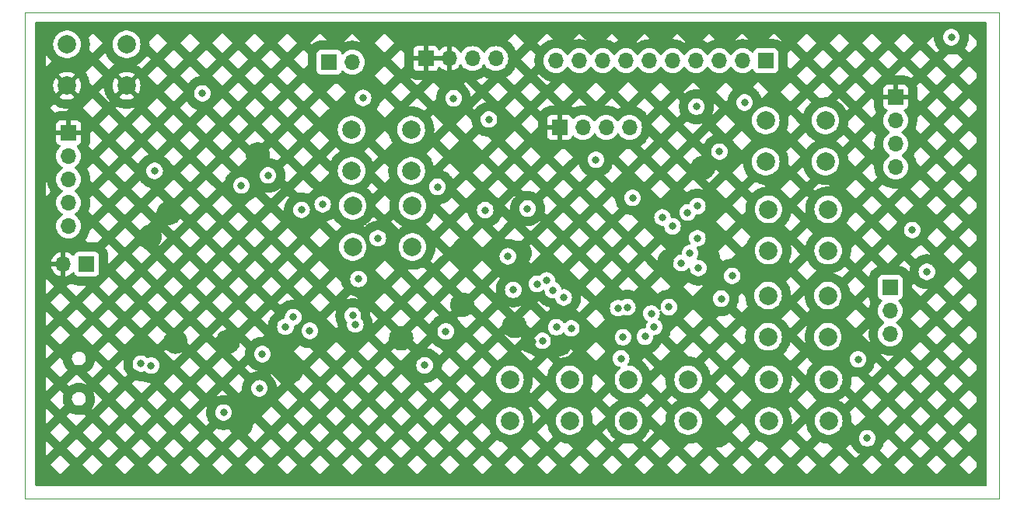
<source format=gbr>
%TF.GenerationSoftware,KiCad,Pcbnew,7.0.9-7.0.9~ubuntu22.04.1*%
%TF.CreationDate,2024-03-26T10:14:33-06:00*%
%TF.ProjectId,StmBoard,53746d42-6f61-4726-942e-6b696361645f,rev?*%
%TF.SameCoordinates,Original*%
%TF.FileFunction,Copper,L2,Inr*%
%TF.FilePolarity,Positive*%
%FSLAX46Y46*%
G04 Gerber Fmt 4.6, Leading zero omitted, Abs format (unit mm)*
G04 Created by KiCad (PCBNEW 7.0.9-7.0.9~ubuntu22.04.1) date 2024-03-26 10:14:33*
%MOMM*%
%LPD*%
G01*
G04 APERTURE LIST*
%TA.AperFunction,ComponentPad*%
%ADD10C,2.000000*%
%TD*%
%TA.AperFunction,ComponentPad*%
%ADD11R,1.700000X1.700000*%
%TD*%
%TA.AperFunction,ComponentPad*%
%ADD12O,1.700000X1.700000*%
%TD*%
%TA.AperFunction,ViaPad*%
%ADD13C,0.800000*%
%TD*%
%TA.AperFunction,Profile*%
%ADD14C,0.100000*%
%TD*%
G04 APERTURE END LIST*
D10*
%TO.N,+3.3V*%
%TO.C,SW7*%
X109275000Y-96150000D03*
X115775000Y-96150000D03*
%TO.N,/A6*%
X109275000Y-100650000D03*
X115775000Y-100650000D03*
%TD*%
D11*
%TO.N,GND*%
%TO.C,U11*%
X117230000Y-80100000D03*
D12*
X119770000Y-80100000D03*
%TO.N,VCC*%
X122310000Y-80100000D03*
%TO.N,+3.3V*%
X124850000Y-80100000D03*
%TD*%
D11*
%TO.N,GND*%
%TO.C,U3*%
X131800000Y-87600000D03*
D12*
%TO.N,+3.3V*%
X134340000Y-87600000D03*
%TO.N,/SCL*%
X136880000Y-87600000D03*
%TO.N,/SDA*%
X139420000Y-87600000D03*
%TD*%
D10*
%TO.N,+3.3V*%
%TO.C,SW8*%
X109150000Y-87850000D03*
X115650000Y-87850000D03*
%TO.N,/A7*%
X109150000Y-92350000D03*
X115650000Y-92350000D03*
%TD*%
%TO.N,+3.3V*%
%TO.C,SW2*%
X154550000Y-96550000D03*
X161050000Y-96550000D03*
%TO.N,/A1*%
X154550000Y-101050000D03*
X161050000Y-101050000D03*
%TD*%
D11*
%TO.N,GND*%
%TO.C,U4*%
X168400000Y-84320000D03*
D12*
%TO.N,+3.3V*%
X168400000Y-86860000D03*
%TO.N,/SCL*%
X168400000Y-89400000D03*
%TO.N,/SDA*%
X168400000Y-91940000D03*
%TD*%
D10*
%TO.N,+3.3V*%
%TO.C,SW4*%
X154600000Y-115100000D03*
X161100000Y-115100000D03*
%TO.N,/A3*%
X154600000Y-119600000D03*
X161100000Y-119600000D03*
%TD*%
D11*
%TO.N,Net-(J1-VBUS)*%
%TO.C,U7*%
X80300000Y-102500000D03*
D12*
%TO.N,GND*%
X77760000Y-102500000D03*
%TD*%
D11*
%TO.N,GND*%
%TO.C,U12*%
X78335000Y-88205000D03*
D12*
%TO.N,VCC*%
X78335000Y-90745000D03*
%TO.N,/reset*%
X78335000Y-93285000D03*
%TO.N,SWCLK*%
X78335000Y-95825000D03*
%TO.N,SWDIO*%
X78335000Y-98365000D03*
%TD*%
D10*
%TO.N,+3.3V*%
%TO.C,SW6*%
X126400000Y-115100000D03*
X132900000Y-115100000D03*
%TO.N,/A5*%
X126400000Y-119600000D03*
X132900000Y-119600000D03*
%TD*%
%TO.N,+3.3V*%
%TO.C,SW3*%
X154500000Y-105950000D03*
X161000000Y-105950000D03*
%TO.N,/A2*%
X154500000Y-110450000D03*
X161000000Y-110450000D03*
%TD*%
D11*
%TO.N,Net-(U2-ADC1)*%
%TO.C,U5*%
X167800000Y-105060000D03*
D12*
%TO.N,Net-(U2-ADC2)*%
X167800000Y-107600000D03*
%TO.N,Net-(U2-ADC3)*%
X167800000Y-110140000D03*
%TD*%
D10*
%TO.N,/reset*%
%TO.C,SW9*%
X78160000Y-78570000D03*
X84660000Y-78570000D03*
%TO.N,GND*%
X78160000Y-83070000D03*
X84660000Y-83070000D03*
%TD*%
D11*
%TO.N,Net-(U1-PB1)*%
%TO.C,U10*%
X154270000Y-80350000D03*
D12*
%TO.N,Net-(U1-PB2)*%
X151730000Y-80350000D03*
%TO.N,Net-(U1-PB3)*%
X149190000Y-80350000D03*
%TO.N,Net-(U1-PB4)*%
X146650000Y-80350000D03*
%TO.N,Net-(U1-PB5)*%
X144110000Y-80350000D03*
%TO.N,Net-(U1-PB6)*%
X141570000Y-80350000D03*
%TO.N,Net-(U1-PB7)*%
X139030000Y-80350000D03*
%TO.N,Net-(U1-PB8)*%
X136490000Y-80350000D03*
%TO.N,Net-(U1-PB9)*%
X133950000Y-80350000D03*
%TO.N,Net-(U1-PB0)*%
X131410000Y-80350000D03*
%TD*%
D10*
%TO.N,+3.3V*%
%TO.C,SW1*%
X154250000Y-86850000D03*
X160750000Y-86850000D03*
%TO.N,/A0*%
X154250000Y-91350000D03*
X160750000Y-91350000D03*
%TD*%
%TO.N,+3.3V*%
%TO.C,SW5*%
X139300000Y-115100000D03*
X145800000Y-115100000D03*
%TO.N,/A4*%
X139300000Y-119600000D03*
X145800000Y-119600000D03*
%TD*%
D11*
%TO.N,/RX_UASART2_VCOM*%
%TO.C,U6*%
X106700000Y-80500000D03*
D12*
%TO.N,/TX_UASART2_VCOM*%
X109240000Y-80500000D03*
%TD*%
D13*
%TO.N,GND*%
X149040000Y-121180000D03*
%TO.N,+3.3V*%
X129940000Y-110880000D03*
%TO.N,GND*%
X121470000Y-100850000D03*
%TO.N,Net-(J1-VBUS)*%
X86210000Y-113370000D03*
%TO.N,GND*%
X98940000Y-90560000D03*
%TO.N,+3.3V*%
X99120000Y-116070000D03*
%TO.N,GND*%
X89250000Y-96940000D03*
X87140000Y-99590000D03*
X102560000Y-114120000D03*
X89980000Y-110970000D03*
%TO.N,+3.3V*%
X87330000Y-113580000D03*
X95210000Y-118700000D03*
%TO.N,GND*%
X97070000Y-120040000D03*
%TO.N,+3.3V*%
X128310000Y-96460000D03*
%TO.N,GND*%
X127470000Y-101290000D03*
X121790000Y-91060000D03*
%TO.N,+3.3V*%
X126750000Y-105330000D03*
X97150000Y-93950000D03*
X149200000Y-90250000D03*
X119400000Y-109851900D03*
%TO.N,GND*%
X114550000Y-110600000D03*
X131750000Y-111250000D03*
X147950000Y-101850000D03*
X128850000Y-111000000D03*
X147414055Y-92000000D03*
X95670000Y-110970000D03*
X126900000Y-109250000D03*
X121200000Y-106950000D03*
X143810000Y-102160000D03*
%TO.N,VCC*%
X87700000Y-92350000D03*
X92900000Y-83900000D03*
X100050000Y-92850000D03*
%TO.N,/reset*%
X110400000Y-84400000D03*
X118500000Y-94100000D03*
%TO.N,/A1*%
X150600000Y-103800000D03*
X130400000Y-104300000D03*
%TO.N,/A3*%
X141800000Y-107905200D03*
X142100000Y-109354700D03*
%TO.N,/A0*%
X109900000Y-104150000D03*
%TO.N,/A4*%
X146800000Y-99700000D03*
%TO.N,/A5*%
X170200000Y-98800000D03*
X165300000Y-121500000D03*
%TO.N,/A6*%
X138181674Y-107318326D03*
X138705767Y-110494233D03*
X117100000Y-113561500D03*
%TO.N,/A7*%
X164300000Y-112900000D03*
X112000000Y-99700000D03*
X143700000Y-107200000D03*
X139176612Y-107222911D03*
%TO.N,/SDA*%
X109550000Y-109100000D03*
X120250000Y-84450000D03*
X146800000Y-96200000D03*
X135750000Y-91150000D03*
X101950000Y-109350000D03*
X146000000Y-101324500D03*
%TO.N,/SCL*%
X109282489Y-108136962D03*
X102800000Y-108295700D03*
X145050000Y-102400000D03*
X146700000Y-85350000D03*
X145750112Y-96886539D03*
X124100000Y-86750000D03*
%TO.N,/TX_UASART2_VCOM*%
X104600000Y-109800000D03*
X106000000Y-96000000D03*
X99431674Y-112331674D03*
%TO.N,/RX_UASART2_VCOM*%
X103700000Y-96600000D03*
%TO.N,Net-(U1-PB0)*%
X149400000Y-106286100D03*
X151950000Y-84900000D03*
X171800000Y-103350000D03*
%TO.N,Net-(U1-PB1)*%
X174456674Y-77793326D03*
%TO.N,Net-(U1-PA8)*%
X133075352Y-109525355D03*
X146900000Y-102950000D03*
%TO.N,SWDIO*%
X144100000Y-98400000D03*
%TO.N,SWCLK*%
X143000000Y-97437900D03*
%TO.N,Net-(U1-PA15)*%
X131450000Y-109398100D03*
X123700000Y-96630000D03*
X139750000Y-95300000D03*
X126168028Y-101678028D03*
%TO.N,Net-(U2-ADC3)*%
X132243368Y-106158532D03*
%TO.N,Net-(U2-ADC2)*%
X131066505Y-105351900D03*
%TO.N,Net-(U2-ADC1)*%
X138500000Y-112814700D03*
X129337087Y-104682679D03*
X141100000Y-110415500D03*
%TD*%
%TA.AperFunction,Conductor*%
%TO.N,GND*%
G36*
X119310507Y-79890156D02*
G01*
X119270000Y-80028111D01*
X119270000Y-80171889D01*
X119310507Y-80309844D01*
X119336314Y-80350000D01*
X117663686Y-80350000D01*
X117689493Y-80309844D01*
X117730000Y-80171889D01*
X117730000Y-80028111D01*
X117689493Y-79890156D01*
X117663686Y-79850000D01*
X119336314Y-79850000D01*
X119310507Y-79890156D01*
G37*
%TD.AperFunction*%
%TA.AperFunction,Conductor*%
G36*
X178243039Y-76119685D02*
G01*
X178288794Y-76172489D01*
X178300000Y-76224000D01*
X178300000Y-126576000D01*
X178280315Y-126643039D01*
X178227511Y-126688794D01*
X178176000Y-126700000D01*
X74824000Y-126700000D01*
X74756961Y-126680315D01*
X74711206Y-126627511D01*
X74700000Y-126576000D01*
X74700000Y-124380970D01*
X76339866Y-124380970D01*
X77401941Y-125443045D01*
X78464016Y-124380970D01*
X79875400Y-124380970D01*
X80937475Y-125443045D01*
X81999550Y-124380970D01*
X83410934Y-124380970D01*
X84473009Y-125443045D01*
X85535084Y-124380970D01*
X86946468Y-124380970D01*
X88008543Y-125443045D01*
X89070618Y-124380970D01*
X90482002Y-124380970D01*
X91544077Y-125443045D01*
X92606152Y-124380970D01*
X94017536Y-124380970D01*
X95079611Y-125443045D01*
X96141686Y-124380970D01*
X97553070Y-124380970D01*
X98615145Y-125443045D01*
X99677220Y-124380970D01*
X101088604Y-124380970D01*
X102150678Y-125443044D01*
X103212753Y-124380970D01*
X104624137Y-124380970D01*
X105686212Y-125443044D01*
X106748287Y-124380970D01*
X108159671Y-124380970D01*
X109221746Y-125443045D01*
X110283821Y-124380970D01*
X111695205Y-124380970D01*
X112757280Y-125443045D01*
X113819355Y-124380970D01*
X115230739Y-124380970D01*
X116292814Y-125443045D01*
X117354889Y-124380970D01*
X118766273Y-124380970D01*
X119828348Y-125443045D01*
X120890423Y-124380970D01*
X122301807Y-124380970D01*
X123363882Y-125443045D01*
X124425957Y-124380970D01*
X125837341Y-124380970D01*
X126899416Y-125443045D01*
X127961491Y-124380970D01*
X129372875Y-124380970D01*
X130434950Y-125443045D01*
X131497025Y-124380970D01*
X132908409Y-124380970D01*
X133970484Y-125443045D01*
X135032559Y-124380970D01*
X136443943Y-124380970D01*
X137506017Y-125443044D01*
X138568092Y-124380970D01*
X139979477Y-124380970D01*
X141041551Y-125443044D01*
X142103626Y-124380970D01*
X143515010Y-124380970D01*
X144577085Y-125443044D01*
X145639160Y-124380970D01*
X147050544Y-124380970D01*
X148112619Y-125443045D01*
X149174694Y-124380970D01*
X150586078Y-124380970D01*
X151648153Y-125443045D01*
X152710228Y-124380970D01*
X154121612Y-124380970D01*
X155183687Y-125443045D01*
X156245762Y-124380970D01*
X157657146Y-124380970D01*
X158719221Y-125443045D01*
X159781296Y-124380970D01*
X161192680Y-124380970D01*
X162254755Y-125443045D01*
X163316830Y-124380970D01*
X163316829Y-124380969D01*
X164728213Y-124380969D01*
X165790289Y-125443045D01*
X166852364Y-124380970D01*
X168263748Y-124380970D01*
X169325823Y-125443045D01*
X170387898Y-124380970D01*
X171799282Y-124380970D01*
X172861357Y-125443045D01*
X173923432Y-124380970D01*
X175334816Y-124380970D01*
X176396890Y-125443044D01*
X177176000Y-124663935D01*
X177176000Y-124098004D01*
X176396891Y-123318895D01*
X175334816Y-124380970D01*
X173923432Y-124380970D01*
X172861357Y-123318895D01*
X171799282Y-124380970D01*
X170387898Y-124380970D01*
X169325823Y-123318895D01*
X168263748Y-124380970D01*
X166852364Y-124380970D01*
X165804972Y-123333578D01*
X165767677Y-123341505D01*
X164728213Y-124380969D01*
X163316829Y-124380969D01*
X162254755Y-123318895D01*
X161192680Y-124380970D01*
X159781296Y-124380970D01*
X158719221Y-123318895D01*
X157657146Y-124380970D01*
X156245762Y-124380970D01*
X155183687Y-123318895D01*
X154121612Y-124380970D01*
X152710228Y-124380970D01*
X151648153Y-123318895D01*
X150586078Y-124380970D01*
X149174694Y-124380970D01*
X148112619Y-123318895D01*
X147050544Y-124380970D01*
X145639160Y-124380970D01*
X144577085Y-123318895D01*
X143515010Y-124380970D01*
X142103626Y-124380970D01*
X141041551Y-123318895D01*
X139979477Y-124380970D01*
X138568092Y-124380970D01*
X137506017Y-123318895D01*
X136443943Y-124380970D01*
X135032559Y-124380970D01*
X133970484Y-123318895D01*
X132908409Y-124380970D01*
X131497025Y-124380970D01*
X130434950Y-123318895D01*
X129372875Y-124380970D01*
X127961491Y-124380970D01*
X126899416Y-123318895D01*
X125837341Y-124380970D01*
X124425957Y-124380970D01*
X123363882Y-123318895D01*
X122301807Y-124380970D01*
X120890423Y-124380970D01*
X119828348Y-123318895D01*
X118766273Y-124380970D01*
X117354889Y-124380970D01*
X116292814Y-123318895D01*
X115230739Y-124380970D01*
X113819355Y-124380970D01*
X112757280Y-123318895D01*
X111695205Y-124380970D01*
X110283821Y-124380970D01*
X109221746Y-123318895D01*
X108159671Y-124380970D01*
X106748287Y-124380970D01*
X105686212Y-123318895D01*
X104624137Y-124380970D01*
X103212753Y-124380970D01*
X102150678Y-123318895D01*
X101088604Y-124380970D01*
X99677220Y-124380970D01*
X98615145Y-123318895D01*
X97553070Y-124380970D01*
X96141686Y-124380970D01*
X95079611Y-123318895D01*
X94017536Y-124380970D01*
X92606152Y-124380970D01*
X91544077Y-123318895D01*
X90482002Y-124380970D01*
X89070618Y-124380970D01*
X88008543Y-123318895D01*
X86946468Y-124380970D01*
X85535084Y-124380970D01*
X84473009Y-123318895D01*
X83410934Y-124380970D01*
X81999550Y-124380970D01*
X80937475Y-123318895D01*
X79875400Y-124380970D01*
X78464016Y-124380970D01*
X77401941Y-123318895D01*
X76339866Y-124380970D01*
X74700000Y-124380970D01*
X74700000Y-121740954D01*
X75824000Y-121740954D01*
X75824000Y-123485452D01*
X76696249Y-122613203D01*
X78107633Y-122613203D01*
X79169708Y-123675278D01*
X80231783Y-122613203D01*
X81643167Y-122613203D01*
X82705242Y-123675278D01*
X83767317Y-122613203D01*
X85178701Y-122613203D01*
X86240776Y-123675278D01*
X87302851Y-122613203D01*
X88714235Y-122613203D01*
X89776310Y-123675278D01*
X90838385Y-122613203D01*
X92249769Y-122613203D01*
X93311844Y-123675278D01*
X94373919Y-122613203D01*
X95785303Y-122613203D01*
X96847378Y-123675278D01*
X97909453Y-122613203D01*
X99320837Y-122613203D01*
X100382911Y-123675277D01*
X101444986Y-122613203D01*
X102856370Y-122613203D01*
X103918445Y-123675277D01*
X104980520Y-122613203D01*
X106391904Y-122613203D01*
X107453979Y-123675277D01*
X108516054Y-122613203D01*
X109927438Y-122613203D01*
X110989513Y-123675278D01*
X112051588Y-122613203D01*
X113462972Y-122613203D01*
X114525047Y-123675278D01*
X115587122Y-122613203D01*
X116998506Y-122613203D01*
X118060581Y-123675278D01*
X119122656Y-122613203D01*
X120534040Y-122613203D01*
X121596115Y-123675278D01*
X122658190Y-122613203D01*
X122658189Y-122613202D01*
X124069573Y-122613202D01*
X125131649Y-123675278D01*
X126193724Y-122613203D01*
X127605108Y-122613203D01*
X128667183Y-123675278D01*
X129729258Y-122613203D01*
X129729257Y-122613202D01*
X131140641Y-122613202D01*
X132202717Y-123675278D01*
X133264792Y-122613203D01*
X134676176Y-122613203D01*
X135738251Y-123675278D01*
X136800326Y-122613203D01*
X136800325Y-122613202D01*
X138211709Y-122613202D01*
X139273784Y-123675277D01*
X140335859Y-122613203D01*
X141747243Y-122613203D01*
X142809318Y-123675277D01*
X143871393Y-122613203D01*
X145282777Y-122613203D01*
X146344852Y-123675278D01*
X147406927Y-122613203D01*
X147406926Y-122613202D01*
X148818310Y-122613202D01*
X149880386Y-123675278D01*
X150942461Y-122613203D01*
X150942460Y-122613202D01*
X152353844Y-122613202D01*
X153415920Y-123675278D01*
X154477995Y-122613203D01*
X155889379Y-122613203D01*
X156951454Y-123675278D01*
X158013529Y-122613203D01*
X158013528Y-122613202D01*
X159424912Y-122613202D01*
X160486988Y-123675278D01*
X161549063Y-122613203D01*
X161549062Y-122613202D01*
X162960446Y-122613202D01*
X164022521Y-123675277D01*
X164483266Y-123214532D01*
X164415990Y-123184579D01*
X164413062Y-123183182D01*
X164375190Y-123163887D01*
X164372336Y-123162338D01*
X164324252Y-123134578D01*
X164321484Y-123132882D01*
X164285804Y-123109713D01*
X164283127Y-123107873D01*
X164085060Y-122963970D01*
X164082483Y-122961993D01*
X164049438Y-122935232D01*
X164046971Y-122933125D01*
X164005710Y-122895975D01*
X164003355Y-122893739D01*
X163973283Y-122863667D01*
X163971048Y-122861313D01*
X163916495Y-122800726D01*
X166683504Y-122800726D01*
X167558056Y-123675278D01*
X168620131Y-122613203D01*
X170031515Y-122613203D01*
X171093590Y-123675278D01*
X172155665Y-122613203D01*
X173567049Y-122613203D01*
X174629123Y-123675277D01*
X175691198Y-122613203D01*
X174629123Y-121551128D01*
X173567049Y-122613203D01*
X172155665Y-122613203D01*
X171093590Y-121551128D01*
X170031515Y-122613203D01*
X168620131Y-122613203D01*
X167558055Y-121551127D01*
X167145165Y-121964017D01*
X167144331Y-121967132D01*
X167143409Y-121970246D01*
X167067751Y-122203097D01*
X167066667Y-122206159D01*
X167051417Y-122245881D01*
X167050174Y-122248881D01*
X167027589Y-122299602D01*
X167026192Y-122302531D01*
X167006896Y-122340398D01*
X167005348Y-122343250D01*
X166882945Y-122555261D01*
X166881248Y-122558029D01*
X166858080Y-122593704D01*
X166856240Y-122596381D01*
X166823603Y-122641299D01*
X166821627Y-122643874D01*
X166794870Y-122676915D01*
X166792763Y-122679382D01*
X166683504Y-122800726D01*
X163916495Y-122800726D01*
X163807237Y-122679382D01*
X163805130Y-122676915D01*
X163778373Y-122643874D01*
X163776397Y-122641299D01*
X163743760Y-122596381D01*
X163741920Y-122593704D01*
X163718752Y-122558029D01*
X163717055Y-122555261D01*
X163594652Y-122343250D01*
X163593104Y-122340398D01*
X163573808Y-122302531D01*
X163572411Y-122299602D01*
X163549826Y-122248881D01*
X163548583Y-122245881D01*
X163533333Y-122206159D01*
X163532249Y-122203097D01*
X163492594Y-122081054D01*
X162960446Y-122613202D01*
X161549062Y-122613202D01*
X161034360Y-122098500D01*
X160952470Y-122098500D01*
X160916368Y-122097007D01*
X160870136Y-122093176D01*
X160834282Y-122088707D01*
X160543248Y-122040143D01*
X160507889Y-122032729D01*
X160462916Y-122021342D01*
X160428277Y-122011030D01*
X160149203Y-121915222D01*
X160130277Y-121907837D01*
X159424912Y-122613202D01*
X158013528Y-122613202D01*
X156951454Y-121551128D01*
X155889379Y-122613203D01*
X154477995Y-122613203D01*
X153848398Y-121983606D01*
X153649203Y-121915222D01*
X153615549Y-121902091D01*
X153573065Y-121883457D01*
X153540596Y-121867584D01*
X153281082Y-121727142D01*
X153255280Y-121711766D01*
X152353844Y-122613202D01*
X150942460Y-122613202D01*
X150183384Y-121854126D01*
X150175632Y-121869696D01*
X150163586Y-121889152D01*
X150029564Y-122066625D01*
X150014148Y-122083535D01*
X149849798Y-122233360D01*
X149831538Y-122247150D01*
X149642456Y-122364225D01*
X149621972Y-122374425D01*
X149414596Y-122454763D01*
X149392587Y-122461025D01*
X149173981Y-122501889D01*
X149151196Y-122504000D01*
X148928804Y-122504000D01*
X148927622Y-122503890D01*
X148818310Y-122613202D01*
X147406926Y-122613202D01*
X146719641Y-121925917D01*
X146471723Y-122011030D01*
X146437084Y-122021342D01*
X146392111Y-122032729D01*
X146356752Y-122040143D01*
X146065718Y-122088707D01*
X146029864Y-122093176D01*
X145983632Y-122097007D01*
X145947530Y-122098500D01*
X145797480Y-122098500D01*
X145282777Y-122613203D01*
X143871393Y-122613203D01*
X142809318Y-121551128D01*
X141747243Y-122613203D01*
X140335859Y-122613203D01*
X139776234Y-122053578D01*
X139565718Y-122088707D01*
X139529864Y-122093176D01*
X139483632Y-122097007D01*
X139447530Y-122098500D01*
X139152470Y-122098500D01*
X139116368Y-122097007D01*
X139070136Y-122093176D01*
X139034282Y-122088707D01*
X138778831Y-122046080D01*
X138211709Y-122613202D01*
X136800325Y-122613202D01*
X135738251Y-121551128D01*
X134676176Y-122613203D01*
X133264792Y-122613203D01*
X132749986Y-122098397D01*
X132716368Y-122097007D01*
X132670136Y-122093176D01*
X132634282Y-122088707D01*
X132343248Y-122040143D01*
X132307889Y-122032729D01*
X132262916Y-122021342D01*
X132228277Y-122011030D01*
X131949203Y-121915222D01*
X131915549Y-121902091D01*
X131873065Y-121883457D01*
X131871266Y-121882577D01*
X131140641Y-122613202D01*
X129729257Y-122613202D01*
X128667183Y-121551128D01*
X127605108Y-122613203D01*
X126193724Y-122613203D01*
X125520072Y-121939551D01*
X125449204Y-121915222D01*
X125415549Y-121902091D01*
X125373065Y-121883457D01*
X125340596Y-121867584D01*
X125081082Y-121727142D01*
X125050017Y-121708630D01*
X125011182Y-121683254D01*
X125004379Y-121678396D01*
X124069573Y-122613202D01*
X122658189Y-122613202D01*
X121596115Y-121551128D01*
X120534040Y-122613203D01*
X119122656Y-122613203D01*
X118060581Y-121551128D01*
X116998506Y-122613203D01*
X115587122Y-122613203D01*
X114525047Y-121551128D01*
X113462972Y-122613203D01*
X112051588Y-122613203D01*
X110989513Y-121551128D01*
X109927438Y-122613203D01*
X108516054Y-122613203D01*
X107453979Y-121551128D01*
X106391904Y-122613203D01*
X104980520Y-122613203D01*
X103918445Y-121551128D01*
X102856370Y-122613203D01*
X101444986Y-122613203D01*
X100382911Y-121551128D01*
X99320837Y-122613203D01*
X97909453Y-122613203D01*
X96847378Y-121551128D01*
X95785303Y-122613203D01*
X94373919Y-122613203D01*
X93311844Y-121551128D01*
X92249769Y-122613203D01*
X90838385Y-122613203D01*
X89776310Y-121551128D01*
X88714235Y-122613203D01*
X87302851Y-122613203D01*
X86240776Y-121551128D01*
X85178701Y-122613203D01*
X83767317Y-122613203D01*
X82705242Y-121551128D01*
X81643167Y-122613203D01*
X80231783Y-122613203D01*
X79169708Y-121551128D01*
X78107633Y-122613203D01*
X76696249Y-122613203D01*
X75824000Y-121740954D01*
X74700000Y-121740954D01*
X74700000Y-120845436D01*
X76339866Y-120845436D01*
X77401941Y-121907511D01*
X78464016Y-120845436D01*
X79875400Y-120845436D01*
X80937475Y-121907511D01*
X81999550Y-120845436D01*
X83410934Y-120845436D01*
X84473009Y-121907511D01*
X85535084Y-120845436D01*
X86946468Y-120845436D01*
X88008543Y-121907511D01*
X89070618Y-120845436D01*
X90482002Y-120845436D01*
X91544077Y-121907511D01*
X92606152Y-120845436D01*
X92606151Y-120845435D01*
X94017535Y-120845435D01*
X95079610Y-121907510D01*
X95862092Y-121125028D01*
X97832662Y-121125028D01*
X98615145Y-121907511D01*
X99677220Y-120845436D01*
X101088604Y-120845436D01*
X102150678Y-121907510D01*
X103212753Y-120845436D01*
X104624137Y-120845436D01*
X105686212Y-121907510D01*
X106748287Y-120845436D01*
X108159671Y-120845436D01*
X109221746Y-121907511D01*
X110283821Y-120845436D01*
X111695205Y-120845436D01*
X112757280Y-121907511D01*
X113819355Y-120845436D01*
X115230739Y-120845436D01*
X116292814Y-121907511D01*
X117354889Y-120845436D01*
X118766273Y-120845436D01*
X119828348Y-121907511D01*
X120890423Y-120845436D01*
X122301807Y-120845436D01*
X123363881Y-121907510D01*
X124306957Y-120964434D01*
X124227649Y-120843043D01*
X124209154Y-120812005D01*
X124187075Y-120771207D01*
X124171203Y-120738743D01*
X124055510Y-120474989D01*
X123363882Y-119783361D01*
X122301807Y-120845436D01*
X120890423Y-120845436D01*
X119828348Y-119783361D01*
X118766273Y-120845436D01*
X117354889Y-120845436D01*
X116292814Y-119783361D01*
X115230739Y-120845436D01*
X113819355Y-120845436D01*
X112757280Y-119783361D01*
X111695205Y-120845436D01*
X110283821Y-120845436D01*
X109221746Y-119783361D01*
X108159671Y-120845436D01*
X106748287Y-120845436D01*
X105686212Y-119783361D01*
X104624137Y-120845436D01*
X103212753Y-120845436D01*
X102150678Y-119783361D01*
X101088604Y-120845436D01*
X99677220Y-120845436D01*
X98615144Y-119783360D01*
X98396180Y-120002324D01*
X98398612Y-120028559D01*
X98398612Y-120051441D01*
X98378092Y-120272885D01*
X98373887Y-120295378D01*
X98313027Y-120509281D01*
X98304761Y-120530619D01*
X98205632Y-120729697D01*
X98193586Y-120749152D01*
X98059564Y-120926625D01*
X98044148Y-120943535D01*
X97879798Y-121093360D01*
X97861537Y-121107150D01*
X97832662Y-121125028D01*
X95862092Y-121125028D01*
X96071856Y-120915264D01*
X95946414Y-120749152D01*
X95934368Y-120729697D01*
X95843540Y-120547290D01*
X95804501Y-120508251D01*
X95771783Y-120518882D01*
X95768672Y-120519803D01*
X95727604Y-120530807D01*
X95724447Y-120531565D01*
X95484992Y-120582462D01*
X95481800Y-120583053D01*
X95439816Y-120589703D01*
X95436601Y-120590126D01*
X95381385Y-120595933D01*
X95378146Y-120596188D01*
X95335662Y-120598415D01*
X95332416Y-120598500D01*
X95087584Y-120598500D01*
X95084338Y-120598415D01*
X95041854Y-120596188D01*
X95038615Y-120595933D01*
X94983399Y-120590126D01*
X94980184Y-120589703D01*
X94938200Y-120583053D01*
X94935008Y-120582462D01*
X94695553Y-120531565D01*
X94692396Y-120530807D01*
X94651328Y-120519803D01*
X94648217Y-120518882D01*
X94595409Y-120501725D01*
X94592346Y-120500641D01*
X94552633Y-120485396D01*
X94549633Y-120484153D01*
X94431441Y-120431529D01*
X94017535Y-120845435D01*
X92606151Y-120845435D01*
X91544077Y-119783361D01*
X90482002Y-120845436D01*
X89070618Y-120845436D01*
X88008543Y-119783361D01*
X86946468Y-120845436D01*
X85535084Y-120845436D01*
X84473009Y-119783361D01*
X83410934Y-120845436D01*
X81999550Y-120845436D01*
X80937475Y-119783361D01*
X79875400Y-120845436D01*
X78464016Y-120845436D01*
X77401941Y-119783361D01*
X76339866Y-120845436D01*
X74700000Y-120845436D01*
X74700000Y-118205420D01*
X75824000Y-118205420D01*
X75824000Y-119949918D01*
X76696249Y-119077669D01*
X76696248Y-119077668D01*
X78107632Y-119077668D01*
X79169708Y-120139744D01*
X80231783Y-119077669D01*
X81643167Y-119077669D01*
X82705242Y-120139744D01*
X83767316Y-119077669D01*
X85178701Y-119077669D01*
X86240776Y-120139744D01*
X87302850Y-119077669D01*
X88714235Y-119077669D01*
X89776310Y-120139744D01*
X90838384Y-119077669D01*
X92249769Y-119077669D01*
X93311843Y-120139743D01*
X93654368Y-119797218D01*
X93653760Y-119796381D01*
X93651920Y-119793704D01*
X93628752Y-119758029D01*
X93627055Y-119755261D01*
X93504652Y-119543250D01*
X93503104Y-119540398D01*
X93483808Y-119502531D01*
X93482411Y-119499602D01*
X93459826Y-119448881D01*
X93458583Y-119445881D01*
X93443333Y-119406159D01*
X93442249Y-119403097D01*
X93366591Y-119170247D01*
X93365669Y-119167133D01*
X93354659Y-119126043D01*
X93353901Y-119122885D01*
X93342359Y-119068574D01*
X93341768Y-119065384D01*
X93335119Y-119023395D01*
X93334695Y-119020177D01*
X93309106Y-118776709D01*
X93308851Y-118773473D01*
X93306625Y-118731006D01*
X93306540Y-118727760D01*
X93306540Y-118700000D01*
X94304540Y-118700000D01*
X94324326Y-118888256D01*
X94324327Y-118888259D01*
X94382818Y-119068277D01*
X94382821Y-119068284D01*
X94477467Y-119232216D01*
X94585490Y-119352187D01*
X94604129Y-119372888D01*
X94757265Y-119484148D01*
X94757270Y-119484151D01*
X94930192Y-119561142D01*
X94930197Y-119561144D01*
X95115354Y-119600500D01*
X95115355Y-119600500D01*
X95304644Y-119600500D01*
X95304646Y-119600500D01*
X95489803Y-119561144D01*
X95662730Y-119484151D01*
X95815871Y-119372888D01*
X95942533Y-119232216D01*
X96031761Y-119077669D01*
X99320837Y-119077669D01*
X100382911Y-120139743D01*
X101444986Y-119077669D01*
X102856370Y-119077669D01*
X103918445Y-120139743D01*
X104980519Y-119077669D01*
X106391904Y-119077669D01*
X107453979Y-120139743D01*
X108516053Y-119077669D01*
X109927438Y-119077669D01*
X110989513Y-120139744D01*
X112051587Y-119077669D01*
X113462972Y-119077669D01*
X114525047Y-120139744D01*
X115587121Y-119077669D01*
X116998506Y-119077669D01*
X118060581Y-120139744D01*
X119122655Y-119077669D01*
X120534040Y-119077669D01*
X121596115Y-120139744D01*
X122135853Y-119600005D01*
X124894357Y-119600005D01*
X124914890Y-119847812D01*
X124914892Y-119847824D01*
X124975936Y-120088881D01*
X125075826Y-120316606D01*
X125211833Y-120524782D01*
X125218077Y-120531565D01*
X125380256Y-120707738D01*
X125576491Y-120860474D01*
X125795190Y-120978828D01*
X126030386Y-121059571D01*
X126275665Y-121100500D01*
X126524335Y-121100500D01*
X126769614Y-121059571D01*
X127004810Y-120978828D01*
X127223509Y-120860474D01*
X127242830Y-120845436D01*
X129372875Y-120845436D01*
X130434949Y-121907510D01*
X131056271Y-121286188D01*
X130961879Y-121183653D01*
X130938534Y-121156090D01*
X130910038Y-121119481D01*
X130889033Y-121090062D01*
X130727649Y-120843043D01*
X130709154Y-120812005D01*
X130687075Y-120771207D01*
X130671203Y-120738743D01*
X130552680Y-120468538D01*
X130539548Y-120434886D01*
X130524485Y-120391009D01*
X130514171Y-120356369D01*
X130441734Y-120070322D01*
X130434316Y-120034941D01*
X130426682Y-119989184D01*
X130422215Y-119953343D01*
X130410182Y-119808128D01*
X129372875Y-120845436D01*
X127242830Y-120845436D01*
X127419744Y-120707738D01*
X127588164Y-120524785D01*
X127724173Y-120316607D01*
X127824063Y-120088881D01*
X127885108Y-119847821D01*
X127889301Y-119797218D01*
X127905643Y-119600005D01*
X127905643Y-119599994D01*
X127885109Y-119352187D01*
X127885107Y-119352175D01*
X127824063Y-119111118D01*
X127724173Y-118883393D01*
X127588166Y-118675217D01*
X127549933Y-118633685D01*
X127419744Y-118492262D01*
X127223509Y-118339526D01*
X127223507Y-118339525D01*
X127223506Y-118339524D01*
X127004811Y-118221172D01*
X127004802Y-118221169D01*
X126965988Y-118207844D01*
X128474931Y-118207844D01*
X128572351Y-118356957D01*
X128590846Y-118387995D01*
X128612925Y-118428793D01*
X128628797Y-118461257D01*
X128747320Y-118731462D01*
X128760452Y-118765114D01*
X128775515Y-118808991D01*
X128785829Y-118843631D01*
X128858266Y-119129678D01*
X128865684Y-119165059D01*
X128873318Y-119210816D01*
X128877785Y-119246657D01*
X128902150Y-119540702D01*
X128903643Y-119576806D01*
X128903643Y-119623194D01*
X128902150Y-119659298D01*
X128879971Y-119926954D01*
X129206920Y-119600005D01*
X131394357Y-119600005D01*
X131414890Y-119847812D01*
X131414892Y-119847824D01*
X131475936Y-120088881D01*
X131575826Y-120316606D01*
X131711833Y-120524782D01*
X131718077Y-120531565D01*
X131880256Y-120707738D01*
X132076491Y-120860474D01*
X132295190Y-120978828D01*
X132530386Y-121059571D01*
X132775665Y-121100500D01*
X133024335Y-121100500D01*
X133269614Y-121059571D01*
X133504810Y-120978828D01*
X133723509Y-120860474D01*
X133742831Y-120845435D01*
X136443942Y-120845435D01*
X137506017Y-121907510D01*
X137785442Y-121628085D01*
X140762126Y-121628085D01*
X141041551Y-121907510D01*
X142103626Y-120845435D01*
X141668789Y-120410598D01*
X141660452Y-120434886D01*
X141647320Y-120468538D01*
X141528797Y-120738743D01*
X141512925Y-120771207D01*
X141490846Y-120812005D01*
X141472351Y-120843043D01*
X141310967Y-121090062D01*
X141289962Y-121119481D01*
X141261466Y-121156090D01*
X141238121Y-121183653D01*
X141038290Y-121400727D01*
X141012749Y-121426268D01*
X140978621Y-121457686D01*
X140951039Y-121481049D01*
X140762126Y-121628085D01*
X137785442Y-121628085D01*
X137808390Y-121605137D01*
X137648961Y-121481049D01*
X137621379Y-121457686D01*
X137587251Y-121426268D01*
X137561710Y-121400727D01*
X137361879Y-121183653D01*
X137338534Y-121156090D01*
X137310038Y-121119481D01*
X137289033Y-121090062D01*
X137127649Y-120843043D01*
X137109154Y-120812005D01*
X137087075Y-120771207D01*
X137071203Y-120738743D01*
X136952680Y-120468538D01*
X136939548Y-120434886D01*
X136924485Y-120391009D01*
X136918493Y-120370885D01*
X136443942Y-120845435D01*
X133742831Y-120845435D01*
X133919744Y-120707738D01*
X134088164Y-120524785D01*
X134224173Y-120316607D01*
X134324063Y-120088881D01*
X134385108Y-119847821D01*
X134389301Y-119797218D01*
X134405643Y-119600005D01*
X134405643Y-119599994D01*
X134385109Y-119352187D01*
X134385107Y-119352175D01*
X134324063Y-119111118D01*
X134224173Y-118883393D01*
X134088166Y-118675217D01*
X134049933Y-118633685D01*
X133996009Y-118575108D01*
X135178736Y-118575108D01*
X135247320Y-118731462D01*
X135260452Y-118765114D01*
X135275515Y-118808991D01*
X135285829Y-118843631D01*
X135358266Y-119129678D01*
X135365684Y-119165059D01*
X135373318Y-119210816D01*
X135377785Y-119246657D01*
X135402150Y-119540702D01*
X135403643Y-119576806D01*
X135403643Y-119623194D01*
X135402150Y-119659298D01*
X135391103Y-119792596D01*
X135738251Y-120139744D01*
X136277989Y-119600005D01*
X137794357Y-119600005D01*
X137814890Y-119847812D01*
X137814892Y-119847824D01*
X137875936Y-120088881D01*
X137975826Y-120316606D01*
X138111833Y-120524782D01*
X138118077Y-120531565D01*
X138280256Y-120707738D01*
X138476491Y-120860474D01*
X138695190Y-120978828D01*
X138930386Y-121059571D01*
X139175665Y-121100500D01*
X139424335Y-121100500D01*
X139669614Y-121059571D01*
X139904810Y-120978828D01*
X140123509Y-120860474D01*
X140319744Y-120707738D01*
X140488164Y-120524785D01*
X140624173Y-120316607D01*
X140724063Y-120088881D01*
X140785108Y-119847821D01*
X140789301Y-119797218D01*
X140805643Y-119600005D01*
X140805643Y-119599994D01*
X140785109Y-119352187D01*
X140785107Y-119352175D01*
X140724063Y-119111118D01*
X140709390Y-119077668D01*
X141747243Y-119077668D01*
X142809317Y-120139743D01*
X143297528Y-119651532D01*
X143296357Y-119623194D01*
X143296357Y-119600005D01*
X144294357Y-119600005D01*
X144314890Y-119847812D01*
X144314892Y-119847824D01*
X144375936Y-120088881D01*
X144475826Y-120316606D01*
X144611833Y-120524782D01*
X144618077Y-120531565D01*
X144780256Y-120707738D01*
X144976491Y-120860474D01*
X145195190Y-120978828D01*
X145430386Y-121059571D01*
X145675665Y-121100500D01*
X145924335Y-121100500D01*
X146169614Y-121059571D01*
X146404810Y-120978828D01*
X146623509Y-120860474D01*
X146642830Y-120845436D01*
X150586078Y-120845436D01*
X151648152Y-121907510D01*
X152540257Y-121015405D01*
X152427649Y-120843043D01*
X152409154Y-120812005D01*
X152387075Y-120771207D01*
X152371203Y-120738743D01*
X152252680Y-120468538D01*
X152239548Y-120434886D01*
X152224485Y-120391009D01*
X152214171Y-120356370D01*
X152211800Y-120347008D01*
X151648153Y-119783361D01*
X150586078Y-120845436D01*
X146642830Y-120845436D01*
X146819744Y-120707738D01*
X146988164Y-120524785D01*
X147124173Y-120316607D01*
X147224063Y-120088881D01*
X147285108Y-119847821D01*
X147289301Y-119797218D01*
X147305643Y-119600005D01*
X147305643Y-119599994D01*
X147285109Y-119352187D01*
X147285107Y-119352175D01*
X147224063Y-119111118D01*
X147209391Y-119077669D01*
X148818311Y-119077669D01*
X149880386Y-120139744D01*
X150420124Y-119600005D01*
X153094357Y-119600005D01*
X153114890Y-119847812D01*
X153114892Y-119847824D01*
X153175936Y-120088881D01*
X153275826Y-120316606D01*
X153411833Y-120524782D01*
X153418077Y-120531565D01*
X153580256Y-120707738D01*
X153776491Y-120860474D01*
X153995190Y-120978828D01*
X154230386Y-121059571D01*
X154475665Y-121100500D01*
X154724335Y-121100500D01*
X154969614Y-121059571D01*
X155204810Y-120978828D01*
X155423509Y-120860474D01*
X155442830Y-120845436D01*
X157657146Y-120845436D01*
X158719221Y-121907511D01*
X159126731Y-121500000D01*
X164394540Y-121500000D01*
X164414326Y-121688256D01*
X164414327Y-121688259D01*
X164472818Y-121868277D01*
X164472821Y-121868284D01*
X164567467Y-122032216D01*
X164627057Y-122098397D01*
X164694129Y-122172888D01*
X164847265Y-122284148D01*
X164847270Y-122284151D01*
X165020192Y-122361142D01*
X165020197Y-122361144D01*
X165205354Y-122400500D01*
X165205355Y-122400500D01*
X165394644Y-122400500D01*
X165394646Y-122400500D01*
X165579803Y-122361144D01*
X165752730Y-122284151D01*
X165905871Y-122172888D01*
X166032533Y-122032216D01*
X166127179Y-121868284D01*
X166185674Y-121688256D01*
X166205460Y-121500000D01*
X166185674Y-121311744D01*
X166127179Y-121131716D01*
X166032533Y-120967784D01*
X165922370Y-120845436D01*
X168263748Y-120845436D01*
X169325823Y-121907511D01*
X170387898Y-120845436D01*
X171799282Y-120845436D01*
X172861357Y-121907511D01*
X173923432Y-120845436D01*
X175334816Y-120845436D01*
X176396890Y-121907510D01*
X177176000Y-121128401D01*
X177176000Y-120562470D01*
X176396891Y-119783361D01*
X175334816Y-120845436D01*
X173923432Y-120845436D01*
X172861357Y-119783361D01*
X171799282Y-120845436D01*
X170387898Y-120845436D01*
X169325823Y-119783361D01*
X168263748Y-120845436D01*
X165922370Y-120845436D01*
X165905871Y-120827112D01*
X165885078Y-120812005D01*
X165752734Y-120715851D01*
X165752729Y-120715848D01*
X165579807Y-120638857D01*
X165579802Y-120638855D01*
X165434001Y-120607865D01*
X165394646Y-120599500D01*
X165205354Y-120599500D01*
X165172897Y-120606398D01*
X165020197Y-120638855D01*
X165020192Y-120638857D01*
X164847270Y-120715848D01*
X164847265Y-120715851D01*
X164694129Y-120827111D01*
X164567466Y-120967785D01*
X164472821Y-121131715D01*
X164472818Y-121131722D01*
X164414327Y-121311740D01*
X164414326Y-121311744D01*
X164394540Y-121500000D01*
X159126731Y-121500000D01*
X159296663Y-121330068D01*
X159161879Y-121183653D01*
X159138534Y-121156090D01*
X159110038Y-121119481D01*
X159089033Y-121090062D01*
X158927649Y-120843043D01*
X158909154Y-120812005D01*
X158887075Y-120771207D01*
X158871203Y-120738743D01*
X158752680Y-120468538D01*
X158739548Y-120434886D01*
X158724485Y-120391009D01*
X158714171Y-120356369D01*
X158641734Y-120070322D01*
X158634316Y-120034941D01*
X158626682Y-119989184D01*
X158622215Y-119953343D01*
X158616630Y-119885951D01*
X157657146Y-120845436D01*
X155442830Y-120845436D01*
X155619744Y-120707738D01*
X155788164Y-120524785D01*
X155924173Y-120316607D01*
X156024063Y-120088881D01*
X156085108Y-119847821D01*
X156089301Y-119797218D01*
X156105643Y-119600005D01*
X156105643Y-119599994D01*
X156085109Y-119352187D01*
X156085107Y-119352175D01*
X156024063Y-119111118D01*
X155924173Y-118883393D01*
X155788166Y-118675217D01*
X155749933Y-118633685D01*
X155619744Y-118492262D01*
X155423509Y-118339526D01*
X155423507Y-118339525D01*
X155423506Y-118339524D01*
X155274369Y-118258815D01*
X156708232Y-118258815D01*
X156772351Y-118356957D01*
X156790846Y-118387995D01*
X156812925Y-118428793D01*
X156828797Y-118461257D01*
X156947320Y-118731462D01*
X156960452Y-118765114D01*
X156975515Y-118808991D01*
X156985829Y-118843631D01*
X157058266Y-119129678D01*
X157065684Y-119165059D01*
X157073318Y-119210816D01*
X157077785Y-119246657D01*
X157102150Y-119540702D01*
X157103643Y-119576806D01*
X157103643Y-119623194D01*
X157102150Y-119659298D01*
X157077785Y-119953343D01*
X157073318Y-119989184D01*
X157067571Y-120023626D01*
X157491192Y-119600005D01*
X159594357Y-119600005D01*
X159614890Y-119847812D01*
X159614892Y-119847824D01*
X159675936Y-120088881D01*
X159775826Y-120316606D01*
X159911833Y-120524782D01*
X159918077Y-120531565D01*
X160080256Y-120707738D01*
X160276491Y-120860474D01*
X160495190Y-120978828D01*
X160730386Y-121059571D01*
X160975665Y-121100500D01*
X161224335Y-121100500D01*
X161469614Y-121059571D01*
X161704810Y-120978828D01*
X161923509Y-120860474D01*
X162119744Y-120707738D01*
X162288164Y-120524785D01*
X162424173Y-120316607D01*
X162524063Y-120088881D01*
X162585108Y-119847821D01*
X162589301Y-119797218D01*
X162605643Y-119600005D01*
X162605643Y-119599994D01*
X162585109Y-119352187D01*
X162585107Y-119352175D01*
X162524063Y-119111118D01*
X162424173Y-118883393D01*
X162288166Y-118675217D01*
X162249933Y-118633685D01*
X163404431Y-118633685D01*
X163447320Y-118731462D01*
X163460452Y-118765114D01*
X163475515Y-118808991D01*
X163485829Y-118843631D01*
X163558266Y-119129678D01*
X163565684Y-119165059D01*
X163573318Y-119210816D01*
X163577785Y-119246657D01*
X163602150Y-119540702D01*
X163603643Y-119576806D01*
X163603643Y-119623194D01*
X163602150Y-119659298D01*
X163597552Y-119714774D01*
X163996196Y-120113418D01*
X164003355Y-120106261D01*
X164005710Y-120104025D01*
X164046971Y-120066875D01*
X164049438Y-120064768D01*
X164082483Y-120038007D01*
X164085060Y-120036030D01*
X164235633Y-119926631D01*
X165084595Y-119077669D01*
X166495981Y-119077669D01*
X167558056Y-120139744D01*
X168620130Y-119077669D01*
X170031515Y-119077669D01*
X171093590Y-120139744D01*
X172155664Y-119077669D01*
X173567049Y-119077669D01*
X174629123Y-120139743D01*
X175691198Y-119077669D01*
X174629123Y-118015594D01*
X173567049Y-119077669D01*
X172155664Y-119077669D01*
X171093590Y-118015594D01*
X170031515Y-119077669D01*
X168620130Y-119077669D01*
X167558056Y-118015594D01*
X166495981Y-119077669D01*
X165084595Y-119077669D01*
X165084596Y-119077668D01*
X164022521Y-118015594D01*
X163404431Y-118633685D01*
X162249933Y-118633685D01*
X162119744Y-118492262D01*
X161923509Y-118339526D01*
X161923507Y-118339525D01*
X161923506Y-118339524D01*
X161704811Y-118221172D01*
X161704802Y-118221169D01*
X161469616Y-118140429D01*
X161224335Y-118099500D01*
X160975665Y-118099500D01*
X160730383Y-118140429D01*
X160495197Y-118221169D01*
X160495188Y-118221172D01*
X160276493Y-118339524D01*
X160080257Y-118492261D01*
X159911833Y-118675217D01*
X159775826Y-118883393D01*
X159675936Y-119111118D01*
X159614892Y-119352175D01*
X159614890Y-119352187D01*
X159594357Y-119599994D01*
X159594357Y-119600005D01*
X157491192Y-119600005D01*
X158013528Y-119077669D01*
X156951453Y-118015594D01*
X156708232Y-118258815D01*
X155274369Y-118258815D01*
X155204811Y-118221172D01*
X155204802Y-118221169D01*
X154969616Y-118140429D01*
X154724335Y-118099500D01*
X154475665Y-118099500D01*
X154230383Y-118140429D01*
X153995197Y-118221169D01*
X153995188Y-118221172D01*
X153776493Y-118339524D01*
X153580257Y-118492261D01*
X153411833Y-118675217D01*
X153275826Y-118883393D01*
X153175936Y-119111118D01*
X153114892Y-119352175D01*
X153114890Y-119352187D01*
X153094357Y-119599994D01*
X153094357Y-119600005D01*
X150420124Y-119600005D01*
X150942460Y-119077669D01*
X149880386Y-118015594D01*
X148818311Y-119077669D01*
X147209391Y-119077669D01*
X147124173Y-118883393D01*
X146988166Y-118675217D01*
X146949933Y-118633685D01*
X146819744Y-118492262D01*
X146623509Y-118339526D01*
X146623507Y-118339525D01*
X146623506Y-118339524D01*
X146404811Y-118221172D01*
X146404802Y-118221169D01*
X146169616Y-118140429D01*
X145924335Y-118099500D01*
X145675665Y-118099500D01*
X145430383Y-118140429D01*
X145195197Y-118221169D01*
X145195188Y-118221172D01*
X144976493Y-118339524D01*
X144780257Y-118492261D01*
X144611833Y-118675217D01*
X144475826Y-118883393D01*
X144375936Y-119111118D01*
X144314892Y-119352175D01*
X144314890Y-119352187D01*
X144294357Y-119599994D01*
X144294357Y-119600005D01*
X143296357Y-119600005D01*
X143296357Y-119576806D01*
X143297850Y-119540702D01*
X143322215Y-119246657D01*
X143326682Y-119210816D01*
X143334316Y-119165059D01*
X143341734Y-119129678D01*
X143414171Y-118843631D01*
X143424485Y-118808991D01*
X143439548Y-118765114D01*
X143452680Y-118731462D01*
X143474786Y-118681063D01*
X142809317Y-118015594D01*
X141747243Y-119077668D01*
X140709390Y-119077668D01*
X140624173Y-118883393D01*
X140488166Y-118675217D01*
X140449933Y-118633685D01*
X140319744Y-118492262D01*
X140123509Y-118339526D01*
X140123507Y-118339525D01*
X140123506Y-118339524D01*
X139904811Y-118221172D01*
X139904802Y-118221169D01*
X139669616Y-118140429D01*
X139424335Y-118099500D01*
X139175665Y-118099500D01*
X138930383Y-118140429D01*
X138695197Y-118221169D01*
X138695188Y-118221172D01*
X138476493Y-118339524D01*
X138280257Y-118492261D01*
X138111833Y-118675217D01*
X137975826Y-118883393D01*
X137875936Y-119111118D01*
X137814892Y-119352175D01*
X137814890Y-119352187D01*
X137794357Y-119599994D01*
X137794357Y-119600005D01*
X136277989Y-119600005D01*
X136800325Y-119077669D01*
X135738250Y-118015594D01*
X135178736Y-118575108D01*
X133996009Y-118575108D01*
X133919744Y-118492262D01*
X133723509Y-118339526D01*
X133723507Y-118339525D01*
X133723506Y-118339524D01*
X133504811Y-118221172D01*
X133504802Y-118221169D01*
X133269616Y-118140429D01*
X133024335Y-118099500D01*
X132775665Y-118099500D01*
X132530383Y-118140429D01*
X132295197Y-118221169D01*
X132295188Y-118221172D01*
X132076493Y-118339524D01*
X131880257Y-118492261D01*
X131711833Y-118675217D01*
X131575826Y-118883393D01*
X131475936Y-119111118D01*
X131414892Y-119352175D01*
X131414890Y-119352187D01*
X131394357Y-119599994D01*
X131394357Y-119600005D01*
X129206920Y-119600005D01*
X129729257Y-119077668D01*
X128667182Y-118015594D01*
X128474931Y-118207844D01*
X126965988Y-118207844D01*
X126769616Y-118140429D01*
X126524335Y-118099500D01*
X126275665Y-118099500D01*
X126030383Y-118140429D01*
X125795197Y-118221169D01*
X125795188Y-118221172D01*
X125576493Y-118339524D01*
X125380257Y-118492261D01*
X125211833Y-118675217D01*
X125075826Y-118883393D01*
X124975936Y-119111118D01*
X124914892Y-119352175D01*
X124914890Y-119352187D01*
X124894357Y-119599994D01*
X124894357Y-119600005D01*
X122135853Y-119600005D01*
X122658189Y-119077669D01*
X121596115Y-118015594D01*
X120534040Y-119077669D01*
X119122655Y-119077669D01*
X118060581Y-118015594D01*
X116998506Y-119077669D01*
X115587121Y-119077669D01*
X114525047Y-118015594D01*
X113462972Y-119077669D01*
X112051587Y-119077669D01*
X110989513Y-118015594D01*
X109927438Y-119077669D01*
X108516053Y-119077669D01*
X107453979Y-118015594D01*
X106391904Y-119077669D01*
X104980519Y-119077669D01*
X103918445Y-118015594D01*
X102856370Y-119077669D01*
X101444986Y-119077669D01*
X100382911Y-118015594D01*
X99320837Y-119077669D01*
X96031761Y-119077669D01*
X96037179Y-119068284D01*
X96095674Y-118888256D01*
X96115460Y-118700000D01*
X96095674Y-118511744D01*
X96037179Y-118331716D01*
X95942533Y-118167784D01*
X95815871Y-118027112D01*
X95815870Y-118027111D01*
X95662734Y-117915851D01*
X95662729Y-117915848D01*
X95489807Y-117838857D01*
X95489802Y-117838855D01*
X95344001Y-117807865D01*
X95304646Y-117799500D01*
X95115354Y-117799500D01*
X95082897Y-117806398D01*
X94930197Y-117838855D01*
X94930192Y-117838857D01*
X94757270Y-117915848D01*
X94757265Y-117915851D01*
X94604129Y-118027111D01*
X94477466Y-118167785D01*
X94382821Y-118331715D01*
X94382818Y-118331722D01*
X94340730Y-118461257D01*
X94324326Y-118511744D01*
X94304540Y-118700000D01*
X93306540Y-118700000D01*
X93306540Y-118672240D01*
X93306625Y-118668994D01*
X93308851Y-118626527D01*
X93309106Y-118623291D01*
X93334695Y-118379823D01*
X93335119Y-118376605D01*
X93341768Y-118334616D01*
X93342359Y-118331426D01*
X93353901Y-118277115D01*
X93354659Y-118273957D01*
X93365669Y-118232867D01*
X93366591Y-118229753D01*
X93405684Y-118109434D01*
X93311844Y-118015594D01*
X92249769Y-119077669D01*
X90838384Y-119077669D01*
X89776310Y-118015594D01*
X88714235Y-119077669D01*
X87302850Y-119077669D01*
X86240776Y-118015594D01*
X85178701Y-119077669D01*
X83767316Y-119077669D01*
X82705242Y-118015594D01*
X81643167Y-119077669D01*
X80231783Y-119077669D01*
X80018068Y-118863954D01*
X79936599Y-118893607D01*
X79933174Y-118894742D01*
X79887905Y-118908294D01*
X79884421Y-118909227D01*
X79824389Y-118923455D01*
X79820855Y-118924184D01*
X79774323Y-118932389D01*
X79770755Y-118932911D01*
X79593371Y-118953645D01*
X79568067Y-118955859D01*
X79535483Y-118957759D01*
X79510043Y-118958500D01*
X79331429Y-118958500D01*
X79327823Y-118958395D01*
X79280649Y-118955647D01*
X79277056Y-118955333D01*
X79215775Y-118948170D01*
X79212206Y-118947647D01*
X79165671Y-118939442D01*
X79162138Y-118938712D01*
X78931395Y-118884025D01*
X78927912Y-118883091D01*
X78882649Y-118869541D01*
X78879225Y-118868406D01*
X78821249Y-118847305D01*
X78817896Y-118845973D01*
X78774504Y-118827255D01*
X78771235Y-118825731D01*
X78559320Y-118719304D01*
X78556146Y-118717592D01*
X78515228Y-118693969D01*
X78512157Y-118692075D01*
X78500737Y-118684564D01*
X78107632Y-119077668D01*
X76696248Y-119077668D01*
X75824000Y-118205420D01*
X74700000Y-118205420D01*
X74700000Y-117309902D01*
X76339866Y-117309902D01*
X77401940Y-118371976D01*
X77497282Y-118276634D01*
X80842132Y-118276634D01*
X80937475Y-118371977D01*
X81999549Y-117309902D01*
X83410934Y-117309902D01*
X84473009Y-118371977D01*
X85535083Y-117309902D01*
X86946468Y-117309902D01*
X88008543Y-118371977D01*
X89070617Y-117309902D01*
X90482002Y-117309902D01*
X91544077Y-118371977D01*
X92606151Y-117309902D01*
X101088604Y-117309902D01*
X102150678Y-118371976D01*
X103212753Y-117309902D01*
X104624137Y-117309902D01*
X105686212Y-118371976D01*
X106748286Y-117309902D01*
X108159671Y-117309902D01*
X109221746Y-118371977D01*
X110283820Y-117309902D01*
X111695205Y-117309902D01*
X112757280Y-118371977D01*
X113819354Y-117309902D01*
X115230739Y-117309902D01*
X116292814Y-118371977D01*
X117354888Y-117309902D01*
X118766273Y-117309902D01*
X119828348Y-118371977D01*
X120890422Y-117309902D01*
X122301807Y-117309902D01*
X123363882Y-118371977D01*
X124425956Y-117309902D01*
X129372875Y-117309902D01*
X130434950Y-118371977D01*
X131497024Y-117309902D01*
X136443943Y-117309902D01*
X137271229Y-118137188D01*
X137289033Y-118109938D01*
X137310038Y-118080519D01*
X137338534Y-118043910D01*
X137361879Y-118016347D01*
X137561710Y-117799273D01*
X137587251Y-117773732D01*
X137621379Y-117742314D01*
X137648961Y-117718951D01*
X137881799Y-117537727D01*
X137911182Y-117516746D01*
X137950017Y-117491370D01*
X137981082Y-117472858D01*
X138208103Y-117350000D01*
X140391896Y-117350000D01*
X140618918Y-117472858D01*
X140649983Y-117491370D01*
X140688818Y-117516746D01*
X140718201Y-117537727D01*
X140951039Y-117718951D01*
X140978621Y-117742314D01*
X141012749Y-117773732D01*
X141038290Y-117799273D01*
X141238121Y-118016347D01*
X141261466Y-118043910D01*
X141289962Y-118080519D01*
X141307893Y-118105634D01*
X142103626Y-117309902D01*
X142103625Y-117309901D01*
X143515010Y-117309901D01*
X144034231Y-117829122D01*
X144061710Y-117799273D01*
X144087251Y-117773732D01*
X144121379Y-117742314D01*
X144148961Y-117718951D01*
X144381799Y-117537727D01*
X144411182Y-117516746D01*
X144450017Y-117491370D01*
X144481082Y-117472858D01*
X144708103Y-117350000D01*
X144634009Y-117309902D01*
X147050544Y-117309902D01*
X148112619Y-118371977D01*
X149174693Y-117309902D01*
X150586078Y-117309902D01*
X151648153Y-118371977D01*
X152710227Y-117309902D01*
X157657146Y-117309902D01*
X158719221Y-118371977D01*
X159741197Y-117350000D01*
X162191896Y-117350000D01*
X162418918Y-117472858D01*
X162449983Y-117491370D01*
X162488818Y-117516746D01*
X162518201Y-117537727D01*
X162751039Y-117718951D01*
X162778621Y-117742314D01*
X162812749Y-117773732D01*
X162832874Y-117793857D01*
X163316828Y-117309902D01*
X164728214Y-117309902D01*
X165790289Y-118371977D01*
X166852363Y-117309902D01*
X168263748Y-117309902D01*
X169325823Y-118371977D01*
X170387897Y-117309902D01*
X171799282Y-117309902D01*
X172861357Y-118371977D01*
X173923431Y-117309902D01*
X175334816Y-117309902D01*
X176396890Y-118371976D01*
X177176000Y-117592867D01*
X177176000Y-117026937D01*
X176396890Y-116247827D01*
X175334816Y-117309902D01*
X173923431Y-117309902D01*
X172861357Y-116247827D01*
X171799282Y-117309902D01*
X170387897Y-117309902D01*
X169325823Y-116247827D01*
X168263748Y-117309902D01*
X166852363Y-117309902D01*
X165790289Y-116247827D01*
X164728214Y-117309902D01*
X163316828Y-117309902D01*
X163316829Y-117309901D01*
X162871537Y-116864609D01*
X162838290Y-116900727D01*
X162812749Y-116926268D01*
X162778621Y-116957686D01*
X162751039Y-116981049D01*
X162518201Y-117162273D01*
X162488818Y-117183254D01*
X162449983Y-117208630D01*
X162418918Y-117227142D01*
X162191896Y-117350000D01*
X159741197Y-117350000D01*
X159781295Y-117309902D01*
X159464662Y-116993269D01*
X159448961Y-116981048D01*
X159421379Y-116957686D01*
X159387251Y-116926268D01*
X159361710Y-116900727D01*
X159241069Y-116769677D01*
X158719220Y-116247828D01*
X157657146Y-117309902D01*
X152710227Y-117309902D01*
X151648153Y-116247827D01*
X150586078Y-117309902D01*
X149174693Y-117309902D01*
X148112618Y-116247827D01*
X147887447Y-116472998D01*
X147810968Y-116590062D01*
X147789962Y-116619481D01*
X147761466Y-116656090D01*
X147738121Y-116683653D01*
X147538290Y-116900727D01*
X147512749Y-116926268D01*
X147478621Y-116957686D01*
X147451039Y-116981049D01*
X147218201Y-117162273D01*
X147188818Y-117183254D01*
X147155273Y-117205172D01*
X147050544Y-117309902D01*
X144634009Y-117309902D01*
X144481082Y-117227142D01*
X144450017Y-117208630D01*
X144411182Y-117183254D01*
X144381799Y-117162273D01*
X144148961Y-116981049D01*
X144121379Y-116957686D01*
X144087251Y-116926268D01*
X144061710Y-116900727D01*
X143995791Y-116829120D01*
X143515010Y-117309901D01*
X142103625Y-117309901D01*
X141339742Y-116546018D01*
X141310967Y-116590062D01*
X141289962Y-116619481D01*
X141261466Y-116656090D01*
X141238121Y-116683653D01*
X141038290Y-116900727D01*
X141012749Y-116926268D01*
X140978621Y-116957686D01*
X140951039Y-116981049D01*
X140718201Y-117162273D01*
X140688818Y-117183254D01*
X140649983Y-117208630D01*
X140618918Y-117227142D01*
X140391896Y-117350000D01*
X138208103Y-117350000D01*
X137981082Y-117227142D01*
X137950017Y-117208630D01*
X137911182Y-117183254D01*
X137881799Y-117162273D01*
X137648961Y-116981049D01*
X137621379Y-116957686D01*
X137587251Y-116926268D01*
X137561710Y-116900727D01*
X137361879Y-116683653D01*
X137338534Y-116656090D01*
X137310038Y-116619481D01*
X137289033Y-116590062D01*
X137239539Y-116514305D01*
X136443943Y-117309902D01*
X131497024Y-117309902D01*
X130434950Y-116247827D01*
X129372875Y-117309902D01*
X124425956Y-117309902D01*
X123363882Y-116247827D01*
X122301807Y-117309902D01*
X120890422Y-117309902D01*
X119828348Y-116247827D01*
X118766273Y-117309902D01*
X117354888Y-117309902D01*
X116292814Y-116247827D01*
X115230739Y-117309902D01*
X113819354Y-117309902D01*
X112757280Y-116247827D01*
X111695205Y-117309902D01*
X110283820Y-117309902D01*
X109221746Y-116247827D01*
X108159671Y-117309902D01*
X106748286Y-117309902D01*
X105686212Y-116247827D01*
X104624137Y-117309902D01*
X103212753Y-117309902D01*
X102150678Y-116247827D01*
X101088604Y-117309902D01*
X92606151Y-117309902D01*
X92325989Y-117029740D01*
X94297697Y-117029740D01*
X94323062Y-117016818D01*
X94325990Y-117015421D01*
X94549633Y-116915847D01*
X94552633Y-116914604D01*
X94592346Y-116899359D01*
X94595409Y-116898275D01*
X94648217Y-116881118D01*
X94651328Y-116880197D01*
X94692396Y-116869193D01*
X94695553Y-116868435D01*
X94935008Y-116817538D01*
X94938200Y-116816947D01*
X94980184Y-116810297D01*
X94983399Y-116809874D01*
X95038615Y-116804067D01*
X95041854Y-116803812D01*
X95084338Y-116801585D01*
X95087584Y-116801500D01*
X95332416Y-116801500D01*
X95335662Y-116801585D01*
X95378146Y-116803812D01*
X95381385Y-116804067D01*
X95436601Y-116809874D01*
X95439816Y-116810297D01*
X95481800Y-116816947D01*
X95484992Y-116817538D01*
X95693678Y-116861895D01*
X95079611Y-116247827D01*
X94297697Y-117029740D01*
X92325989Y-117029740D01*
X91544077Y-116247827D01*
X90482002Y-117309902D01*
X89070617Y-117309902D01*
X88008543Y-116247827D01*
X86946468Y-117309902D01*
X85535083Y-117309902D01*
X84473009Y-116247827D01*
X83410934Y-117309902D01*
X81999549Y-117309902D01*
X80937474Y-116247827D01*
X80923732Y-116261569D01*
X80925390Y-116263936D01*
X80951365Y-116303430D01*
X80953259Y-116306501D01*
X80984107Y-116359936D01*
X80985819Y-116363111D01*
X81007018Y-116405325D01*
X81008542Y-116408593D01*
X81102461Y-116626324D01*
X81103792Y-116629675D01*
X81119950Y-116674065D01*
X81121085Y-116677489D01*
X81138780Y-116736591D01*
X81139714Y-116740075D01*
X81150615Y-116786065D01*
X81151345Y-116789599D01*
X81192525Y-117023139D01*
X81193048Y-117026708D01*
X81198534Y-117073640D01*
X81198848Y-117077234D01*
X81202436Y-117138827D01*
X81202541Y-117142433D01*
X81202541Y-117189690D01*
X81202436Y-117193296D01*
X81188647Y-117430032D01*
X81188333Y-117433624D01*
X81182850Y-117480549D01*
X81182327Y-117484120D01*
X81171613Y-117544882D01*
X81170884Y-117548415D01*
X81159985Y-117594402D01*
X81159051Y-117597887D01*
X81091035Y-117825071D01*
X81089901Y-117828495D01*
X81073737Y-117872904D01*
X81072404Y-117876257D01*
X81047968Y-117932906D01*
X81046443Y-117936175D01*
X81025241Y-117978392D01*
X81023529Y-117981566D01*
X80904969Y-118186919D01*
X80903077Y-118189986D01*
X80877127Y-118229446D01*
X80875059Y-118232400D01*
X80842132Y-118276634D01*
X77497282Y-118276634D01*
X77852597Y-117921319D01*
X77797539Y-117793676D01*
X77796208Y-117790325D01*
X77780050Y-117745935D01*
X77778915Y-117742511D01*
X77761220Y-117683409D01*
X77760286Y-117679925D01*
X77749385Y-117633935D01*
X77748655Y-117630401D01*
X77707475Y-117396861D01*
X77706952Y-117393292D01*
X77701466Y-117346360D01*
X77701152Y-117342766D01*
X77697564Y-117281173D01*
X77697459Y-117277567D01*
X77697459Y-117253933D01*
X78695668Y-117253933D01*
X78712608Y-117350000D01*
X78726135Y-117426711D01*
X78795623Y-117587804D01*
X78795624Y-117587806D01*
X78795626Y-117587809D01*
X78893259Y-117718951D01*
X78900390Y-117728530D01*
X79034786Y-117841302D01*
X79112488Y-117880325D01*
X79191562Y-117920038D01*
X79191563Y-117920038D01*
X79191567Y-117920040D01*
X79362279Y-117960500D01*
X79362282Y-117960500D01*
X79493701Y-117960500D01*
X79493709Y-117960500D01*
X79624255Y-117945241D01*
X79789117Y-117885237D01*
X79935696Y-117788830D01*
X80056092Y-117661218D01*
X80143812Y-117509281D01*
X80194130Y-117341210D01*
X80204331Y-117166065D01*
X80173865Y-116993289D01*
X80104377Y-116832196D01*
X80096870Y-116822113D01*
X79999609Y-116691469D01*
X79865214Y-116578698D01*
X79865212Y-116578697D01*
X79708437Y-116499961D01*
X79708433Y-116499960D01*
X79537721Y-116459500D01*
X79406291Y-116459500D01*
X79301854Y-116471707D01*
X79275743Y-116474759D01*
X79275740Y-116474760D01*
X79110884Y-116534762D01*
X79110880Y-116534764D01*
X78964306Y-116631167D01*
X78964305Y-116631168D01*
X78843910Y-116758778D01*
X78756188Y-116910718D01*
X78705870Y-117078789D01*
X78705869Y-117078794D01*
X78695668Y-117253933D01*
X77697459Y-117253933D01*
X77697459Y-117230310D01*
X77697564Y-117226704D01*
X77711353Y-116989968D01*
X77711667Y-116986376D01*
X77717150Y-116939451D01*
X77717673Y-116935880D01*
X77728387Y-116875118D01*
X77729116Y-116871585D01*
X77740015Y-116825598D01*
X77740949Y-116822113D01*
X77795158Y-116641044D01*
X77401941Y-116247827D01*
X76339866Y-117309902D01*
X74700000Y-117309902D01*
X74700000Y-114669886D01*
X75824000Y-114669886D01*
X75824000Y-116414384D01*
X76696249Y-115542135D01*
X78107633Y-115542135D01*
X78384130Y-115818632D01*
X78387161Y-115816377D01*
X78390117Y-115814307D01*
X78588243Y-115683997D01*
X78591312Y-115682104D01*
X78632227Y-115658482D01*
X78635401Y-115656770D01*
X78690536Y-115629078D01*
X78693807Y-115627553D01*
X78737205Y-115608833D01*
X78740558Y-115607501D01*
X78963401Y-115526393D01*
X78966827Y-115525258D01*
X79012095Y-115511706D01*
X79015579Y-115510773D01*
X79075611Y-115496545D01*
X79079145Y-115495816D01*
X79125677Y-115487611D01*
X79129245Y-115487089D01*
X79306629Y-115466355D01*
X79331933Y-115464141D01*
X79364517Y-115462241D01*
X79389957Y-115461500D01*
X79568571Y-115461500D01*
X79572177Y-115461605D01*
X79619351Y-115464353D01*
X79622944Y-115464667D01*
X79684225Y-115471830D01*
X79687794Y-115472353D01*
X79734329Y-115480558D01*
X79737862Y-115481288D01*
X79968605Y-115535975D01*
X79972088Y-115536909D01*
X80017351Y-115550459D01*
X80020775Y-115551594D01*
X80078751Y-115572695D01*
X80082104Y-115574027D01*
X80125496Y-115592745D01*
X80128765Y-115594269D01*
X80162637Y-115611279D01*
X80231781Y-115542135D01*
X81643167Y-115542135D01*
X82705242Y-116604210D01*
X83767316Y-115542135D01*
X83767315Y-115542134D01*
X85178700Y-115542134D01*
X86240776Y-116604210D01*
X87302851Y-115542135D01*
X88714235Y-115542135D01*
X89776310Y-116604210D01*
X90838384Y-115542135D01*
X92249769Y-115542135D01*
X93311844Y-116604210D01*
X94373918Y-115542135D01*
X95785303Y-115542135D01*
X96847377Y-116604209D01*
X97227263Y-116224323D01*
X97219106Y-116146709D01*
X97218851Y-116143473D01*
X97216625Y-116101006D01*
X97216540Y-116097760D01*
X97216540Y-116070000D01*
X98214540Y-116070000D01*
X98234326Y-116258256D01*
X98234327Y-116258259D01*
X98292818Y-116438277D01*
X98292821Y-116438284D01*
X98387467Y-116602216D01*
X98467831Y-116691469D01*
X98514129Y-116742888D01*
X98667265Y-116854148D01*
X98667270Y-116854151D01*
X98840192Y-116931142D01*
X98840197Y-116931144D01*
X99025354Y-116970500D01*
X99025355Y-116970500D01*
X99214644Y-116970500D01*
X99214646Y-116970500D01*
X99399803Y-116931144D01*
X99572730Y-116854151D01*
X99725871Y-116742888D01*
X99852533Y-116602216D01*
X99947179Y-116438284D01*
X100005674Y-116258256D01*
X100025460Y-116070000D01*
X100005674Y-115881744D01*
X99947179Y-115701716D01*
X99852533Y-115537784D01*
X99725871Y-115397112D01*
X99720301Y-115393065D01*
X99572734Y-115285851D01*
X99572729Y-115285848D01*
X99399807Y-115208857D01*
X99399802Y-115208855D01*
X99254001Y-115177865D01*
X99214646Y-115169500D01*
X99025354Y-115169500D01*
X99007194Y-115173360D01*
X98840197Y-115208855D01*
X98840192Y-115208857D01*
X98667270Y-115285848D01*
X98667265Y-115285851D01*
X98514129Y-115397111D01*
X98387466Y-115537785D01*
X98292821Y-115701715D01*
X98292818Y-115701722D01*
X98234327Y-115881740D01*
X98234326Y-115881744D01*
X98214540Y-116070000D01*
X97216540Y-116070000D01*
X97216540Y-116042240D01*
X97216625Y-116038994D01*
X97218851Y-115996527D01*
X97219106Y-115993291D01*
X97244695Y-115749823D01*
X97245119Y-115746605D01*
X97251768Y-115704616D01*
X97252359Y-115701426D01*
X97263901Y-115647115D01*
X97264659Y-115643957D01*
X97275669Y-115602867D01*
X97276591Y-115599753D01*
X97352249Y-115366903D01*
X97353333Y-115363841D01*
X97368583Y-115324119D01*
X97369826Y-115321119D01*
X97392411Y-115270398D01*
X97393808Y-115267469D01*
X97413104Y-115229602D01*
X97414652Y-115226751D01*
X97480322Y-115113004D01*
X96940526Y-114573208D01*
X100289764Y-114573208D01*
X100334940Y-114606030D01*
X100337517Y-114608007D01*
X100370562Y-114634768D01*
X100373029Y-114636875D01*
X100414290Y-114674025D01*
X100416645Y-114676261D01*
X100446717Y-114706333D01*
X100448952Y-114708687D01*
X100612763Y-114890618D01*
X100614870Y-114893085D01*
X100641627Y-114926126D01*
X100643603Y-114928701D01*
X100676240Y-114973619D01*
X100678080Y-114976296D01*
X100701248Y-115011971D01*
X100702945Y-115014739D01*
X100825348Y-115226750D01*
X100826896Y-115229602D01*
X100846192Y-115267469D01*
X100847589Y-115270398D01*
X100870174Y-115321119D01*
X100871417Y-115324119D01*
X100886667Y-115363841D01*
X100887751Y-115366903D01*
X100963409Y-115599753D01*
X100964331Y-115602867D01*
X100975341Y-115643957D01*
X100976099Y-115647115D01*
X100987641Y-115701426D01*
X100988232Y-115704616D01*
X100994881Y-115746605D01*
X100995305Y-115749823D01*
X101018320Y-115968800D01*
X101444986Y-115542135D01*
X101444985Y-115542134D01*
X102856370Y-115542134D01*
X103918445Y-116604209D01*
X104980519Y-115542135D01*
X106391904Y-115542135D01*
X107453979Y-116604209D01*
X108516053Y-115542135D01*
X109927438Y-115542135D01*
X110989513Y-116604210D01*
X112051587Y-115542135D01*
X113462972Y-115542135D01*
X114525047Y-116604210D01*
X115587121Y-115542135D01*
X116998506Y-115542135D01*
X118060581Y-116604210D01*
X119122655Y-115542135D01*
X120534040Y-115542135D01*
X121596115Y-116604210D01*
X122658189Y-115542135D01*
X122216059Y-115100005D01*
X124894357Y-115100005D01*
X124914890Y-115347812D01*
X124914892Y-115347824D01*
X124975936Y-115588881D01*
X125075826Y-115816606D01*
X125211833Y-116024782D01*
X125211836Y-116024785D01*
X125380256Y-116207738D01*
X125576491Y-116360474D01*
X125795190Y-116478828D01*
X126030386Y-116559571D01*
X126275665Y-116600500D01*
X126524335Y-116600500D01*
X126769614Y-116559571D01*
X127004810Y-116478828D01*
X127069815Y-116443649D01*
X128506622Y-116443649D01*
X128667183Y-116604210D01*
X129729257Y-115542135D01*
X129287127Y-115100005D01*
X131394357Y-115100005D01*
X131414890Y-115347812D01*
X131414892Y-115347824D01*
X131475936Y-115588881D01*
X131575826Y-115816606D01*
X131711833Y-116024782D01*
X131711836Y-116024785D01*
X131880256Y-116207738D01*
X132076491Y-116360474D01*
X132295190Y-116478828D01*
X132530386Y-116559571D01*
X132775665Y-116600500D01*
X133024335Y-116600500D01*
X133269614Y-116559571D01*
X133504810Y-116478828D01*
X133723509Y-116360474D01*
X133919744Y-116207738D01*
X134047326Y-116069147D01*
X135203188Y-116069147D01*
X135738250Y-116604209D01*
X136800325Y-115542134D01*
X135738250Y-114480060D01*
X135384967Y-114833343D01*
X135402150Y-115040702D01*
X135403643Y-115076806D01*
X135403643Y-115123194D01*
X135402150Y-115159298D01*
X135377785Y-115453343D01*
X135373318Y-115489184D01*
X135365684Y-115534941D01*
X135358266Y-115570322D01*
X135285829Y-115856369D01*
X135275515Y-115891009D01*
X135260452Y-115934886D01*
X135247320Y-115968538D01*
X135203188Y-116069147D01*
X134047326Y-116069147D01*
X134088164Y-116024785D01*
X134224173Y-115816607D01*
X134324063Y-115588881D01*
X134385108Y-115347821D01*
X134387321Y-115321119D01*
X134405643Y-115100005D01*
X134405643Y-115099994D01*
X134385109Y-114852187D01*
X134385107Y-114852175D01*
X134324063Y-114611118D01*
X134224173Y-114383393D01*
X134088166Y-114175217D01*
X134033543Y-114115881D01*
X133919744Y-113992262D01*
X133723509Y-113839526D01*
X133723507Y-113839525D01*
X133723506Y-113839524D01*
X133504811Y-113721172D01*
X133504802Y-113721169D01*
X133269616Y-113640429D01*
X133024335Y-113599500D01*
X132775665Y-113599500D01*
X132530383Y-113640429D01*
X132295197Y-113721169D01*
X132295188Y-113721172D01*
X132076493Y-113839524D01*
X131880257Y-113992261D01*
X131711833Y-114175217D01*
X131575826Y-114383393D01*
X131475936Y-114611118D01*
X131414892Y-114852175D01*
X131414890Y-114852187D01*
X131394357Y-115099994D01*
X131394357Y-115100005D01*
X129287127Y-115100005D01*
X128868387Y-114681265D01*
X128873318Y-114710816D01*
X128877785Y-114746657D01*
X128902150Y-115040702D01*
X128903643Y-115076806D01*
X128903643Y-115123194D01*
X128902150Y-115159298D01*
X128877785Y-115453343D01*
X128873318Y-115489184D01*
X128865684Y-115534941D01*
X128858266Y-115570322D01*
X128785829Y-115856369D01*
X128775515Y-115891009D01*
X128760452Y-115934886D01*
X128747320Y-115968538D01*
X128628797Y-116238743D01*
X128612925Y-116271207D01*
X128590846Y-116312005D01*
X128572351Y-116343044D01*
X128506622Y-116443649D01*
X127069815Y-116443649D01*
X127223509Y-116360474D01*
X127419744Y-116207738D01*
X127588164Y-116024785D01*
X127724173Y-115816607D01*
X127824063Y-115588881D01*
X127885108Y-115347821D01*
X127887321Y-115321119D01*
X127905643Y-115100005D01*
X127905643Y-115099994D01*
X127885109Y-114852187D01*
X127885107Y-114852175D01*
X127824063Y-114611118D01*
X127724173Y-114383393D01*
X127588166Y-114175217D01*
X127533543Y-114115881D01*
X127419744Y-113992262D01*
X127223509Y-113839526D01*
X127223507Y-113839525D01*
X127223506Y-113839524D01*
X127103108Y-113774368D01*
X129372874Y-113774368D01*
X130416319Y-114817812D01*
X130422215Y-114746657D01*
X130426682Y-114710816D01*
X130434316Y-114665059D01*
X130441734Y-114629678D01*
X130514171Y-114343631D01*
X130524485Y-114308991D01*
X130539548Y-114265114D01*
X130552680Y-114231462D01*
X130671203Y-113961257D01*
X130687075Y-113928793D01*
X130709154Y-113887995D01*
X130727649Y-113856957D01*
X130889033Y-113609938D01*
X130910038Y-113580519D01*
X130938534Y-113543910D01*
X130961879Y-113516347D01*
X131094710Y-113372054D01*
X130437766Y-112715110D01*
X130430611Y-112716631D01*
X129372874Y-113774368D01*
X127103108Y-113774368D01*
X127004811Y-113721172D01*
X127004802Y-113721169D01*
X126769616Y-113640429D01*
X126524335Y-113599500D01*
X126275665Y-113599500D01*
X126030383Y-113640429D01*
X125795197Y-113721169D01*
X125795188Y-113721172D01*
X125576493Y-113839524D01*
X125380257Y-113992261D01*
X125211833Y-114175217D01*
X125075826Y-114383393D01*
X124975936Y-114611118D01*
X124914892Y-114852175D01*
X124914890Y-114852187D01*
X124894357Y-115099994D01*
X124894357Y-115100005D01*
X122216059Y-115100005D01*
X121596115Y-114480060D01*
X120534040Y-115542135D01*
X119122655Y-115542135D01*
X118464192Y-114883672D01*
X118428952Y-114922812D01*
X118426717Y-114925167D01*
X118396645Y-114955239D01*
X118394290Y-114957475D01*
X118353029Y-114994625D01*
X118350562Y-114996732D01*
X118317517Y-115023493D01*
X118314940Y-115025470D01*
X118116873Y-115169373D01*
X118114196Y-115171213D01*
X118078516Y-115194382D01*
X118075748Y-115196078D01*
X118027664Y-115223838D01*
X118024810Y-115225387D01*
X117986938Y-115244682D01*
X117984010Y-115246079D01*
X117760367Y-115345653D01*
X117757367Y-115346896D01*
X117717654Y-115362141D01*
X117714591Y-115363225D01*
X117661783Y-115380382D01*
X117658672Y-115381303D01*
X117617604Y-115392307D01*
X117614447Y-115393065D01*
X117374992Y-115443962D01*
X117371800Y-115444553D01*
X117329816Y-115451203D01*
X117326601Y-115451626D01*
X117271385Y-115457433D01*
X117268146Y-115457688D01*
X117225662Y-115459915D01*
X117222416Y-115460000D01*
X117080641Y-115460000D01*
X116998506Y-115542135D01*
X115587121Y-115542135D01*
X114525047Y-114480060D01*
X113462972Y-115542135D01*
X112051587Y-115542135D01*
X110989513Y-114480060D01*
X109927438Y-115542135D01*
X108516053Y-115542135D01*
X107453979Y-114480060D01*
X106391904Y-115542135D01*
X104980519Y-115542135D01*
X103918444Y-114480060D01*
X103799108Y-114599396D01*
X103794761Y-114610619D01*
X103695632Y-114809697D01*
X103683586Y-114829152D01*
X103549564Y-115006625D01*
X103534148Y-115023535D01*
X103369798Y-115173360D01*
X103351538Y-115187150D01*
X103162456Y-115304225D01*
X103141971Y-115314425D01*
X103047471Y-115351033D01*
X102856370Y-115542134D01*
X101444985Y-115542134D01*
X100382911Y-114480060D01*
X100289764Y-114573208D01*
X96940526Y-114573208D01*
X96847378Y-114480060D01*
X95785303Y-115542135D01*
X94373918Y-115542135D01*
X93311844Y-114480060D01*
X92249769Y-115542135D01*
X90838384Y-115542135D01*
X89776310Y-114480060D01*
X88714235Y-115542135D01*
X87302851Y-115542135D01*
X87239216Y-115478500D01*
X87207584Y-115478500D01*
X87204338Y-115478415D01*
X87161854Y-115476188D01*
X87158615Y-115475933D01*
X87103399Y-115470126D01*
X87100184Y-115469703D01*
X87058200Y-115463053D01*
X87055008Y-115462462D01*
X86815553Y-115411565D01*
X86812396Y-115410807D01*
X86771328Y-115399803D01*
X86768217Y-115398882D01*
X86715409Y-115381725D01*
X86712346Y-115380641D01*
X86672633Y-115365396D01*
X86669633Y-115364153D01*
X86445990Y-115264579D01*
X86443062Y-115263182D01*
X86436968Y-115260077D01*
X86436601Y-115260126D01*
X86381385Y-115265933D01*
X86378146Y-115266188D01*
X86335662Y-115268415D01*
X86332416Y-115268500D01*
X86087584Y-115268500D01*
X86084338Y-115268415D01*
X86041854Y-115266188D01*
X86038615Y-115265933D01*
X85983399Y-115260126D01*
X85980184Y-115259703D01*
X85938200Y-115253053D01*
X85935008Y-115252462D01*
X85695553Y-115201565D01*
X85692396Y-115200807D01*
X85651328Y-115189803D01*
X85648217Y-115188882D01*
X85595409Y-115171725D01*
X85592346Y-115170641D01*
X85561886Y-115158948D01*
X85178700Y-115542134D01*
X83767315Y-115542134D01*
X82705242Y-114480060D01*
X81643167Y-115542135D01*
X80231781Y-115542135D01*
X80231782Y-115542134D01*
X79240734Y-114551087D01*
X79215775Y-114548170D01*
X79212206Y-114547647D01*
X79165671Y-114539442D01*
X79162138Y-114538712D01*
X79120843Y-114528924D01*
X78107633Y-115542135D01*
X76696249Y-115542135D01*
X75824000Y-114669886D01*
X74700000Y-114669886D01*
X74700000Y-113774368D01*
X76339866Y-113774368D01*
X77401940Y-114836442D01*
X77952085Y-114286297D01*
X80387329Y-114286297D01*
X80937475Y-114836443D01*
X81999549Y-113774368D01*
X83410934Y-113774368D01*
X84473008Y-114836442D01*
X84737530Y-114571920D01*
X84717237Y-114549382D01*
X84715130Y-114546915D01*
X84688373Y-114513874D01*
X84686397Y-114511299D01*
X84653760Y-114466381D01*
X84651920Y-114463704D01*
X84628752Y-114428029D01*
X84627055Y-114425261D01*
X84504652Y-114213250D01*
X84503104Y-114210398D01*
X84483808Y-114172531D01*
X84482411Y-114169602D01*
X84459826Y-114118881D01*
X84458583Y-114115881D01*
X84443333Y-114076159D01*
X84442249Y-114073097D01*
X84366591Y-113840247D01*
X84365669Y-113837133D01*
X84354659Y-113796043D01*
X84353901Y-113792885D01*
X84342359Y-113738574D01*
X84341768Y-113735384D01*
X84335119Y-113693395D01*
X84334695Y-113690177D01*
X84309106Y-113446709D01*
X84308851Y-113443473D01*
X84306625Y-113401006D01*
X84306540Y-113397760D01*
X84306540Y-113370000D01*
X85304540Y-113370000D01*
X85324326Y-113558256D01*
X85324327Y-113558259D01*
X85382818Y-113738277D01*
X85382821Y-113738284D01*
X85477467Y-113902216D01*
X85562254Y-113996381D01*
X85604129Y-114042888D01*
X85757265Y-114154148D01*
X85757270Y-114154151D01*
X85930192Y-114231142D01*
X85930197Y-114231144D01*
X86115354Y-114270500D01*
X86115355Y-114270500D01*
X86304644Y-114270500D01*
X86304646Y-114270500D01*
X86489803Y-114231144D01*
X86560795Y-114199535D01*
X86630041Y-114190250D01*
X86693318Y-114219878D01*
X86703371Y-114229834D01*
X86724129Y-114252888D01*
X86748370Y-114270500D01*
X86877265Y-114364148D01*
X86877270Y-114364151D01*
X87050192Y-114441142D01*
X87050197Y-114441144D01*
X87235354Y-114480500D01*
X87235355Y-114480500D01*
X87424644Y-114480500D01*
X87424646Y-114480500D01*
X87609803Y-114441144D01*
X87782730Y-114364151D01*
X87935871Y-114252888D01*
X88062533Y-114112216D01*
X88157179Y-113948284D01*
X88213688Y-113774368D01*
X90482002Y-113774368D01*
X91544077Y-114836443D01*
X92606151Y-113774368D01*
X94017536Y-113774368D01*
X95079611Y-114836443D01*
X96141685Y-113774368D01*
X97553069Y-113774368D01*
X98188549Y-114409847D01*
X98192336Y-114407662D01*
X98195190Y-114406113D01*
X98233062Y-114386818D01*
X98235990Y-114385421D01*
X98459633Y-114285847D01*
X98462633Y-114284604D01*
X98502346Y-114269359D01*
X98505409Y-114268275D01*
X98558217Y-114251118D01*
X98561328Y-114250197D01*
X98602396Y-114239193D01*
X98605553Y-114238435D01*
X98845008Y-114187538D01*
X98848200Y-114186947D01*
X98890184Y-114180297D01*
X98893399Y-114179874D01*
X98948615Y-114174067D01*
X98951854Y-114173812D01*
X98963979Y-114173176D01*
X98917227Y-114163239D01*
X98914070Y-114162481D01*
X98873002Y-114151477D01*
X98869891Y-114150556D01*
X98817083Y-114133399D01*
X98814020Y-114132315D01*
X98774307Y-114117070D01*
X98771307Y-114115827D01*
X98547664Y-114016253D01*
X98544736Y-114014856D01*
X98506864Y-113995561D01*
X98504010Y-113994012D01*
X98455926Y-113966252D01*
X98453158Y-113964556D01*
X98417478Y-113941387D01*
X98414801Y-113939547D01*
X98216734Y-113795644D01*
X98214157Y-113793667D01*
X98190326Y-113774368D01*
X104624137Y-113774368D01*
X105686212Y-114836443D01*
X106748286Y-113774368D01*
X108159671Y-113774368D01*
X109221746Y-114836443D01*
X110283820Y-113774368D01*
X111695205Y-113774368D01*
X112757280Y-114836443D01*
X113819354Y-113774368D01*
X113606486Y-113561500D01*
X116194540Y-113561500D01*
X116214326Y-113749756D01*
X116214327Y-113749759D01*
X116272818Y-113929777D01*
X116272821Y-113929784D01*
X116367467Y-114093716D01*
X116445425Y-114180297D01*
X116494129Y-114234388D01*
X116647265Y-114345648D01*
X116647270Y-114345651D01*
X116820192Y-114422642D01*
X116820197Y-114422644D01*
X117005354Y-114462000D01*
X117005355Y-114462000D01*
X117194644Y-114462000D01*
X117194646Y-114462000D01*
X117379803Y-114422644D01*
X117552730Y-114345651D01*
X117705871Y-114234388D01*
X117832533Y-114093716D01*
X117905269Y-113967733D01*
X118959637Y-113967733D01*
X119828347Y-114836443D01*
X120890422Y-113774368D01*
X122301807Y-113774368D01*
X123363881Y-114836443D01*
X124118172Y-114082152D01*
X124171203Y-113961257D01*
X124187075Y-113928793D01*
X124209154Y-113887995D01*
X124227649Y-113856957D01*
X124338647Y-113687059D01*
X123363882Y-112712294D01*
X122301807Y-113774368D01*
X120890422Y-113774368D01*
X119828347Y-112712293D01*
X119003460Y-113537181D01*
X119003460Y-113589260D01*
X119003375Y-113592506D01*
X119001149Y-113634973D01*
X119000894Y-113638209D01*
X118975305Y-113881677D01*
X118974881Y-113884895D01*
X118968232Y-113926884D01*
X118967641Y-113930074D01*
X118959637Y-113967733D01*
X117905269Y-113967733D01*
X117927179Y-113929784D01*
X117985674Y-113749756D01*
X118005460Y-113561500D01*
X117985674Y-113373244D01*
X117927179Y-113193216D01*
X117832533Y-113029284D01*
X117705871Y-112888612D01*
X117692435Y-112878850D01*
X117552734Y-112777351D01*
X117552729Y-112777348D01*
X117379807Y-112700357D01*
X117379802Y-112700355D01*
X117224149Y-112667271D01*
X117194646Y-112661000D01*
X117005354Y-112661000D01*
X116975851Y-112667271D01*
X116820197Y-112700355D01*
X116820192Y-112700357D01*
X116647270Y-112777348D01*
X116647265Y-112777351D01*
X116494129Y-112888611D01*
X116367466Y-113029285D01*
X116272821Y-113193215D01*
X116272818Y-113193222D01*
X116214327Y-113373240D01*
X116214326Y-113373244D01*
X116194540Y-113561500D01*
X113606486Y-113561500D01*
X112757280Y-112712294D01*
X111695205Y-113774368D01*
X110283820Y-113774368D01*
X109221746Y-112712294D01*
X108159671Y-113774368D01*
X106748286Y-113774368D01*
X105686212Y-112712294D01*
X104624137Y-113774368D01*
X98190326Y-113774368D01*
X98181112Y-113766906D01*
X98178645Y-113764799D01*
X98137384Y-113727649D01*
X98135029Y-113725413D01*
X98104957Y-113695341D01*
X98102722Y-113692987D01*
X97938911Y-113511056D01*
X97936804Y-113508589D01*
X97910047Y-113475548D01*
X97908071Y-113472973D01*
X97885512Y-113441925D01*
X97553069Y-113774368D01*
X96141685Y-113774368D01*
X95079611Y-112712294D01*
X94017536Y-113774368D01*
X92606151Y-113774368D01*
X91544077Y-112712294D01*
X90482002Y-113774368D01*
X88213688Y-113774368D01*
X88215674Y-113768256D01*
X88235460Y-113580000D01*
X88215674Y-113391744D01*
X88157179Y-113211716D01*
X88062533Y-113047784D01*
X87935871Y-112907112D01*
X87935870Y-112907111D01*
X87782734Y-112795851D01*
X87782729Y-112795848D01*
X87609807Y-112718857D01*
X87609802Y-112718855D01*
X87464001Y-112687865D01*
X87424646Y-112679500D01*
X87235354Y-112679500D01*
X87202897Y-112686398D01*
X87050197Y-112718855D01*
X87050191Y-112718857D01*
X86979203Y-112750463D01*
X86909953Y-112759747D01*
X86846677Y-112730118D01*
X86836619Y-112720155D01*
X86835449Y-112718856D01*
X86815871Y-112697112D01*
X86815870Y-112697111D01*
X86662734Y-112585851D01*
X86662729Y-112585848D01*
X86489807Y-112508857D01*
X86489802Y-112508855D01*
X86344001Y-112477865D01*
X86304646Y-112469500D01*
X86115354Y-112469500D01*
X86082897Y-112476398D01*
X85930197Y-112508855D01*
X85930192Y-112508857D01*
X85757270Y-112585848D01*
X85757265Y-112585851D01*
X85604129Y-112697111D01*
X85477466Y-112837785D01*
X85382821Y-113001715D01*
X85382818Y-113001722D01*
X85336303Y-113144882D01*
X85324326Y-113181744D01*
X85304540Y-113370000D01*
X84306540Y-113370000D01*
X84306540Y-113342240D01*
X84306625Y-113338994D01*
X84308851Y-113296527D01*
X84309106Y-113293291D01*
X84334695Y-113049823D01*
X84335119Y-113046605D01*
X84341768Y-113004616D01*
X84342359Y-113001426D01*
X84353901Y-112947115D01*
X84354659Y-112943957D01*
X84365669Y-112902867D01*
X84366591Y-112899753D01*
X84405596Y-112779706D01*
X83410934Y-113774368D01*
X81999549Y-113774368D01*
X81192310Y-112967129D01*
X81188647Y-113030032D01*
X81188333Y-113033624D01*
X81182850Y-113080549D01*
X81182327Y-113084120D01*
X81171613Y-113144882D01*
X81170884Y-113148415D01*
X81159985Y-113194402D01*
X81159051Y-113197887D01*
X81091035Y-113425071D01*
X81089901Y-113428495D01*
X81073737Y-113472904D01*
X81072404Y-113476257D01*
X81047968Y-113532906D01*
X81046443Y-113536175D01*
X81025241Y-113578392D01*
X81023529Y-113581566D01*
X80904969Y-113786919D01*
X80903077Y-113789986D01*
X80877127Y-113829446D01*
X80875059Y-113832400D01*
X80838218Y-113881893D01*
X80835979Y-113884724D01*
X80805588Y-113920945D01*
X80803188Y-113923642D01*
X80640445Y-114096137D01*
X80637895Y-114098688D01*
X80603531Y-114131108D01*
X80600838Y-114133505D01*
X80553577Y-114173163D01*
X80550747Y-114175401D01*
X80512839Y-114203623D01*
X80509883Y-114205693D01*
X80387329Y-114286297D01*
X77952085Y-114286297D01*
X78199119Y-114039263D01*
X78198194Y-114038391D01*
X78195644Y-114035840D01*
X78153305Y-113990965D01*
X78150906Y-113988269D01*
X78120532Y-113952071D01*
X78118295Y-113949241D01*
X77976680Y-113759020D01*
X77974610Y-113756064D01*
X77948635Y-113716570D01*
X77946741Y-113713499D01*
X77915893Y-113660064D01*
X77914181Y-113656889D01*
X77892982Y-113614675D01*
X77891458Y-113611407D01*
X77797539Y-113393676D01*
X77796208Y-113390325D01*
X77780050Y-113345935D01*
X77778915Y-113342511D01*
X77761220Y-113283409D01*
X77760286Y-113279925D01*
X77749385Y-113233935D01*
X77748655Y-113230401D01*
X77711963Y-113022316D01*
X77543580Y-112853933D01*
X78695668Y-112853933D01*
X78721946Y-113002956D01*
X78726135Y-113026711D01*
X78795623Y-113187804D01*
X78795624Y-113187806D01*
X78795626Y-113187809D01*
X78878609Y-113299273D01*
X78900390Y-113328530D01*
X79034786Y-113441302D01*
X79112488Y-113480325D01*
X79191562Y-113520038D01*
X79191563Y-113520038D01*
X79191567Y-113520040D01*
X79362279Y-113560500D01*
X79362282Y-113560500D01*
X79493701Y-113560500D01*
X79493709Y-113560500D01*
X79624255Y-113545241D01*
X79789117Y-113485237D01*
X79935696Y-113388830D01*
X80056092Y-113261218D01*
X80143812Y-113109281D01*
X80194130Y-112941210D01*
X80204331Y-112766065D01*
X80173865Y-112593289D01*
X80104377Y-112432196D01*
X79999610Y-112291470D01*
X79979699Y-112274763D01*
X79865214Y-112178698D01*
X79865212Y-112178697D01*
X79708437Y-112099961D01*
X79708433Y-112099960D01*
X79537721Y-112059500D01*
X79406291Y-112059500D01*
X79301854Y-112071707D01*
X79275743Y-112074759D01*
X79275740Y-112074760D01*
X79110884Y-112134762D01*
X79110880Y-112134764D01*
X78964306Y-112231167D01*
X78964305Y-112231168D01*
X78843910Y-112358778D01*
X78756188Y-112510718D01*
X78705870Y-112678789D01*
X78705869Y-112678794D01*
X78695668Y-112853933D01*
X77543580Y-112853933D01*
X77401941Y-112712294D01*
X76339866Y-113774368D01*
X74700000Y-113774368D01*
X74700000Y-111134353D01*
X75824000Y-111134353D01*
X75824000Y-112878850D01*
X76696248Y-112006601D01*
X81643167Y-112006601D01*
X82705242Y-113068676D01*
X83767316Y-112006601D01*
X88714234Y-112006601D01*
X89776310Y-113068676D01*
X90838384Y-112006601D01*
X92249769Y-112006601D01*
X93311844Y-113068676D01*
X94131076Y-112249443D01*
X96028144Y-112249443D01*
X96847377Y-113068675D01*
X97529547Y-112386505D01*
X97528299Y-112362680D01*
X97528214Y-112359434D01*
X97528214Y-112331674D01*
X98526214Y-112331674D01*
X98546000Y-112519930D01*
X98546001Y-112519933D01*
X98604492Y-112699951D01*
X98604495Y-112699958D01*
X98699141Y-112863890D01*
X98792098Y-112967129D01*
X98825803Y-113004562D01*
X98978939Y-113115822D01*
X98978944Y-113115825D01*
X99151866Y-113192816D01*
X99151871Y-113192818D01*
X99337028Y-113232174D01*
X99337029Y-113232174D01*
X99526318Y-113232174D01*
X99526320Y-113232174D01*
X99711477Y-113192818D01*
X99884404Y-113115825D01*
X100037545Y-113004562D01*
X100164207Y-112863890D01*
X100258853Y-112699958D01*
X100317348Y-112519930D01*
X100337134Y-112331674D01*
X100317348Y-112143418D01*
X100272893Y-112006601D01*
X102856370Y-112006601D01*
X103918445Y-113068676D01*
X104980519Y-112006601D01*
X106391904Y-112006601D01*
X107453979Y-113068676D01*
X108516053Y-112006601D01*
X109927438Y-112006601D01*
X110989513Y-113068676D01*
X112051587Y-112006601D01*
X113462971Y-112006601D01*
X114525047Y-113068676D01*
X115587121Y-112006601D01*
X115283565Y-111703045D01*
X115152456Y-111784225D01*
X115131972Y-111794425D01*
X114924596Y-111874763D01*
X114902587Y-111881025D01*
X114683981Y-111921889D01*
X114661196Y-111924000D01*
X114438804Y-111924000D01*
X114416019Y-111921889D01*
X114197413Y-111881025D01*
X114175404Y-111874763D01*
X113968028Y-111794425D01*
X113947544Y-111784225D01*
X113785612Y-111683960D01*
X113462971Y-112006601D01*
X112051587Y-112006601D01*
X111717260Y-111672274D01*
X117332832Y-111672274D01*
X117371800Y-111678447D01*
X117374992Y-111679038D01*
X117614447Y-111729935D01*
X117617604Y-111730693D01*
X117658672Y-111741697D01*
X117661783Y-111742618D01*
X117714591Y-111759775D01*
X117717654Y-111760859D01*
X117757367Y-111776104D01*
X117760367Y-111777347D01*
X117984010Y-111876921D01*
X117986938Y-111878318D01*
X118024810Y-111897613D01*
X118027664Y-111899162D01*
X118075748Y-111926922D01*
X118078516Y-111928618D01*
X118114196Y-111951787D01*
X118116873Y-111953627D01*
X118314940Y-112097530D01*
X118317517Y-112099507D01*
X118350562Y-112126268D01*
X118353029Y-112128375D01*
X118394290Y-112165525D01*
X118396645Y-112167761D01*
X118426717Y-112197833D01*
X118428952Y-112200187D01*
X118592763Y-112382118D01*
X118594870Y-112384585D01*
X118621627Y-112417626D01*
X118623603Y-112420201D01*
X118656240Y-112465119D01*
X118658080Y-112467796D01*
X118659411Y-112469845D01*
X119122655Y-112006601D01*
X120534040Y-112006601D01*
X121596115Y-113068676D01*
X122658189Y-112006601D01*
X124069574Y-112006601D01*
X125052727Y-112989754D01*
X125081082Y-112972858D01*
X125340596Y-112832416D01*
X125373065Y-112816543D01*
X125392153Y-112808170D01*
X126193723Y-112006601D01*
X127605107Y-112006601D01*
X128667182Y-113068676D01*
X129135762Y-112600096D01*
X129077150Y-112574000D01*
X131708040Y-112574000D01*
X131927346Y-112793306D01*
X131949203Y-112784778D01*
X132228277Y-112688970D01*
X132262916Y-112678658D01*
X132307889Y-112667271D01*
X132343248Y-112659857D01*
X132634282Y-112611293D01*
X132663775Y-112607616D01*
X133264791Y-112006601D01*
X134676176Y-112006601D01*
X135738250Y-113068676D01*
X135992226Y-112814700D01*
X137594540Y-112814700D01*
X137614326Y-113002956D01*
X137614327Y-113002959D01*
X137672818Y-113182977D01*
X137672821Y-113182984D01*
X137767467Y-113346916D01*
X137892010Y-113485235D01*
X137894129Y-113487588D01*
X138047265Y-113598848D01*
X138047270Y-113598851D01*
X138220192Y-113675842D01*
X138220193Y-113675842D01*
X138220197Y-113675844D01*
X138300849Y-113692987D01*
X138325967Y-113698326D01*
X138387449Y-113731518D01*
X138421226Y-113792681D01*
X138416574Y-113862396D01*
X138376349Y-113917469D01*
X138280262Y-113992256D01*
X138280259Y-113992259D01*
X138111833Y-114175217D01*
X137975826Y-114383393D01*
X137875936Y-114611118D01*
X137814892Y-114852175D01*
X137814890Y-114852187D01*
X137794357Y-115099994D01*
X137794357Y-115100005D01*
X137814890Y-115347812D01*
X137814892Y-115347824D01*
X137875936Y-115588881D01*
X137975826Y-115816606D01*
X138111833Y-116024782D01*
X138111836Y-116024785D01*
X138280256Y-116207738D01*
X138476491Y-116360474D01*
X138695190Y-116478828D01*
X138930386Y-116559571D01*
X139175665Y-116600500D01*
X139424335Y-116600500D01*
X139669614Y-116559571D01*
X139904810Y-116478828D01*
X140123509Y-116360474D01*
X140319744Y-116207738D01*
X140488164Y-116024785D01*
X140624173Y-115816607D01*
X140724063Y-115588881D01*
X140732356Y-115556132D01*
X141761241Y-115556132D01*
X142809317Y-116604209D01*
X143450521Y-115963005D01*
X143439548Y-115934886D01*
X143424485Y-115891009D01*
X143414171Y-115856369D01*
X143341734Y-115570322D01*
X143334316Y-115534941D01*
X143326682Y-115489184D01*
X143322215Y-115453343D01*
X143297850Y-115159298D01*
X143296357Y-115123194D01*
X143296357Y-115100005D01*
X144294357Y-115100005D01*
X144314890Y-115347812D01*
X144314892Y-115347824D01*
X144375936Y-115588881D01*
X144475826Y-115816606D01*
X144611833Y-116024782D01*
X144611836Y-116024785D01*
X144780256Y-116207738D01*
X144976491Y-116360474D01*
X145195190Y-116478828D01*
X145430386Y-116559571D01*
X145675665Y-116600500D01*
X145924335Y-116600500D01*
X146169614Y-116559571D01*
X146404810Y-116478828D01*
X146623509Y-116360474D01*
X146819744Y-116207738D01*
X146988164Y-116024785D01*
X147124173Y-115816607D01*
X147224063Y-115588881D01*
X147235901Y-115542135D01*
X148818311Y-115542135D01*
X149880386Y-116604210D01*
X150942460Y-115542135D01*
X150500330Y-115100005D01*
X153094357Y-115100005D01*
X153114890Y-115347812D01*
X153114892Y-115347824D01*
X153175936Y-115588881D01*
X153275826Y-115816606D01*
X153411833Y-116024782D01*
X153411836Y-116024785D01*
X153580256Y-116207738D01*
X153776491Y-116360474D01*
X153995190Y-116478828D01*
X154230386Y-116559571D01*
X154475665Y-116600500D01*
X154724335Y-116600500D01*
X154969614Y-116559571D01*
X155204810Y-116478828D01*
X155364001Y-116392678D01*
X156739922Y-116392678D01*
X156951454Y-116604210D01*
X158013528Y-115542135D01*
X157571398Y-115100005D01*
X159594357Y-115100005D01*
X159614890Y-115347812D01*
X159614892Y-115347824D01*
X159675936Y-115588881D01*
X159775826Y-115816606D01*
X159911833Y-116024782D01*
X159911836Y-116024785D01*
X160080256Y-116207738D01*
X160276491Y-116360474D01*
X160495190Y-116478828D01*
X160730386Y-116559571D01*
X160975665Y-116600500D01*
X161224335Y-116600500D01*
X161469614Y-116559571D01*
X161704810Y-116478828D01*
X161923509Y-116360474D01*
X162119744Y-116207738D01*
X162288164Y-116024785D01*
X162297451Y-116010570D01*
X163428882Y-116010570D01*
X164022522Y-116604210D01*
X165084596Y-115542135D01*
X166495981Y-115542135D01*
X167558056Y-116604210D01*
X168620130Y-115542135D01*
X170031515Y-115542135D01*
X171093590Y-116604210D01*
X172155664Y-115542135D01*
X173567049Y-115542135D01*
X174629123Y-116604209D01*
X175691198Y-115542135D01*
X174629123Y-114480060D01*
X173567049Y-115542135D01*
X172155664Y-115542135D01*
X171093590Y-114480060D01*
X170031515Y-115542135D01*
X168620130Y-115542135D01*
X167558056Y-114480060D01*
X166495981Y-115542135D01*
X165084596Y-115542135D01*
X164340961Y-114798500D01*
X164177584Y-114798500D01*
X164174338Y-114798415D01*
X164131854Y-114796188D01*
X164128615Y-114795933D01*
X164073399Y-114790126D01*
X164070184Y-114789703D01*
X164028200Y-114783053D01*
X164025008Y-114782462D01*
X163785553Y-114731565D01*
X163782396Y-114730807D01*
X163774018Y-114728562D01*
X163591415Y-114911165D01*
X163602150Y-115040702D01*
X163603643Y-115076806D01*
X163603643Y-115123194D01*
X163602150Y-115159298D01*
X163577785Y-115453343D01*
X163573318Y-115489184D01*
X163565684Y-115534941D01*
X163558266Y-115570322D01*
X163485829Y-115856369D01*
X163475515Y-115891009D01*
X163460452Y-115934886D01*
X163447320Y-115968538D01*
X163428882Y-116010570D01*
X162297451Y-116010570D01*
X162424173Y-115816607D01*
X162524063Y-115588881D01*
X162585108Y-115347821D01*
X162587321Y-115321119D01*
X162605643Y-115100005D01*
X162605643Y-115099994D01*
X162585109Y-114852187D01*
X162585107Y-114852175D01*
X162524063Y-114611118D01*
X162452039Y-114446920D01*
X165400766Y-114446920D01*
X165790289Y-114836443D01*
X166852363Y-113774368D01*
X168263748Y-113774368D01*
X169325823Y-114836443D01*
X170387897Y-113774368D01*
X171799282Y-113774368D01*
X172861357Y-114836443D01*
X173923431Y-113774368D01*
X175334816Y-113774368D01*
X176396890Y-114836443D01*
X177176000Y-114057334D01*
X177176000Y-113491403D01*
X176396891Y-112712294D01*
X175334816Y-113774368D01*
X173923431Y-113774368D01*
X172861357Y-112712294D01*
X171799282Y-113774368D01*
X170387897Y-113774368D01*
X169325823Y-112712294D01*
X168263748Y-113774368D01*
X166852363Y-113774368D01*
X166186990Y-113108995D01*
X166175305Y-113220177D01*
X166174881Y-113223395D01*
X166168232Y-113265384D01*
X166167641Y-113268574D01*
X166156099Y-113322885D01*
X166155341Y-113326043D01*
X166144331Y-113367133D01*
X166143409Y-113370247D01*
X166067751Y-113603097D01*
X166066667Y-113606159D01*
X166051417Y-113645881D01*
X166050174Y-113648881D01*
X166027589Y-113699602D01*
X166026192Y-113702531D01*
X166006896Y-113740398D01*
X166005348Y-113743250D01*
X165882945Y-113955261D01*
X165881248Y-113958029D01*
X165858080Y-113993704D01*
X165856240Y-113996381D01*
X165823603Y-114041299D01*
X165821627Y-114043874D01*
X165794870Y-114076915D01*
X165792763Y-114079382D01*
X165628952Y-114261313D01*
X165626717Y-114263667D01*
X165596645Y-114293739D01*
X165594290Y-114295975D01*
X165553029Y-114333125D01*
X165550562Y-114335232D01*
X165517517Y-114361993D01*
X165514940Y-114363970D01*
X165400766Y-114446920D01*
X162452039Y-114446920D01*
X162424173Y-114383393D01*
X162288166Y-114175217D01*
X162233543Y-114115881D01*
X162119744Y-113992262D01*
X161923509Y-113839526D01*
X161923507Y-113839525D01*
X161923506Y-113839524D01*
X161704811Y-113721172D01*
X161704802Y-113721169D01*
X161469616Y-113640429D01*
X161224335Y-113599500D01*
X160975665Y-113599500D01*
X160730383Y-113640429D01*
X160495197Y-113721169D01*
X160495188Y-113721172D01*
X160276493Y-113839524D01*
X160080257Y-113992261D01*
X159911833Y-114175217D01*
X159775826Y-114383393D01*
X159675936Y-114611118D01*
X159614892Y-114852175D01*
X159614890Y-114852187D01*
X159594357Y-115099994D01*
X159594357Y-115100005D01*
X157571398Y-115100005D01*
X157043750Y-114572356D01*
X157058266Y-114629678D01*
X157065684Y-114665059D01*
X157073318Y-114710816D01*
X157077785Y-114746657D01*
X157102150Y-115040702D01*
X157103643Y-115076806D01*
X157103643Y-115123194D01*
X157102150Y-115159298D01*
X157077785Y-115453343D01*
X157073318Y-115489184D01*
X157065684Y-115534941D01*
X157058266Y-115570322D01*
X156985829Y-115856369D01*
X156975515Y-115891009D01*
X156960452Y-115934886D01*
X156947320Y-115968538D01*
X156828797Y-116238743D01*
X156812925Y-116271207D01*
X156790846Y-116312005D01*
X156772351Y-116343043D01*
X156739922Y-116392678D01*
X155364001Y-116392678D01*
X155423509Y-116360474D01*
X155619744Y-116207738D01*
X155788164Y-116024785D01*
X155924173Y-115816607D01*
X156024063Y-115588881D01*
X156085108Y-115347821D01*
X156087321Y-115321119D01*
X156105643Y-115100005D01*
X156105643Y-115099994D01*
X156085109Y-114852187D01*
X156085107Y-114852175D01*
X156024063Y-114611118D01*
X155924173Y-114383393D01*
X155788166Y-114175217D01*
X155733543Y-114115881D01*
X155619744Y-113992262D01*
X155423509Y-113839526D01*
X155423507Y-113839525D01*
X155423506Y-113839524D01*
X155303108Y-113774368D01*
X157657146Y-113774368D01*
X158623015Y-114740237D01*
X158626682Y-114710816D01*
X158634316Y-114665059D01*
X158641734Y-114629678D01*
X158714171Y-114343631D01*
X158724485Y-114308991D01*
X158739548Y-114265114D01*
X158752680Y-114231462D01*
X158871203Y-113961257D01*
X158887075Y-113928793D01*
X158909154Y-113887995D01*
X158927649Y-113856957D01*
X159089033Y-113609938D01*
X159110038Y-113580519D01*
X159138534Y-113543910D01*
X159161879Y-113516347D01*
X159335102Y-113328175D01*
X158906927Y-112900000D01*
X163394540Y-112900000D01*
X163414326Y-113088256D01*
X163414327Y-113088259D01*
X163472818Y-113268277D01*
X163472821Y-113268284D01*
X163567467Y-113432216D01*
X163680954Y-113558256D01*
X163694129Y-113572888D01*
X163847265Y-113684148D01*
X163847270Y-113684151D01*
X164020192Y-113761142D01*
X164020197Y-113761144D01*
X164205354Y-113800500D01*
X164205355Y-113800500D01*
X164394644Y-113800500D01*
X164394646Y-113800500D01*
X164579803Y-113761144D01*
X164752730Y-113684151D01*
X164905871Y-113572888D01*
X165032533Y-113432216D01*
X165127179Y-113268284D01*
X165185674Y-113088256D01*
X165205460Y-112900000D01*
X165185674Y-112711744D01*
X165127179Y-112531716D01*
X165032533Y-112367784D01*
X164905871Y-112227112D01*
X164905870Y-112227111D01*
X164903094Y-112225094D01*
X166714473Y-112225094D01*
X167558055Y-113068676D01*
X168161544Y-112465187D01*
X168146779Y-112467131D01*
X167862593Y-112491995D01*
X167824486Y-112493659D01*
X167775514Y-112493659D01*
X167737407Y-112491995D01*
X167453221Y-112467131D01*
X167415413Y-112462154D01*
X167367189Y-112453651D01*
X167329947Y-112445395D01*
X167054377Y-112371558D01*
X167017977Y-112360081D01*
X166971961Y-112343329D01*
X166936744Y-112328742D01*
X166714473Y-112225094D01*
X164903094Y-112225094D01*
X164752734Y-112115851D01*
X164752729Y-112115848D01*
X164579807Y-112038857D01*
X164579802Y-112038855D01*
X164428054Y-112006601D01*
X170031515Y-112006601D01*
X171093590Y-113068676D01*
X172155664Y-112006601D01*
X173567049Y-112006601D01*
X174629123Y-113068676D01*
X175691198Y-112006601D01*
X174629123Y-110944527D01*
X173567049Y-112006601D01*
X172155664Y-112006601D01*
X171093590Y-110944527D01*
X170031515Y-112006601D01*
X164428054Y-112006601D01*
X164425650Y-112006090D01*
X164394646Y-111999500D01*
X164205354Y-111999500D01*
X164174350Y-112006090D01*
X164020197Y-112038855D01*
X164020192Y-112038857D01*
X163847270Y-112115848D01*
X163847265Y-112115851D01*
X163694129Y-112227111D01*
X163567466Y-112367785D01*
X163472821Y-112531715D01*
X163472818Y-112531722D01*
X163418026Y-112700356D01*
X163414326Y-112711744D01*
X163394540Y-112900000D01*
X158906927Y-112900000D01*
X158719221Y-112712294D01*
X157657146Y-113774368D01*
X155303108Y-113774368D01*
X155204811Y-113721172D01*
X155204802Y-113721169D01*
X154969616Y-113640429D01*
X154724335Y-113599500D01*
X154475665Y-113599500D01*
X154230383Y-113640429D01*
X153995197Y-113721169D01*
X153995188Y-113721172D01*
X153776493Y-113839524D01*
X153580257Y-113992261D01*
X153411833Y-114175217D01*
X153275826Y-114383393D01*
X153175936Y-114611118D01*
X153114892Y-114852175D01*
X153114890Y-114852187D01*
X153094357Y-115099994D01*
X153094357Y-115100005D01*
X150500330Y-115100005D01*
X149880386Y-114480060D01*
X148818311Y-115542135D01*
X147235901Y-115542135D01*
X147285108Y-115347821D01*
X147287321Y-115321119D01*
X147305643Y-115100005D01*
X147305643Y-115099994D01*
X147285109Y-114852187D01*
X147285107Y-114852175D01*
X147224063Y-114611118D01*
X147124173Y-114383393D01*
X146988166Y-114175217D01*
X146933543Y-114115881D01*
X146819744Y-113992262D01*
X146623509Y-113839526D01*
X146623507Y-113839525D01*
X146623506Y-113839524D01*
X146404811Y-113721172D01*
X146404802Y-113721169D01*
X146169616Y-113640429D01*
X145924335Y-113599500D01*
X145675665Y-113599500D01*
X145430383Y-113640429D01*
X145195197Y-113721169D01*
X145195188Y-113721172D01*
X144976493Y-113839524D01*
X144780257Y-113992261D01*
X144611833Y-114175217D01*
X144475826Y-114383393D01*
X144375936Y-114611118D01*
X144314892Y-114852175D01*
X144314890Y-114852187D01*
X144294357Y-115099994D01*
X144294357Y-115100005D01*
X143296357Y-115100005D01*
X143296357Y-115076806D01*
X143297850Y-115040703D01*
X143303367Y-114974110D01*
X142809317Y-114480060D01*
X141767936Y-115521441D01*
X141765684Y-115534941D01*
X141761241Y-115556132D01*
X140732356Y-115556132D01*
X140785108Y-115347821D01*
X140787321Y-115321119D01*
X140805643Y-115100005D01*
X140805643Y-115099994D01*
X140785109Y-114852187D01*
X140785107Y-114852175D01*
X140724063Y-114611118D01*
X140624173Y-114383393D01*
X140488166Y-114175217D01*
X140433543Y-114115881D01*
X140319744Y-113992262D01*
X140123509Y-113839526D01*
X140123507Y-113839525D01*
X140123506Y-113839524D01*
X139904811Y-113721172D01*
X139904802Y-113721169D01*
X139669616Y-113640429D01*
X139424335Y-113599500D01*
X139283614Y-113599500D01*
X139216575Y-113579815D01*
X139170820Y-113527011D01*
X139160876Y-113457853D01*
X139189901Y-113394297D01*
X139191464Y-113392528D01*
X139208827Y-113373244D01*
X139232533Y-113346916D01*
X139327179Y-113182984D01*
X139374658Y-113036859D01*
X140716985Y-113036859D01*
X140718201Y-113037727D01*
X140951039Y-113218951D01*
X140978621Y-113242314D01*
X141012749Y-113273732D01*
X141038290Y-113299273D01*
X141238121Y-113516347D01*
X141261466Y-113543910D01*
X141289962Y-113580519D01*
X141310967Y-113609938D01*
X141472351Y-113856957D01*
X141490846Y-113887995D01*
X141512925Y-113928793D01*
X141528797Y-113961257D01*
X141647079Y-114230914D01*
X142103625Y-113774368D01*
X141622204Y-113292947D01*
X147531964Y-113292947D01*
X147538290Y-113299273D01*
X147738121Y-113516347D01*
X147761466Y-113543910D01*
X147789962Y-113580519D01*
X147810967Y-113609938D01*
X147972351Y-113856957D01*
X147990846Y-113887995D01*
X148012925Y-113928793D01*
X148028797Y-113961257D01*
X148147320Y-114231462D01*
X148160452Y-114265114D01*
X148175515Y-114308991D01*
X148185829Y-114343631D01*
X148258266Y-114629678D01*
X148265684Y-114665059D01*
X148268303Y-114680758D01*
X149174693Y-113774368D01*
X150586078Y-113774368D01*
X151648152Y-114836442D01*
X152252390Y-114232204D01*
X152252681Y-114231460D01*
X152371203Y-113961257D01*
X152387075Y-113928793D01*
X152409154Y-113887995D01*
X152427649Y-113856957D01*
X152571947Y-113636088D01*
X151648153Y-112712294D01*
X150586078Y-113774368D01*
X149174693Y-113774368D01*
X148112618Y-112712293D01*
X147531964Y-113292947D01*
X141622204Y-113292947D01*
X141041551Y-112712293D01*
X140716985Y-113036859D01*
X139374658Y-113036859D01*
X139385674Y-113002956D01*
X139405460Y-112814700D01*
X139385674Y-112626444D01*
X139327179Y-112446416D01*
X139232533Y-112282484D01*
X139108041Y-112144222D01*
X141884864Y-112144222D01*
X142809318Y-113068676D01*
X143871392Y-112006601D01*
X145282777Y-112006601D01*
X145877676Y-112601500D01*
X145947530Y-112601500D01*
X145983632Y-112602993D01*
X146029864Y-112606824D01*
X146065718Y-112611293D01*
X146356752Y-112659857D01*
X146392111Y-112667271D01*
X146437084Y-112678658D01*
X146471723Y-112688970D01*
X146659940Y-112753586D01*
X147406926Y-112006601D01*
X148818311Y-112006601D01*
X149880386Y-113068676D01*
X150647052Y-112302009D01*
X156184786Y-112302009D01*
X156951453Y-113068676D01*
X158013528Y-112006601D01*
X156951998Y-110945071D01*
X156885829Y-111206369D01*
X156875515Y-111241009D01*
X156860452Y-111284886D01*
X156847320Y-111318538D01*
X156728797Y-111588743D01*
X156712925Y-111621207D01*
X156690846Y-111662005D01*
X156672351Y-111693043D01*
X156510967Y-111940062D01*
X156489962Y-111969481D01*
X156461466Y-112006090D01*
X156438121Y-112033653D01*
X156238290Y-112250727D01*
X156212749Y-112276268D01*
X156184786Y-112302009D01*
X150647052Y-112302009D01*
X150942460Y-112006601D01*
X149880386Y-110944527D01*
X148818311Y-112006601D01*
X147406926Y-112006601D01*
X146344852Y-110944527D01*
X145282777Y-112006601D01*
X143871392Y-112006601D01*
X142928696Y-111063905D01*
X142878218Y-111086380D01*
X142867751Y-111118596D01*
X142866667Y-111121659D01*
X142851417Y-111161381D01*
X142850174Y-111164381D01*
X142827589Y-111215102D01*
X142826192Y-111218031D01*
X142806896Y-111255898D01*
X142805348Y-111258750D01*
X142682945Y-111470761D01*
X142681248Y-111473529D01*
X142658080Y-111509204D01*
X142656240Y-111511881D01*
X142623603Y-111556799D01*
X142621627Y-111559374D01*
X142594870Y-111592415D01*
X142592763Y-111594882D01*
X142428952Y-111776813D01*
X142426717Y-111779167D01*
X142396645Y-111809239D01*
X142394290Y-111811475D01*
X142353029Y-111848625D01*
X142350562Y-111850732D01*
X142317517Y-111877493D01*
X142314940Y-111879470D01*
X142116873Y-112023373D01*
X142114196Y-112025213D01*
X142078516Y-112048382D01*
X142075748Y-112050078D01*
X142027664Y-112077838D01*
X142024810Y-112079387D01*
X141986938Y-112098682D01*
X141984010Y-112100079D01*
X141884864Y-112144222D01*
X139108041Y-112144222D01*
X139105871Y-112141812D01*
X139098732Y-112136625D01*
X138952734Y-112030551D01*
X138952729Y-112030548D01*
X138779807Y-111953557D01*
X138779802Y-111953555D01*
X138630820Y-111921889D01*
X138594646Y-111914200D01*
X138405354Y-111914200D01*
X138372897Y-111921098D01*
X138220197Y-111953555D01*
X138220192Y-111953557D01*
X138047270Y-112030548D01*
X138047265Y-112030551D01*
X137894129Y-112141811D01*
X137767466Y-112282485D01*
X137672821Y-112446415D01*
X137672818Y-112446422D01*
X137619249Y-112611293D01*
X137614326Y-112626444D01*
X137594540Y-112814700D01*
X135992226Y-112814700D01*
X136756824Y-112050102D01*
X136772411Y-112015098D01*
X136773808Y-112012169D01*
X136784638Y-111990914D01*
X135738251Y-110944527D01*
X134676176Y-112006601D01*
X133264791Y-112006601D01*
X132988683Y-111730493D01*
X132984761Y-111740619D01*
X132885632Y-111939697D01*
X132873586Y-111959152D01*
X132739564Y-112136625D01*
X132724148Y-112153535D01*
X132559798Y-112303360D01*
X132541538Y-112317150D01*
X132352456Y-112434225D01*
X132331972Y-112444425D01*
X132124596Y-112524763D01*
X132102587Y-112531025D01*
X131883981Y-112571889D01*
X131861196Y-112574000D01*
X131708040Y-112574000D01*
X129077150Y-112574000D01*
X129055990Y-112564579D01*
X129053062Y-112563182D01*
X129015190Y-112543887D01*
X129012336Y-112542338D01*
X128964252Y-112514578D01*
X128961484Y-112512882D01*
X128925804Y-112489713D01*
X128923127Y-112487873D01*
X128725060Y-112343970D01*
X128722483Y-112341993D01*
X128692148Y-112317426D01*
X128497413Y-112281025D01*
X128475404Y-112274763D01*
X128268028Y-112194425D01*
X128247544Y-112184225D01*
X128058462Y-112067150D01*
X128040202Y-112053360D01*
X127875852Y-111903535D01*
X127860436Y-111886625D01*
X127802200Y-111809508D01*
X127605107Y-112006601D01*
X126193723Y-112006601D01*
X125131649Y-110944527D01*
X124069574Y-112006601D01*
X122658189Y-112006601D01*
X121596115Y-110944527D01*
X120534040Y-112006601D01*
X119122655Y-112006601D01*
X118760027Y-111643973D01*
X118742633Y-111637296D01*
X118739633Y-111636053D01*
X118515990Y-111536479D01*
X118513062Y-111535082D01*
X118475190Y-111515787D01*
X118472336Y-111514238D01*
X118424252Y-111486478D01*
X118421484Y-111484782D01*
X118385804Y-111461613D01*
X118383127Y-111459773D01*
X118185060Y-111315870D01*
X118182483Y-111313893D01*
X118149438Y-111287132D01*
X118146971Y-111285025D01*
X118105710Y-111247875D01*
X118103355Y-111245639D01*
X118073283Y-111215567D01*
X118071048Y-111213213D01*
X117938786Y-111066320D01*
X117332832Y-111672274D01*
X111717260Y-111672274D01*
X110989513Y-110944527D01*
X109927438Y-112006601D01*
X108516053Y-112006601D01*
X107453979Y-110944527D01*
X106391904Y-112006601D01*
X104980519Y-112006601D01*
X104672418Y-111698500D01*
X104477584Y-111698500D01*
X104474338Y-111698415D01*
X104431854Y-111696188D01*
X104428615Y-111695933D01*
X104373399Y-111690126D01*
X104370184Y-111689703D01*
X104328200Y-111683053D01*
X104325008Y-111682462D01*
X104085553Y-111631565D01*
X104082396Y-111630807D01*
X104041328Y-111619803D01*
X104038217Y-111618882D01*
X103985409Y-111601725D01*
X103982346Y-111600641D01*
X103942633Y-111585396D01*
X103939633Y-111584153D01*
X103715990Y-111484579D01*
X103713062Y-111483182D01*
X103675190Y-111463887D01*
X103672336Y-111462338D01*
X103624252Y-111434578D01*
X103621484Y-111432882D01*
X103585804Y-111409713D01*
X103583127Y-111407873D01*
X103508973Y-111353997D01*
X102856370Y-112006601D01*
X100272893Y-112006601D01*
X100258853Y-111963390D01*
X100164207Y-111799458D01*
X100037545Y-111658786D01*
X100017157Y-111643973D01*
X99884408Y-111547525D01*
X99884403Y-111547522D01*
X99711481Y-111470531D01*
X99711476Y-111470529D01*
X99564461Y-111439281D01*
X99526320Y-111431174D01*
X99337028Y-111431174D01*
X99304571Y-111438072D01*
X99151871Y-111470529D01*
X99151866Y-111470531D01*
X98978944Y-111547522D01*
X98978939Y-111547525D01*
X98825803Y-111658785D01*
X98699140Y-111799459D01*
X98604495Y-111963389D01*
X98604492Y-111963396D01*
X98548812Y-112134763D01*
X98546000Y-112143418D01*
X98526214Y-112331674D01*
X97528214Y-112331674D01*
X97528214Y-112303914D01*
X97528299Y-112300668D01*
X97530525Y-112258201D01*
X97530780Y-112254965D01*
X97556369Y-112011497D01*
X97556793Y-112008279D01*
X97563442Y-111966290D01*
X97564033Y-111963100D01*
X97575575Y-111908789D01*
X97576333Y-111905631D01*
X97587343Y-111864541D01*
X97588265Y-111861427D01*
X97631429Y-111728578D01*
X96988916Y-111086065D01*
X96978092Y-111202885D01*
X96973887Y-111225378D01*
X96913027Y-111439281D01*
X96904761Y-111460619D01*
X96805632Y-111659697D01*
X96793586Y-111679152D01*
X96659564Y-111856625D01*
X96644148Y-111873535D01*
X96479798Y-112023360D01*
X96461538Y-112037150D01*
X96272456Y-112154225D01*
X96251972Y-112164425D01*
X96044596Y-112244763D01*
X96028144Y-112249443D01*
X94131076Y-112249443D01*
X94373918Y-112006601D01*
X93311844Y-110944527D01*
X92249769Y-112006601D01*
X90838384Y-112006601D01*
X90823980Y-111992197D01*
X90789799Y-112023359D01*
X90771538Y-112037150D01*
X90582456Y-112154225D01*
X90561972Y-112164425D01*
X90354596Y-112244763D01*
X90332587Y-112251025D01*
X90113981Y-112291889D01*
X90091196Y-112294000D01*
X89868804Y-112294000D01*
X89846019Y-112291889D01*
X89627413Y-112251025D01*
X89605404Y-112244763D01*
X89398028Y-112164425D01*
X89377544Y-112154225D01*
X89188462Y-112037150D01*
X89170202Y-112023360D01*
X89005852Y-111873535D01*
X88990436Y-111856625D01*
X88936127Y-111784708D01*
X88714234Y-112006601D01*
X83767316Y-112006601D01*
X82705242Y-110944527D01*
X81643167Y-112006601D01*
X76696248Y-112006601D01*
X75824000Y-111134353D01*
X74700000Y-111134353D01*
X74700000Y-110238834D01*
X76339866Y-110238834D01*
X77401941Y-111300909D01*
X78464015Y-110238834D01*
X79875400Y-110238834D01*
X80937475Y-111300909D01*
X81999549Y-110238834D01*
X83410934Y-110238834D01*
X84473009Y-111300909D01*
X85535083Y-110238834D01*
X86946468Y-110238834D01*
X88008542Y-111300909D01*
X88708436Y-110601015D01*
X88736973Y-110500719D01*
X88745239Y-110479381D01*
X88844368Y-110280303D01*
X88856414Y-110260848D01*
X88958047Y-110126264D01*
X88755289Y-109923506D01*
X90797329Y-109923506D01*
X90954148Y-110066465D01*
X90969564Y-110083375D01*
X91103586Y-110260848D01*
X91115632Y-110280303D01*
X91214761Y-110479381D01*
X91223027Y-110500719D01*
X91283887Y-110714622D01*
X91288092Y-110737115D01*
X91308612Y-110958559D01*
X91308612Y-110981441D01*
X91301487Y-111058319D01*
X91544077Y-111300909D01*
X92606150Y-110238835D01*
X94017536Y-110238835D01*
X94394290Y-110615589D01*
X94426973Y-110500719D01*
X94435239Y-110479381D01*
X94534368Y-110280303D01*
X94546414Y-110260848D01*
X94563038Y-110238834D01*
X97553070Y-110238834D01*
X98197448Y-110883212D01*
X98214157Y-110869681D01*
X98216734Y-110867704D01*
X98414801Y-110723801D01*
X98417478Y-110721961D01*
X98453158Y-110698792D01*
X98455926Y-110697096D01*
X98504010Y-110669336D01*
X98506864Y-110667787D01*
X98544736Y-110648492D01*
X98547664Y-110647095D01*
X98771307Y-110547521D01*
X98774307Y-110546278D01*
X98814020Y-110531033D01*
X98817083Y-110529949D01*
X98869891Y-110512792D01*
X98873002Y-110511871D01*
X98914070Y-110500867D01*
X98917227Y-110500109D01*
X99156682Y-110449212D01*
X99159874Y-110448621D01*
X99201858Y-110441971D01*
X99205073Y-110441548D01*
X99260289Y-110435741D01*
X99263528Y-110435486D01*
X99306012Y-110433259D01*
X99309258Y-110433174D01*
X99482881Y-110433174D01*
X99677220Y-110238835D01*
X98788385Y-109350000D01*
X101044540Y-109350000D01*
X101064326Y-109538256D01*
X101064327Y-109538259D01*
X101122818Y-109718277D01*
X101122821Y-109718284D01*
X101217467Y-109882216D01*
X101337080Y-110015059D01*
X101344129Y-110022888D01*
X101497265Y-110134148D01*
X101497270Y-110134151D01*
X101670192Y-110211142D01*
X101670197Y-110211144D01*
X101855354Y-110250500D01*
X101855355Y-110250500D01*
X102044644Y-110250500D01*
X102044646Y-110250500D01*
X102229803Y-110211144D01*
X102402730Y-110134151D01*
X102555871Y-110022888D01*
X102682533Y-109882216D01*
X102730000Y-109800000D01*
X103694540Y-109800000D01*
X103714326Y-109988256D01*
X103714327Y-109988259D01*
X103772818Y-110168277D01*
X103772821Y-110168284D01*
X103867467Y-110332216D01*
X103973525Y-110450005D01*
X103994129Y-110472888D01*
X104147265Y-110584148D01*
X104147270Y-110584151D01*
X104320192Y-110661142D01*
X104320197Y-110661144D01*
X104505354Y-110700500D01*
X104505355Y-110700500D01*
X104694644Y-110700500D01*
X104694646Y-110700500D01*
X104879803Y-110661144D01*
X105052730Y-110584151D01*
X105205871Y-110472888D01*
X105332533Y-110332216D01*
X105386447Y-110238834D01*
X111695205Y-110238834D01*
X112757279Y-111300909D01*
X113240499Y-110817689D01*
X113221388Y-110611441D01*
X113221388Y-110588559D01*
X113241908Y-110367115D01*
X113246113Y-110344622D01*
X113306973Y-110130719D01*
X113315239Y-110109381D01*
X113414368Y-109910303D01*
X113426414Y-109890848D01*
X113445755Y-109865235D01*
X113417321Y-109836801D01*
X115632771Y-109836801D01*
X115673586Y-109890848D01*
X115685632Y-109910303D01*
X115784761Y-110109381D01*
X115793027Y-110130719D01*
X115853887Y-110344622D01*
X115858092Y-110367115D01*
X115878612Y-110588559D01*
X115878612Y-110611441D01*
X115858092Y-110832885D01*
X115853887Y-110855379D01*
X115852424Y-110860519D01*
X116292814Y-111300909D01*
X117354888Y-110238834D01*
X116967954Y-109851900D01*
X118494540Y-109851900D01*
X118514326Y-110040156D01*
X118514327Y-110040159D01*
X118572818Y-110220177D01*
X118572821Y-110220184D01*
X118667467Y-110384116D01*
X118783328Y-110512792D01*
X118794129Y-110524788D01*
X118947265Y-110636048D01*
X118947270Y-110636051D01*
X119120192Y-110713042D01*
X119120197Y-110713044D01*
X119305354Y-110752400D01*
X119305355Y-110752400D01*
X119494644Y-110752400D01*
X119494646Y-110752400D01*
X119679803Y-110713044D01*
X119852730Y-110636051D01*
X120005871Y-110524788D01*
X120132533Y-110384116D01*
X120216411Y-110238834D01*
X122301807Y-110238834D01*
X123363882Y-111300909D01*
X124425956Y-110238834D01*
X125837340Y-110238834D01*
X126899415Y-111300908D01*
X127320324Y-110880000D01*
X129034540Y-110880000D01*
X129054326Y-111068256D01*
X129054327Y-111068259D01*
X129112818Y-111248277D01*
X129112821Y-111248284D01*
X129207467Y-111412216D01*
X129300723Y-111515787D01*
X129334129Y-111552888D01*
X129487265Y-111664148D01*
X129487270Y-111664151D01*
X129660192Y-111741142D01*
X129660197Y-111741144D01*
X129845354Y-111780500D01*
X129845355Y-111780500D01*
X130034644Y-111780500D01*
X130034646Y-111780500D01*
X130219803Y-111741144D01*
X130392730Y-111664151D01*
X130545871Y-111552888D01*
X130672533Y-111412216D01*
X130767179Y-111248284D01*
X130825674Y-111068256D01*
X130845460Y-110880000D01*
X130825674Y-110691744D01*
X130767179Y-110511716D01*
X130757085Y-110494233D01*
X137800307Y-110494233D01*
X137820093Y-110682489D01*
X137820094Y-110682492D01*
X137878585Y-110862510D01*
X137878588Y-110862517D01*
X137973234Y-111026449D01*
X138094728Y-111161381D01*
X138099896Y-111167121D01*
X138253032Y-111278381D01*
X138253037Y-111278384D01*
X138425959Y-111355375D01*
X138425964Y-111355377D01*
X138611121Y-111394733D01*
X138611122Y-111394733D01*
X138800411Y-111394733D01*
X138800413Y-111394733D01*
X138985570Y-111355377D01*
X139158497Y-111278384D01*
X139311638Y-111167121D01*
X139438300Y-111026449D01*
X139532946Y-110862517D01*
X139591441Y-110682489D01*
X139611227Y-110494233D01*
X139602952Y-110415500D01*
X140194540Y-110415500D01*
X140214326Y-110603756D01*
X140214327Y-110603759D01*
X140272818Y-110783777D01*
X140272821Y-110783784D01*
X140367467Y-110947716D01*
X140438357Y-111026447D01*
X140494129Y-111088388D01*
X140647265Y-111199648D01*
X140647270Y-111199651D01*
X140820192Y-111276642D01*
X140820197Y-111276644D01*
X141005354Y-111316000D01*
X141005355Y-111316000D01*
X141194644Y-111316000D01*
X141194646Y-111316000D01*
X141379803Y-111276644D01*
X141552730Y-111199651D01*
X141705871Y-111088388D01*
X141832533Y-110947716D01*
X141927179Y-110783784D01*
X141985674Y-110603756D01*
X142005460Y-110415500D01*
X142004665Y-110407937D01*
X143684113Y-110407937D01*
X144577085Y-111300909D01*
X145639159Y-110238834D01*
X147050544Y-110238834D01*
X148112619Y-111300909D01*
X149174693Y-110238834D01*
X150586078Y-110238834D01*
X151648152Y-111300908D01*
X152039481Y-110909579D01*
X152034316Y-110884941D01*
X152026682Y-110839184D01*
X152022215Y-110803343D01*
X151997850Y-110509298D01*
X151996357Y-110473194D01*
X151996357Y-110450005D01*
X152994357Y-110450005D01*
X153014890Y-110697812D01*
X153014892Y-110697824D01*
X153075936Y-110938881D01*
X153175826Y-111166606D01*
X153311833Y-111374782D01*
X153311836Y-111374785D01*
X153480256Y-111557738D01*
X153676491Y-111710474D01*
X153895190Y-111828828D01*
X154130386Y-111909571D01*
X154375665Y-111950500D01*
X154624335Y-111950500D01*
X154869614Y-111909571D01*
X155104810Y-111828828D01*
X155323509Y-111710474D01*
X155519744Y-111557738D01*
X155688164Y-111374785D01*
X155824173Y-111166607D01*
X155924063Y-110938881D01*
X155985108Y-110697821D01*
X155986378Y-110682492D01*
X156005643Y-110450005D01*
X156005643Y-110449994D01*
X155988146Y-110238834D01*
X157657146Y-110238834D01*
X158610607Y-111192295D01*
X158541734Y-110920322D01*
X158534316Y-110884941D01*
X158526682Y-110839184D01*
X158522215Y-110803343D01*
X158497850Y-110509298D01*
X158496357Y-110473194D01*
X158496357Y-110450005D01*
X159494357Y-110450005D01*
X159514890Y-110697812D01*
X159514892Y-110697824D01*
X159575936Y-110938881D01*
X159675826Y-111166606D01*
X159811833Y-111374782D01*
X159811836Y-111374785D01*
X159980256Y-111557738D01*
X160176491Y-111710474D01*
X160395190Y-111828828D01*
X160630386Y-111909571D01*
X160875665Y-111950500D01*
X161124335Y-111950500D01*
X161369614Y-111909571D01*
X161604810Y-111828828D01*
X161823509Y-111710474D01*
X162019744Y-111557738D01*
X162188164Y-111374785D01*
X162324173Y-111166607D01*
X162424063Y-110938881D01*
X162485108Y-110697821D01*
X162486378Y-110682492D01*
X162505643Y-110450005D01*
X162505643Y-110449994D01*
X162488146Y-110238834D01*
X164728214Y-110238834D01*
X165714905Y-111225525D01*
X165611258Y-111003256D01*
X165596671Y-110968039D01*
X165579919Y-110922023D01*
X165568442Y-110885623D01*
X165494605Y-110610053D01*
X165486349Y-110572811D01*
X165477846Y-110524587D01*
X165472869Y-110486779D01*
X165448005Y-110202593D01*
X165446341Y-110164486D01*
X165446341Y-110140000D01*
X166444341Y-110140000D01*
X166464936Y-110375403D01*
X166464938Y-110375413D01*
X166526094Y-110603655D01*
X166526096Y-110603659D01*
X166526097Y-110603663D01*
X166610086Y-110783777D01*
X166625965Y-110817830D01*
X166625967Y-110817834D01*
X166698922Y-110922023D01*
X166761505Y-111011401D01*
X166928599Y-111178495D01*
X166995555Y-111225378D01*
X167122165Y-111314032D01*
X167122167Y-111314033D01*
X167122170Y-111314035D01*
X167336337Y-111413903D01*
X167564592Y-111475063D01*
X167752918Y-111491539D01*
X167799999Y-111495659D01*
X167800000Y-111495659D01*
X167800001Y-111495659D01*
X167839234Y-111492226D01*
X168035408Y-111475063D01*
X168263663Y-111413903D01*
X168477830Y-111314035D01*
X168671401Y-111178495D01*
X168838495Y-111011401D01*
X168974035Y-110817830D01*
X169073903Y-110603663D01*
X169135063Y-110375408D01*
X169147012Y-110238834D01*
X171799282Y-110238834D01*
X172861357Y-111300909D01*
X173923431Y-110238834D01*
X175334816Y-110238834D01*
X176396890Y-111300909D01*
X177176000Y-110521800D01*
X177176000Y-109955869D01*
X176396891Y-109176760D01*
X175334816Y-110238834D01*
X173923431Y-110238834D01*
X172861357Y-109176760D01*
X171799282Y-110238834D01*
X169147012Y-110238834D01*
X169155659Y-110140000D01*
X169155558Y-110138851D01*
X169146924Y-110040159D01*
X169135063Y-109904592D01*
X169073903Y-109676337D01*
X168974035Y-109462171D01*
X168963251Y-109446769D01*
X168838494Y-109268597D01*
X168671402Y-109101506D01*
X168671396Y-109101501D01*
X168485842Y-108971575D01*
X168442217Y-108916998D01*
X168435023Y-108847500D01*
X168466546Y-108785145D01*
X168485842Y-108768425D01*
X168568423Y-108710601D01*
X168671401Y-108638495D01*
X168838495Y-108471401D01*
X168838728Y-108471068D01*
X170031515Y-108471068D01*
X171093590Y-109533143D01*
X172155665Y-108471068D01*
X173567049Y-108471068D01*
X174629123Y-109533142D01*
X175691198Y-108471068D01*
X174629123Y-107408993D01*
X173567049Y-108471068D01*
X172155665Y-108471068D01*
X171093590Y-107408993D01*
X170031515Y-108471068D01*
X168838728Y-108471068D01*
X168974035Y-108277830D01*
X169073903Y-108063663D01*
X169135063Y-107835408D01*
X169155659Y-107600000D01*
X169135063Y-107364592D01*
X169077264Y-107148882D01*
X169073905Y-107136344D01*
X169073904Y-107136343D01*
X169073903Y-107136337D01*
X168974035Y-106922171D01*
X168963701Y-106907413D01*
X168838496Y-106728600D01*
X168813197Y-106703301D01*
X171799282Y-106703301D01*
X172861357Y-107765376D01*
X173923432Y-106703301D01*
X175334816Y-106703301D01*
X176396890Y-107765375D01*
X177176000Y-106986266D01*
X177176000Y-106420335D01*
X176396891Y-105641226D01*
X175334816Y-106703301D01*
X173923432Y-106703301D01*
X172861357Y-105641226D01*
X171799282Y-106703301D01*
X168813197Y-106703301D01*
X168777680Y-106667784D01*
X168716567Y-106606671D01*
X168683084Y-106545351D01*
X168688068Y-106475659D01*
X168729939Y-106419725D01*
X168760915Y-106402810D01*
X168892331Y-106353796D01*
X169007546Y-106267546D01*
X169093796Y-106152331D01*
X169144091Y-106017483D01*
X169150500Y-105957873D01*
X169150499Y-105052518D01*
X170148499Y-105052518D01*
X171093589Y-105997608D01*
X171842698Y-105248500D01*
X171677584Y-105248500D01*
X171674338Y-105248415D01*
X171631854Y-105246188D01*
X171628615Y-105245933D01*
X171573399Y-105240126D01*
X171570184Y-105239703D01*
X171528200Y-105233053D01*
X171525008Y-105232462D01*
X171285553Y-105181565D01*
X171282396Y-105180807D01*
X171241328Y-105169803D01*
X171238217Y-105168882D01*
X171185409Y-105151725D01*
X171182346Y-105150641D01*
X171142633Y-105135396D01*
X171139633Y-105134153D01*
X170915990Y-105034579D01*
X170913062Y-105033182D01*
X170875190Y-105013887D01*
X170872336Y-105012338D01*
X170824252Y-104984578D01*
X170821484Y-104982882D01*
X170785804Y-104959713D01*
X170783127Y-104957873D01*
X170752380Y-104935534D01*
X173567049Y-104935534D01*
X174629123Y-105997608D01*
X175691198Y-104935534D01*
X174629123Y-103873459D01*
X173567049Y-104935534D01*
X170752380Y-104935534D01*
X170585060Y-104813970D01*
X170582483Y-104811993D01*
X170549438Y-104785232D01*
X170546971Y-104783125D01*
X170505710Y-104745975D01*
X170503355Y-104743739D01*
X170473283Y-104713667D01*
X170471048Y-104711313D01*
X170369033Y-104598014D01*
X170148499Y-104818549D01*
X170148499Y-105052518D01*
X169150499Y-105052518D01*
X169150499Y-104162128D01*
X169144091Y-104102517D01*
X169129458Y-104063285D01*
X169093797Y-103967671D01*
X169093793Y-103967664D01*
X169007547Y-103852455D01*
X169007544Y-103852452D01*
X168892335Y-103766206D01*
X168892328Y-103766202D01*
X168757482Y-103715908D01*
X168757483Y-103715908D01*
X168697883Y-103709501D01*
X168697881Y-103709500D01*
X168697873Y-103709500D01*
X168697864Y-103709500D01*
X166902129Y-103709500D01*
X166902123Y-103709501D01*
X166842516Y-103715908D01*
X166707671Y-103766202D01*
X166707664Y-103766206D01*
X166592455Y-103852452D01*
X166592452Y-103852455D01*
X166506206Y-103967664D01*
X166506202Y-103967671D01*
X166455908Y-104102517D01*
X166450754Y-104150463D01*
X166449501Y-104162123D01*
X166449500Y-104162135D01*
X166449500Y-105957870D01*
X166449501Y-105957876D01*
X166455908Y-106017483D01*
X166506202Y-106152328D01*
X166506206Y-106152335D01*
X166592452Y-106267544D01*
X166592455Y-106267547D01*
X166707664Y-106353793D01*
X166707671Y-106353797D01*
X166839081Y-106402810D01*
X166895015Y-106444681D01*
X166919432Y-106510145D01*
X166904580Y-106578418D01*
X166883430Y-106606673D01*
X166761503Y-106728600D01*
X166625965Y-106922169D01*
X166625964Y-106922171D01*
X166526098Y-107136335D01*
X166526094Y-107136344D01*
X166464938Y-107364586D01*
X166464936Y-107364596D01*
X166444341Y-107599999D01*
X166444341Y-107600000D01*
X166464936Y-107835403D01*
X166464938Y-107835413D01*
X166526094Y-108063655D01*
X166526096Y-108063659D01*
X166526097Y-108063663D01*
X166609344Y-108242187D01*
X166625965Y-108277830D01*
X166625967Y-108277834D01*
X166724656Y-108418775D01*
X166755062Y-108462200D01*
X166761501Y-108471395D01*
X166761506Y-108471402D01*
X166928597Y-108638493D01*
X166928603Y-108638498D01*
X167114158Y-108768425D01*
X167157783Y-108823002D01*
X167164977Y-108892500D01*
X167133454Y-108954855D01*
X167114158Y-108971575D01*
X166928597Y-109101505D01*
X166761505Y-109268597D01*
X166625965Y-109462169D01*
X166625964Y-109462171D01*
X166526098Y-109676335D01*
X166526094Y-109676344D01*
X166464938Y-109904586D01*
X166464936Y-109904596D01*
X166444341Y-110139999D01*
X166444341Y-110140000D01*
X165446341Y-110140000D01*
X165446341Y-110115514D01*
X165448005Y-110077407D01*
X165472869Y-109793221D01*
X165477846Y-109755413D01*
X165486349Y-109707189D01*
X165494605Y-109669947D01*
X165566893Y-109400155D01*
X164728214Y-110238834D01*
X162488146Y-110238834D01*
X162485109Y-110202187D01*
X162485107Y-110202175D01*
X162424063Y-109961118D01*
X162324173Y-109733393D01*
X162188166Y-109525217D01*
X162149869Y-109483616D01*
X162019744Y-109342262D01*
X161823509Y-109189526D01*
X161823507Y-109189525D01*
X161823506Y-109189524D01*
X161604811Y-109071172D01*
X161604802Y-109071169D01*
X161369616Y-108990429D01*
X161124335Y-108949500D01*
X160875665Y-108949500D01*
X160630383Y-108990429D01*
X160395197Y-109071169D01*
X160395188Y-109071172D01*
X160176493Y-109189524D01*
X159980257Y-109342261D01*
X159811833Y-109525217D01*
X159675826Y-109733393D01*
X159575936Y-109961118D01*
X159514892Y-110202175D01*
X159514890Y-110202187D01*
X159494357Y-110449994D01*
X159494357Y-110450005D01*
X158496357Y-110450005D01*
X158496357Y-110426806D01*
X158497850Y-110390702D01*
X158522215Y-110096657D01*
X158526682Y-110060816D01*
X158534316Y-110015059D01*
X158541734Y-109979678D01*
X158614171Y-109693631D01*
X158624485Y-109658991D01*
X158639548Y-109615114D01*
X158652680Y-109581462D01*
X158771203Y-109311257D01*
X158787075Y-109278793D01*
X158799076Y-109256615D01*
X158719221Y-109176760D01*
X157657146Y-110238834D01*
X155988146Y-110238834D01*
X155985109Y-110202187D01*
X155985107Y-110202175D01*
X155924063Y-109961118D01*
X155824173Y-109733393D01*
X155688166Y-109525217D01*
X155649869Y-109483616D01*
X155519744Y-109342262D01*
X155323509Y-109189526D01*
X155323507Y-109189525D01*
X155323506Y-109189524D01*
X155104811Y-109071172D01*
X155104802Y-109071169D01*
X154869616Y-108990429D01*
X154624335Y-108949500D01*
X154375665Y-108949500D01*
X154130383Y-108990429D01*
X153895197Y-109071169D01*
X153895188Y-109071172D01*
X153676493Y-109189524D01*
X153480257Y-109342261D01*
X153311833Y-109525217D01*
X153175826Y-109733393D01*
X153075936Y-109961118D01*
X153014892Y-110202175D01*
X153014890Y-110202187D01*
X152994357Y-110449994D01*
X152994357Y-110450005D01*
X151996357Y-110450005D01*
X151996357Y-110426806D01*
X151997850Y-110390702D01*
X152022215Y-110096657D01*
X152026682Y-110060816D01*
X152034316Y-110015059D01*
X152041734Y-109979678D01*
X152114171Y-109693631D01*
X152124485Y-109658991D01*
X152125992Y-109654599D01*
X151648153Y-109176760D01*
X150586078Y-110238834D01*
X149174693Y-110238834D01*
X148112619Y-109176760D01*
X147050544Y-110238834D01*
X145639159Y-110238834D01*
X144577085Y-109176760D01*
X143948840Y-109805004D01*
X143944331Y-109821833D01*
X143943409Y-109824947D01*
X143867751Y-110057797D01*
X143866667Y-110060859D01*
X143851417Y-110100581D01*
X143850174Y-110103581D01*
X143827589Y-110154302D01*
X143826192Y-110157231D01*
X143806896Y-110195098D01*
X143805348Y-110197950D01*
X143684113Y-110407937D01*
X142004665Y-110407937D01*
X142003007Y-110392161D01*
X142015577Y-110323431D01*
X142063309Y-110272408D01*
X142126328Y-110255200D01*
X142194644Y-110255200D01*
X142194646Y-110255200D01*
X142379803Y-110215844D01*
X142552730Y-110138851D01*
X142705871Y-110027588D01*
X142832533Y-109886916D01*
X142927179Y-109722984D01*
X142985674Y-109542956D01*
X143005460Y-109354700D01*
X142985674Y-109166444D01*
X142929363Y-108993139D01*
X142927181Y-108986422D01*
X142927180Y-108986421D01*
X142927179Y-108986416D01*
X142832533Y-108822484D01*
X142705871Y-108681812D01*
X142696474Y-108674985D01*
X142574678Y-108586495D01*
X142532012Y-108531165D01*
X142526850Y-108471068D01*
X145282777Y-108471068D01*
X146344852Y-109533143D01*
X147406927Y-108471068D01*
X147406926Y-108471067D01*
X148818310Y-108471067D01*
X149880386Y-109533143D01*
X150942461Y-108471068D01*
X150882981Y-108411588D01*
X155948857Y-108411588D01*
X156151039Y-108568951D01*
X156178621Y-108592314D01*
X156212749Y-108623732D01*
X156238290Y-108649273D01*
X156438121Y-108866347D01*
X156461466Y-108893910D01*
X156489962Y-108930519D01*
X156510967Y-108959938D01*
X156672351Y-109206957D01*
X156690846Y-109237995D01*
X156712925Y-109278793D01*
X156728058Y-109309747D01*
X156951454Y-109533143D01*
X158013529Y-108471068D01*
X162960447Y-108471068D01*
X164022522Y-109533143D01*
X165084597Y-108471068D01*
X164022522Y-107408993D01*
X162960447Y-108471068D01*
X158013529Y-108471068D01*
X156951453Y-107408992D01*
X155948857Y-108411588D01*
X150882981Y-108411588D01*
X150385706Y-107914313D01*
X150378516Y-107918982D01*
X150375748Y-107920678D01*
X150327664Y-107948438D01*
X150324810Y-107949987D01*
X150286938Y-107969282D01*
X150284010Y-107970679D01*
X150060367Y-108070253D01*
X150057367Y-108071496D01*
X150017654Y-108086741D01*
X150014591Y-108087825D01*
X149961783Y-108104982D01*
X149958672Y-108105903D01*
X149917604Y-108116907D01*
X149914447Y-108117665D01*
X149674992Y-108168562D01*
X149671800Y-108169153D01*
X149629816Y-108175803D01*
X149626601Y-108176226D01*
X149571385Y-108182033D01*
X149568146Y-108182288D01*
X149525662Y-108184515D01*
X149522416Y-108184600D01*
X149277584Y-108184600D01*
X149274338Y-108184515D01*
X149231854Y-108182288D01*
X149228615Y-108182033D01*
X149173399Y-108176226D01*
X149170184Y-108175803D01*
X149128200Y-108169153D01*
X149125008Y-108168562D01*
X149121550Y-108167827D01*
X148818310Y-108471067D01*
X147406926Y-108471067D01*
X146344852Y-107408993D01*
X145282777Y-108471068D01*
X142526850Y-108471068D01*
X142526033Y-108461552D01*
X142540175Y-108424179D01*
X142627179Y-108273484D01*
X142685674Y-108093456D01*
X142705460Y-107905200D01*
X142685898Y-107719080D01*
X142698467Y-107650354D01*
X142746199Y-107599330D01*
X142813940Y-107582212D01*
X142880181Y-107604434D01*
X142916606Y-107644122D01*
X142967467Y-107732216D01*
X143058642Y-107833476D01*
X143094129Y-107872888D01*
X143247265Y-107984148D01*
X143247270Y-107984151D01*
X143420192Y-108061142D01*
X143420197Y-108061144D01*
X143605354Y-108100500D01*
X143605355Y-108100500D01*
X143794644Y-108100500D01*
X143794646Y-108100500D01*
X143979803Y-108061144D01*
X144152730Y-107984151D01*
X144305871Y-107872888D01*
X144432533Y-107732216D01*
X144527179Y-107568284D01*
X144585674Y-107388256D01*
X144605460Y-107200000D01*
X144604246Y-107188449D01*
X151071226Y-107188449D01*
X151648152Y-107765375D01*
X152288917Y-107124610D01*
X152287075Y-107121207D01*
X152271203Y-107088743D01*
X152152680Y-106818538D01*
X152139548Y-106784886D01*
X152124485Y-106741009D01*
X152114171Y-106706369D01*
X152041734Y-106420322D01*
X152034316Y-106384941D01*
X152026682Y-106339184D01*
X152022215Y-106303343D01*
X151997850Y-106009298D01*
X151997057Y-105990130D01*
X151956932Y-105950005D01*
X152994357Y-105950005D01*
X153014890Y-106197812D01*
X153014892Y-106197824D01*
X153075936Y-106438881D01*
X153175826Y-106666606D01*
X153311833Y-106874782D01*
X153311836Y-106874785D01*
X153480256Y-107057738D01*
X153676491Y-107210474D01*
X153895190Y-107328828D01*
X154130386Y-107409571D01*
X154375665Y-107450500D01*
X154624335Y-107450500D01*
X154869614Y-107409571D01*
X155104810Y-107328828D01*
X155323509Y-107210474D01*
X155519744Y-107057738D01*
X155688164Y-106874785D01*
X155800200Y-106703300D01*
X157657145Y-106703300D01*
X158719220Y-107765375D01*
X159012260Y-107472335D01*
X159010038Y-107469481D01*
X158989033Y-107440062D01*
X158827649Y-107193043D01*
X158809154Y-107162005D01*
X158787075Y-107121207D01*
X158771203Y-107088743D01*
X158652680Y-106818538D01*
X158639548Y-106784886D01*
X158624485Y-106741009D01*
X158614171Y-106706369D01*
X158541734Y-106420322D01*
X158534316Y-106384941D01*
X158526682Y-106339184D01*
X158522215Y-106303343D01*
X158497850Y-106009298D01*
X158496357Y-105973194D01*
X158496357Y-105950005D01*
X159494357Y-105950005D01*
X159514890Y-106197812D01*
X159514892Y-106197824D01*
X159575936Y-106438881D01*
X159675826Y-106666606D01*
X159811833Y-106874782D01*
X159811836Y-106874785D01*
X159980256Y-107057738D01*
X160176491Y-107210474D01*
X160395190Y-107328828D01*
X160630386Y-107409571D01*
X160875665Y-107450500D01*
X161124335Y-107450500D01*
X161369614Y-107409571D01*
X161604810Y-107328828D01*
X161823509Y-107210474D01*
X162019744Y-107057738D01*
X162188164Y-106874785D01*
X162300200Y-106703300D01*
X164728213Y-106703300D01*
X165457201Y-107432288D01*
X165472869Y-107253221D01*
X165477846Y-107215413D01*
X165486349Y-107167189D01*
X165494605Y-107129947D01*
X165568442Y-106854377D01*
X165579919Y-106817977D01*
X165596671Y-106771961D01*
X165611258Y-106736744D01*
X165646711Y-106660714D01*
X165612134Y-106597391D01*
X165610153Y-106593432D01*
X165586055Y-106540667D01*
X165584361Y-106536576D01*
X165509254Y-106335203D01*
X165508014Y-106331533D01*
X165493285Y-106282975D01*
X165492277Y-106279236D01*
X165477038Y-106214751D01*
X165476265Y-106210955D01*
X165467701Y-106160931D01*
X165467166Y-106157093D01*
X165455611Y-106049592D01*
X165453732Y-106026244D01*
X165452126Y-105996246D01*
X165451686Y-105979827D01*
X164728213Y-106703300D01*
X162300200Y-106703300D01*
X162324173Y-106666607D01*
X162424063Y-106438881D01*
X162485108Y-106197821D01*
X162485109Y-106197812D01*
X162505643Y-105950005D01*
X162505643Y-105949994D01*
X162485109Y-105702187D01*
X162485107Y-105702175D01*
X162424063Y-105461118D01*
X162324173Y-105233393D01*
X162188166Y-105025217D01*
X162149869Y-104983616D01*
X162019744Y-104842262D01*
X161859325Y-104717403D01*
X163178576Y-104717403D01*
X163190846Y-104737995D01*
X163212925Y-104778793D01*
X163228797Y-104811257D01*
X163347320Y-105081462D01*
X163360452Y-105115114D01*
X163375515Y-105158991D01*
X163385829Y-105193631D01*
X163442557Y-105417644D01*
X164022522Y-105997609D01*
X165084597Y-104935534D01*
X164022521Y-103873458D01*
X163178576Y-104717403D01*
X161859325Y-104717403D01*
X161823509Y-104689526D01*
X161823507Y-104689525D01*
X161823506Y-104689524D01*
X161604811Y-104571172D01*
X161604802Y-104571169D01*
X161369616Y-104490429D01*
X161124335Y-104449500D01*
X160875665Y-104449500D01*
X160630383Y-104490429D01*
X160395197Y-104571169D01*
X160395188Y-104571172D01*
X160176493Y-104689524D01*
X159980257Y-104842261D01*
X159811833Y-105025217D01*
X159675826Y-105233393D01*
X159575936Y-105461118D01*
X159514892Y-105702175D01*
X159514890Y-105702187D01*
X159494357Y-105949994D01*
X159494357Y-105950005D01*
X158496357Y-105950005D01*
X158496357Y-105926806D01*
X158497850Y-105890702D01*
X158500389Y-105860056D01*
X157657145Y-106703300D01*
X155800200Y-106703300D01*
X155824173Y-106666607D01*
X155924063Y-106438881D01*
X155985108Y-106197821D01*
X155985109Y-106197812D01*
X156005643Y-105950005D01*
X156005643Y-105949994D01*
X155985109Y-105702187D01*
X155985107Y-105702175D01*
X155924063Y-105461118D01*
X155824173Y-105233393D01*
X155688166Y-105025217D01*
X155649869Y-104983616D01*
X155519744Y-104842262D01*
X155323509Y-104689526D01*
X155323507Y-104689525D01*
X155323506Y-104689524D01*
X155104811Y-104571172D01*
X155104802Y-104571169D01*
X154869616Y-104490429D01*
X154624335Y-104449500D01*
X154375665Y-104449500D01*
X154130383Y-104490429D01*
X153895197Y-104571169D01*
X153895188Y-104571172D01*
X153676493Y-104689524D01*
X153480257Y-104842261D01*
X153311833Y-105025217D01*
X153175826Y-105233393D01*
X153075936Y-105461118D01*
X153014892Y-105702175D01*
X153014890Y-105702187D01*
X152994357Y-105949994D01*
X152994357Y-105950005D01*
X151956932Y-105950005D01*
X151648152Y-105641225D01*
X151279884Y-106009493D01*
X151300894Y-106209391D01*
X151301149Y-106212627D01*
X151303375Y-106255094D01*
X151303460Y-106258340D01*
X151303460Y-106313860D01*
X151303375Y-106317106D01*
X151301149Y-106359573D01*
X151300894Y-106362809D01*
X151275305Y-106606277D01*
X151274881Y-106609495D01*
X151268232Y-106651484D01*
X151267641Y-106654674D01*
X151256099Y-106708985D01*
X151255341Y-106712143D01*
X151244331Y-106753233D01*
X151243409Y-106756347D01*
X151167751Y-106989197D01*
X151166667Y-106992259D01*
X151151417Y-107031981D01*
X151150174Y-107034981D01*
X151127589Y-107085702D01*
X151126192Y-107088631D01*
X151106896Y-107126499D01*
X151105347Y-107129350D01*
X151071226Y-107188449D01*
X144604246Y-107188449D01*
X144585674Y-107011744D01*
X144527179Y-106831716D01*
X144432533Y-106667784D01*
X144305871Y-106527112D01*
X144282518Y-106510145D01*
X144152734Y-106415851D01*
X144152729Y-106415848D01*
X143979807Y-106338857D01*
X143979802Y-106338855D01*
X143834001Y-106307865D01*
X143794646Y-106299500D01*
X143605354Y-106299500D01*
X143587274Y-106303343D01*
X143420197Y-106338855D01*
X143420192Y-106338857D01*
X143247270Y-106415848D01*
X143247265Y-106415851D01*
X143094129Y-106527111D01*
X142967466Y-106667785D01*
X142872821Y-106831715D01*
X142872818Y-106831722D01*
X142814327Y-107011740D01*
X142814326Y-107011744D01*
X142797611Y-107170782D01*
X142794540Y-107200000D01*
X142814101Y-107386116D01*
X142801531Y-107454846D01*
X142753799Y-107505869D01*
X142686059Y-107522987D01*
X142619817Y-107500764D01*
X142583394Y-107461078D01*
X142532533Y-107372984D01*
X142405871Y-107232312D01*
X142405870Y-107232311D01*
X142252734Y-107121051D01*
X142252729Y-107121048D01*
X142079807Y-107044057D01*
X142079802Y-107044055D01*
X141927767Y-107011740D01*
X141894646Y-107004700D01*
X141705354Y-107004700D01*
X141672897Y-107011598D01*
X141520197Y-107044055D01*
X141520192Y-107044057D01*
X141347270Y-107121048D01*
X141347265Y-107121051D01*
X141194129Y-107232311D01*
X141067466Y-107372985D01*
X140972821Y-107536915D01*
X140972818Y-107536922D01*
X140914327Y-107716940D01*
X140914326Y-107716944D01*
X140894540Y-107905200D01*
X140914326Y-108093456D01*
X140914327Y-108093459D01*
X140972818Y-108273477D01*
X140972821Y-108273484D01*
X141067467Y-108437416D01*
X141194129Y-108578088D01*
X141324101Y-108672518D01*
X141325321Y-108673404D01*
X141367987Y-108728733D01*
X141373966Y-108798347D01*
X141359824Y-108835721D01*
X141308248Y-108925054D01*
X141276404Y-108980211D01*
X141272820Y-108986418D01*
X141272818Y-108986422D01*
X141215854Y-109161740D01*
X141214326Y-109166444D01*
X141201523Y-109288259D01*
X141194540Y-109354700D01*
X141196993Y-109378040D01*
X141184423Y-109446769D01*
X141136690Y-109497793D01*
X141073672Y-109515000D01*
X141005354Y-109515000D01*
X140988234Y-109518639D01*
X140820197Y-109554355D01*
X140820192Y-109554357D01*
X140647270Y-109631348D01*
X140647265Y-109631351D01*
X140494129Y-109742611D01*
X140367466Y-109883285D01*
X140272821Y-110047215D01*
X140272818Y-110047222D01*
X140218030Y-110215844D01*
X140214326Y-110227244D01*
X140194540Y-110415500D01*
X139602952Y-110415500D01*
X139591441Y-110305977D01*
X139532946Y-110125949D01*
X139438300Y-109962017D01*
X139311638Y-109821345D01*
X139311637Y-109821344D01*
X139158501Y-109710084D01*
X139158496Y-109710081D01*
X138985574Y-109633090D01*
X138985569Y-109633088D01*
X138839768Y-109602098D01*
X138800413Y-109593733D01*
X138611121Y-109593733D01*
X138578664Y-109600631D01*
X138425964Y-109633088D01*
X138425959Y-109633090D01*
X138253037Y-109710081D01*
X138253032Y-109710084D01*
X138099896Y-109821344D01*
X137973233Y-109962018D01*
X137878588Y-110125948D01*
X137878585Y-110125955D01*
X137822490Y-110298600D01*
X137820093Y-110305977D01*
X137800307Y-110494233D01*
X130757085Y-110494233D01*
X130672533Y-110347784D01*
X130545871Y-110207112D01*
X130545870Y-110207111D01*
X130392734Y-110095851D01*
X130392729Y-110095848D01*
X130219807Y-110018857D01*
X130219802Y-110018855D01*
X130074001Y-109987865D01*
X130034646Y-109979500D01*
X129845354Y-109979500D01*
X129812897Y-109986398D01*
X129660197Y-110018855D01*
X129660192Y-110018857D01*
X129487270Y-110095848D01*
X129487265Y-110095851D01*
X129334129Y-110207111D01*
X129207466Y-110347785D01*
X129112821Y-110511715D01*
X129112818Y-110511722D01*
X129057333Y-110682489D01*
X129054326Y-110691744D01*
X129034540Y-110880000D01*
X127320324Y-110880000D01*
X127582065Y-110618259D01*
X127606973Y-110530718D01*
X127615239Y-110509381D01*
X127714368Y-110310303D01*
X127726414Y-110290848D01*
X127732801Y-110282389D01*
X127709798Y-110303360D01*
X127691538Y-110317150D01*
X127502456Y-110434225D01*
X127481972Y-110444425D01*
X127274596Y-110524763D01*
X127252587Y-110531025D01*
X127033981Y-110571889D01*
X127011196Y-110574000D01*
X126788804Y-110574000D01*
X126766019Y-110571889D01*
X126547413Y-110531025D01*
X126525404Y-110524763D01*
X126318028Y-110444425D01*
X126297544Y-110434225D01*
X126108462Y-110317150D01*
X126090202Y-110303360D01*
X125925852Y-110153535D01*
X125924320Y-110151854D01*
X125837340Y-110238834D01*
X124425956Y-110238834D01*
X123363882Y-109176760D01*
X122301807Y-110238834D01*
X120216411Y-110238834D01*
X120227179Y-110220184D01*
X120285674Y-110040156D01*
X120305460Y-109851900D01*
X120285674Y-109663644D01*
X120227179Y-109483616D01*
X120132533Y-109319684D01*
X120005871Y-109179012D01*
X120005870Y-109179011D01*
X119852734Y-109067751D01*
X119852729Y-109067748D01*
X119679807Y-108990757D01*
X119679802Y-108990755D01*
X119534001Y-108959765D01*
X119494646Y-108951400D01*
X119305354Y-108951400D01*
X119272897Y-108958298D01*
X119120197Y-108990755D01*
X119120192Y-108990757D01*
X118947270Y-109067748D01*
X118947265Y-109067751D01*
X118794129Y-109179011D01*
X118667466Y-109319685D01*
X118572821Y-109483615D01*
X118572818Y-109483622D01*
X118519785Y-109646843D01*
X118514326Y-109663644D01*
X118494540Y-109851900D01*
X116967954Y-109851900D01*
X116292813Y-109176759D01*
X115632771Y-109836801D01*
X113417321Y-109836801D01*
X112757280Y-109176760D01*
X111695205Y-110238834D01*
X105386447Y-110238834D01*
X105427179Y-110168284D01*
X105485674Y-109988256D01*
X105505460Y-109800000D01*
X105485674Y-109611744D01*
X105427179Y-109431716D01*
X105332533Y-109267784D01*
X105205871Y-109127112D01*
X105205870Y-109127111D01*
X105052734Y-109015851D01*
X105052729Y-109015848D01*
X104879807Y-108938857D01*
X104879802Y-108938855D01*
X104716193Y-108904080D01*
X104694646Y-108899500D01*
X104505354Y-108899500D01*
X104483807Y-108904080D01*
X104320197Y-108938855D01*
X104320192Y-108938857D01*
X104147270Y-109015848D01*
X104147265Y-109015851D01*
X103994129Y-109127111D01*
X103867466Y-109267785D01*
X103772821Y-109431715D01*
X103772818Y-109431722D01*
X103732972Y-109554357D01*
X103714326Y-109611744D01*
X103694540Y-109800000D01*
X102730000Y-109800000D01*
X102777179Y-109718284D01*
X102835674Y-109538256D01*
X102855460Y-109350000D01*
X102852175Y-109318746D01*
X102864742Y-109250018D01*
X102912473Y-109198993D01*
X102949704Y-109184497D01*
X103079803Y-109156844D01*
X103079807Y-109156842D01*
X103079808Y-109156842D01*
X103200694Y-109103019D01*
X103252730Y-109079851D01*
X103405871Y-108968588D01*
X103532533Y-108827916D01*
X103627179Y-108663984D01*
X103685674Y-108483956D01*
X103687029Y-108471068D01*
X106391904Y-108471068D01*
X107453978Y-109533142D01*
X107664447Y-109322674D01*
X107649106Y-109176709D01*
X107648851Y-109173473D01*
X107646625Y-109131006D01*
X107646540Y-109127760D01*
X107646540Y-109100416D01*
X107577141Y-108980211D01*
X107575593Y-108977360D01*
X107556297Y-108939493D01*
X107554900Y-108936564D01*
X107532315Y-108885843D01*
X107531072Y-108882843D01*
X107515822Y-108843121D01*
X107514738Y-108840059D01*
X107439080Y-108607209D01*
X107438158Y-108604095D01*
X107427148Y-108563005D01*
X107426390Y-108559847D01*
X107414848Y-108505536D01*
X107414257Y-108502346D01*
X107407608Y-108460357D01*
X107407184Y-108457139D01*
X107381595Y-108213671D01*
X107381340Y-108210435D01*
X107379114Y-108167968D01*
X107379029Y-108164722D01*
X107379029Y-108136962D01*
X108377029Y-108136962D01*
X108396815Y-108325218D01*
X108396816Y-108325221D01*
X108455307Y-108505239D01*
X108455310Y-108505246D01*
X108549956Y-108669178D01*
X108557103Y-108677115D01*
X108644009Y-108773635D01*
X108674239Y-108836627D01*
X108669791Y-108894921D01*
X108664327Y-108911738D01*
X108664327Y-108911740D01*
X108664326Y-108911744D01*
X108644540Y-109100000D01*
X108664326Y-109288256D01*
X108664327Y-109288259D01*
X108722818Y-109468277D01*
X108722821Y-109468284D01*
X108817467Y-109632216D01*
X108916868Y-109742612D01*
X108944129Y-109772888D01*
X109097265Y-109884148D01*
X109097270Y-109884151D01*
X109270192Y-109961142D01*
X109270197Y-109961144D01*
X109455354Y-110000500D01*
X109455355Y-110000500D01*
X109644644Y-110000500D01*
X109644646Y-110000500D01*
X109829803Y-109961144D01*
X110002730Y-109884151D01*
X110155871Y-109772888D01*
X110282533Y-109632216D01*
X110377179Y-109468284D01*
X110435674Y-109288256D01*
X110455460Y-109100000D01*
X110435674Y-108911744D01*
X110377179Y-108731716D01*
X110282533Y-108567784D01*
X110227578Y-108506750D01*
X110188479Y-108463326D01*
X110158249Y-108400334D01*
X110162698Y-108342034D01*
X110168163Y-108325218D01*
X110187949Y-108136962D01*
X110168163Y-107948706D01*
X110109668Y-107768678D01*
X110015022Y-107604746D01*
X109908982Y-107486977D01*
X111067497Y-107486977D01*
X111125898Y-107666715D01*
X111126820Y-107669829D01*
X111137830Y-107710919D01*
X111138588Y-107714077D01*
X111150130Y-107768388D01*
X111150721Y-107771578D01*
X111157370Y-107813567D01*
X111157794Y-107816785D01*
X111183383Y-108060253D01*
X111183638Y-108063489D01*
X111185864Y-108105956D01*
X111185949Y-108109202D01*
X111185949Y-108136546D01*
X111255348Y-108256751D01*
X111256896Y-108259602D01*
X111276192Y-108297469D01*
X111277589Y-108300398D01*
X111300174Y-108351119D01*
X111301417Y-108354119D01*
X111316667Y-108393841D01*
X111317751Y-108396903D01*
X111393409Y-108629753D01*
X111394331Y-108632867D01*
X111405341Y-108673957D01*
X111406099Y-108677115D01*
X111417641Y-108731426D01*
X111418232Y-108734616D01*
X111424881Y-108776605D01*
X111425305Y-108779823D01*
X111450894Y-109023291D01*
X111451149Y-109026527D01*
X111453375Y-109068994D01*
X111453382Y-109069272D01*
X112051586Y-108471068D01*
X113462972Y-108471068D01*
X114293009Y-109301105D01*
X114416019Y-109278111D01*
X114438804Y-109276000D01*
X114661196Y-109276000D01*
X114683980Y-109278111D01*
X114764943Y-109293245D01*
X115587120Y-108471068D01*
X116998506Y-108471068D01*
X117644386Y-109116948D01*
X117648583Y-109106019D01*
X117649826Y-109103019D01*
X117672411Y-109052298D01*
X117673808Y-109049369D01*
X117693104Y-109011502D01*
X117694652Y-109008650D01*
X117817055Y-108796639D01*
X117818752Y-108793871D01*
X117841920Y-108758196D01*
X117843760Y-108755519D01*
X117876397Y-108710601D01*
X117878373Y-108708026D01*
X117905130Y-108674985D01*
X117907237Y-108672518D01*
X118071048Y-108490587D01*
X118073283Y-108488233D01*
X118103355Y-108458161D01*
X118105710Y-108455925D01*
X118146971Y-108418775D01*
X118149438Y-108416668D01*
X118182483Y-108389907D01*
X118183794Y-108388901D01*
X120616205Y-108388901D01*
X120617517Y-108389907D01*
X120650562Y-108416668D01*
X120653029Y-108418775D01*
X120694290Y-108455925D01*
X120696645Y-108458161D01*
X120726717Y-108488233D01*
X120728952Y-108490587D01*
X120892763Y-108672518D01*
X120894870Y-108674985D01*
X120921627Y-108708026D01*
X120923603Y-108710601D01*
X120956240Y-108755519D01*
X120958080Y-108758196D01*
X120981248Y-108793871D01*
X120982945Y-108796639D01*
X121105348Y-109008650D01*
X121106896Y-109011502D01*
X121126192Y-109049370D01*
X121127589Y-109052299D01*
X121137477Y-109074505D01*
X121596115Y-109533143D01*
X122658190Y-108471068D01*
X124069574Y-108471068D01*
X125131648Y-109533142D01*
X125586212Y-109078578D01*
X125591908Y-109017114D01*
X125596113Y-108994622D01*
X125656973Y-108780719D01*
X125665239Y-108759381D01*
X125764368Y-108560303D01*
X125776414Y-108540848D01*
X125910436Y-108363375D01*
X125925852Y-108346465D01*
X126000798Y-108278142D01*
X126000240Y-108277584D01*
X127798590Y-108277584D01*
X127874148Y-108346465D01*
X127889564Y-108363375D01*
X128023586Y-108540848D01*
X128035632Y-108560303D01*
X128134761Y-108759381D01*
X128143027Y-108780719D01*
X128203887Y-108994622D01*
X128208092Y-109017116D01*
X128213906Y-109079866D01*
X128631827Y-109497787D01*
X128643355Y-109486261D01*
X128645710Y-109484025D01*
X128686971Y-109446875D01*
X128689438Y-109444768D01*
X128722483Y-109418007D01*
X128725060Y-109416030D01*
X128749739Y-109398100D01*
X130544540Y-109398100D01*
X130564326Y-109586356D01*
X130564327Y-109586359D01*
X130622818Y-109766377D01*
X130622821Y-109766384D01*
X130717467Y-109930316D01*
X130832048Y-110057571D01*
X130844129Y-110070988D01*
X130997265Y-110182248D01*
X130997270Y-110182251D01*
X131170192Y-110259242D01*
X131170197Y-110259244D01*
X131355354Y-110298600D01*
X131355355Y-110298600D01*
X131544644Y-110298600D01*
X131544646Y-110298600D01*
X131729803Y-110259244D01*
X131902730Y-110182251D01*
X132055871Y-110070988D01*
X132121229Y-109998399D01*
X132180714Y-109961752D01*
X132250571Y-109963082D01*
X132308620Y-110001969D01*
X132320765Y-110019373D01*
X132342818Y-110057569D01*
X132342817Y-110057569D01*
X132469481Y-110198243D01*
X132622617Y-110309503D01*
X132622622Y-110309506D01*
X132795544Y-110386497D01*
X132795549Y-110386499D01*
X132980706Y-110425855D01*
X132980707Y-110425855D01*
X133169996Y-110425855D01*
X133169998Y-110425855D01*
X133355155Y-110386499D01*
X133528082Y-110309506D01*
X133681223Y-110198243D01*
X133807885Y-110057571D01*
X133902531Y-109893639D01*
X133961026Y-109713611D01*
X133980812Y-109525355D01*
X133961026Y-109337099D01*
X133906464Y-109169178D01*
X133902533Y-109157077D01*
X133902532Y-109157076D01*
X133902531Y-109157071D01*
X133807885Y-108993139D01*
X133681223Y-108852467D01*
X133681222Y-108852466D01*
X133528086Y-108741206D01*
X133528081Y-108741203D01*
X133355159Y-108664212D01*
X133355154Y-108664210D01*
X133193041Y-108629753D01*
X133169998Y-108624855D01*
X132980706Y-108624855D01*
X132957663Y-108629753D01*
X132795549Y-108664210D01*
X132795544Y-108664212D01*
X132622622Y-108741203D01*
X132622617Y-108741206D01*
X132469481Y-108852466D01*
X132469480Y-108852467D01*
X132404122Y-108925054D01*
X132344635Y-108961702D01*
X132274778Y-108960371D01*
X132216730Y-108921484D01*
X132204585Y-108904080D01*
X132198713Y-108893910D01*
X132182533Y-108865884D01*
X132055871Y-108725212D01*
X132035761Y-108710601D01*
X131902734Y-108613951D01*
X131902729Y-108613948D01*
X131729807Y-108536957D01*
X131729802Y-108536955D01*
X131566974Y-108502346D01*
X131544646Y-108497600D01*
X131355354Y-108497600D01*
X131333026Y-108502346D01*
X131170197Y-108536955D01*
X131170192Y-108536957D01*
X130997270Y-108613948D01*
X130997265Y-108613951D01*
X130844129Y-108725211D01*
X130717466Y-108865885D01*
X130622821Y-109029815D01*
X130622818Y-109029822D01*
X130565264Y-109206957D01*
X130564326Y-109209844D01*
X130544540Y-109398100D01*
X128749739Y-109398100D01*
X128923126Y-109272128D01*
X128925802Y-109270289D01*
X128937878Y-109262446D01*
X129729257Y-108471067D01*
X134676175Y-108471067D01*
X135738250Y-109533142D01*
X136729076Y-108542316D01*
X136688911Y-108497708D01*
X136686804Y-108495241D01*
X136660047Y-108462200D01*
X136658071Y-108459625D01*
X136625434Y-108414707D01*
X136623594Y-108412030D01*
X136600426Y-108376355D01*
X136598729Y-108373587D01*
X136476326Y-108161576D01*
X136474778Y-108158724D01*
X136461059Y-108131801D01*
X135738250Y-107408992D01*
X134676175Y-108471067D01*
X129729257Y-108471067D01*
X128667182Y-107408992D01*
X127798590Y-108277584D01*
X126000240Y-108277584D01*
X125131649Y-107408993D01*
X124069574Y-108471068D01*
X122658190Y-108471068D01*
X122104316Y-107917194D01*
X122009798Y-108003360D01*
X121991538Y-108017150D01*
X121802456Y-108134225D01*
X121781972Y-108144425D01*
X121574596Y-108224763D01*
X121552587Y-108231025D01*
X121333981Y-108271889D01*
X121311196Y-108274000D01*
X121088804Y-108274000D01*
X121066019Y-108271889D01*
X120847413Y-108231025D01*
X120825404Y-108224762D01*
X120792926Y-108212179D01*
X120616205Y-108388901D01*
X118183794Y-108388901D01*
X118185060Y-108387930D01*
X118383127Y-108244027D01*
X118385804Y-108242187D01*
X118421484Y-108219018D01*
X118424252Y-108217322D01*
X118472336Y-108189562D01*
X118475190Y-108188013D01*
X118513062Y-108168718D01*
X118515990Y-108167321D01*
X118725588Y-108074000D01*
X118060581Y-107408993D01*
X116998506Y-108471068D01*
X115587120Y-108471068D01*
X115587121Y-108471067D01*
X114525047Y-107408993D01*
X113462972Y-108471068D01*
X112051586Y-108471068D01*
X112051587Y-108471067D01*
X111067497Y-107486977D01*
X109908982Y-107486977D01*
X109888360Y-107464074D01*
X109856077Y-107440619D01*
X109735223Y-107352813D01*
X109735218Y-107352810D01*
X109562296Y-107275819D01*
X109562291Y-107275817D01*
X109416490Y-107244827D01*
X109377135Y-107236462D01*
X109187843Y-107236462D01*
X109155386Y-107243360D01*
X109002686Y-107275817D01*
X109002681Y-107275819D01*
X108829759Y-107352810D01*
X108829754Y-107352813D01*
X108676618Y-107464073D01*
X108549955Y-107604747D01*
X108455310Y-107768677D01*
X108455307Y-107768684D01*
X108396902Y-107948438D01*
X108396815Y-107948706D01*
X108377029Y-108136962D01*
X107379029Y-108136962D01*
X107379029Y-108109202D01*
X107379114Y-108105956D01*
X107381340Y-108063489D01*
X107381595Y-108060253D01*
X107407184Y-107816785D01*
X107407608Y-107813567D01*
X107414257Y-107771578D01*
X107414848Y-107768388D01*
X107426390Y-107714077D01*
X107427148Y-107710919D01*
X107438158Y-107669829D01*
X107439080Y-107666715D01*
X107505937Y-107460951D01*
X107453979Y-107408993D01*
X106391904Y-108471068D01*
X103687029Y-108471068D01*
X103705460Y-108295700D01*
X103685674Y-108107444D01*
X103627179Y-107927416D01*
X103532533Y-107763484D01*
X103405871Y-107622812D01*
X103381007Y-107604747D01*
X103252734Y-107511551D01*
X103252729Y-107511548D01*
X103079807Y-107434557D01*
X103079802Y-107434555D01*
X102901919Y-107396746D01*
X102894646Y-107395200D01*
X102705354Y-107395200D01*
X102698081Y-107396746D01*
X102520197Y-107434555D01*
X102520192Y-107434557D01*
X102347270Y-107511548D01*
X102347265Y-107511551D01*
X102194129Y-107622811D01*
X102067466Y-107763485D01*
X101972821Y-107927415D01*
X101972818Y-107927422D01*
X101914809Y-108105956D01*
X101914326Y-108107444D01*
X101894540Y-108295700D01*
X101897642Y-108325218D01*
X101897825Y-108326954D01*
X101885255Y-108395684D01*
X101837523Y-108446707D01*
X101800285Y-108461205D01*
X101670197Y-108488855D01*
X101670192Y-108488857D01*
X101497270Y-108565848D01*
X101497265Y-108565851D01*
X101344129Y-108677111D01*
X101217466Y-108817785D01*
X101122821Y-108981715D01*
X101122818Y-108981722D01*
X101065844Y-109157071D01*
X101064326Y-109161744D01*
X101044540Y-109350000D01*
X98788385Y-109350000D01*
X98615145Y-109176760D01*
X97553070Y-110238834D01*
X94563038Y-110238834D01*
X94680436Y-110083375D01*
X94695852Y-110066465D01*
X94860202Y-109916640D01*
X94878462Y-109902850D01*
X95067544Y-109785775D01*
X95088028Y-109775575D01*
X95295404Y-109695237D01*
X95317413Y-109688975D01*
X95536019Y-109648111D01*
X95549694Y-109646843D01*
X95079611Y-109176760D01*
X94017536Y-110238835D01*
X92606150Y-110238835D01*
X92606151Y-110238834D01*
X91544076Y-109176759D01*
X90797329Y-109923506D01*
X88755289Y-109923506D01*
X88008543Y-109176760D01*
X86946468Y-110238834D01*
X85535083Y-110238834D01*
X84473009Y-109176760D01*
X83410934Y-110238834D01*
X81999549Y-110238834D01*
X80937475Y-109176760D01*
X79875400Y-110238834D01*
X78464015Y-110238834D01*
X77401941Y-109176760D01*
X76339866Y-110238834D01*
X74700000Y-110238834D01*
X74700000Y-107598819D01*
X75824000Y-107598819D01*
X75824000Y-109343317D01*
X76696249Y-108471068D01*
X78107633Y-108471068D01*
X79169708Y-109533143D01*
X80231783Y-108471068D01*
X81643167Y-108471068D01*
X82705242Y-109533143D01*
X83767317Y-108471068D01*
X85178701Y-108471068D01*
X86240776Y-109533143D01*
X87302851Y-108471068D01*
X88714235Y-108471068D01*
X89776310Y-109533143D01*
X90838385Y-108471068D01*
X92249769Y-108471068D01*
X93311844Y-109533143D01*
X94373919Y-108471068D01*
X95785303Y-108471068D01*
X96847378Y-109533143D01*
X97909453Y-108471068D01*
X99320837Y-108471068D01*
X100056139Y-109206370D01*
X100074695Y-109029823D01*
X100075119Y-109026605D01*
X100081768Y-108984616D01*
X100082359Y-108981426D01*
X100093901Y-108927115D01*
X100094659Y-108923957D01*
X100105669Y-108882867D01*
X100106591Y-108879753D01*
X100182249Y-108646903D01*
X100183333Y-108643841D01*
X100198583Y-108604119D01*
X100199826Y-108601119D01*
X100222411Y-108550398D01*
X100223808Y-108547469D01*
X100243104Y-108509602D01*
X100244652Y-108506750D01*
X100367055Y-108294739D01*
X100368752Y-108291971D01*
X100391920Y-108256296D01*
X100393760Y-108253619D01*
X100426397Y-108208701D01*
X100428373Y-108206126D01*
X100455130Y-108173085D01*
X100457237Y-108170618D01*
X100621048Y-107988687D01*
X100623283Y-107986333D01*
X100653355Y-107956261D01*
X100655710Y-107954025D01*
X100696971Y-107916875D01*
X100699438Y-107914768D01*
X100732483Y-107888007D01*
X100735060Y-107886030D01*
X100807394Y-107833476D01*
X100382911Y-107408993D01*
X99320837Y-108471068D01*
X97909453Y-108471068D01*
X96847378Y-107408993D01*
X95785303Y-108471068D01*
X94373919Y-108471068D01*
X93311844Y-107408993D01*
X92249769Y-108471068D01*
X90838385Y-108471068D01*
X89776310Y-107408993D01*
X88714235Y-108471068D01*
X87302851Y-108471068D01*
X86240776Y-107408993D01*
X85178701Y-108471068D01*
X83767317Y-108471068D01*
X82705242Y-107408993D01*
X81643167Y-108471068D01*
X80231783Y-108471068D01*
X79169708Y-107408993D01*
X78107633Y-108471068D01*
X76696249Y-108471068D01*
X75824000Y-107598819D01*
X74700000Y-107598819D01*
X74700000Y-106703301D01*
X76339866Y-106703301D01*
X77401941Y-107765376D01*
X78464016Y-106703301D01*
X79875400Y-106703301D01*
X80937475Y-107765376D01*
X81999550Y-106703301D01*
X83410934Y-106703301D01*
X84473009Y-107765376D01*
X85535084Y-106703301D01*
X86946468Y-106703301D01*
X88008543Y-107765376D01*
X89070618Y-106703301D01*
X90482002Y-106703301D01*
X91544077Y-107765376D01*
X92606152Y-106703301D01*
X94017536Y-106703301D01*
X95079611Y-107765376D01*
X96141686Y-106703301D01*
X97553070Y-106703301D01*
X98615145Y-107765376D01*
X99677220Y-106703301D01*
X101088604Y-106703301D01*
X101399335Y-107014032D01*
X101471048Y-106934387D01*
X101473283Y-106932033D01*
X101503355Y-106901961D01*
X101505710Y-106899725D01*
X101546971Y-106862575D01*
X101549438Y-106860468D01*
X101582483Y-106833707D01*
X101585060Y-106831730D01*
X101761829Y-106703301D01*
X104624137Y-106703301D01*
X105686212Y-107765375D01*
X106748287Y-106703301D01*
X111695205Y-106703301D01*
X112757280Y-107765376D01*
X113819355Y-106703301D01*
X115230739Y-106703301D01*
X116292814Y-107765376D01*
X117354889Y-106703301D01*
X118766273Y-106703301D01*
X119828347Y-107765375D01*
X120027688Y-107566034D01*
X119965239Y-107440619D01*
X119956973Y-107419281D01*
X119896113Y-107205378D01*
X119891908Y-107182885D01*
X119871388Y-106961441D01*
X119871388Y-106938559D01*
X119891908Y-106717115D01*
X119896113Y-106694622D01*
X119938952Y-106544058D01*
X122461048Y-106544058D01*
X122503887Y-106694622D01*
X122508092Y-106717115D01*
X122527748Y-106929242D01*
X123363882Y-107765376D01*
X123951484Y-107177774D01*
X126311814Y-107177774D01*
X126899416Y-107765376D01*
X127666849Y-106997942D01*
X127636938Y-107013182D01*
X127634010Y-107014579D01*
X127410367Y-107114153D01*
X127407367Y-107115396D01*
X127367654Y-107130641D01*
X127364591Y-107131725D01*
X127311783Y-107148882D01*
X127308672Y-107149803D01*
X127267604Y-107160807D01*
X127264447Y-107161565D01*
X127024992Y-107212462D01*
X127021800Y-107213053D01*
X126979816Y-107219703D01*
X126976601Y-107220126D01*
X126921385Y-107225933D01*
X126918146Y-107226188D01*
X126875662Y-107228415D01*
X126872416Y-107228500D01*
X126627584Y-107228500D01*
X126624338Y-107228415D01*
X126581854Y-107226188D01*
X126578615Y-107225933D01*
X126523399Y-107220126D01*
X126520184Y-107219703D01*
X126478200Y-107213053D01*
X126475008Y-107212462D01*
X126311814Y-107177774D01*
X123951484Y-107177774D01*
X124425957Y-106703301D01*
X129372875Y-106703301D01*
X130434949Y-107765375D01*
X130760796Y-107439528D01*
X133644636Y-107439528D01*
X133970484Y-107765376D01*
X134417534Y-107318326D01*
X137276214Y-107318326D01*
X137296000Y-107506582D01*
X137296001Y-107506585D01*
X137354492Y-107686603D01*
X137354495Y-107686610D01*
X137449141Y-107850542D01*
X137537287Y-107948438D01*
X137575803Y-107991214D01*
X137728939Y-108102474D01*
X137728944Y-108102477D01*
X137901866Y-108179468D01*
X137901871Y-108179470D01*
X138087028Y-108218826D01*
X138087029Y-108218826D01*
X138276318Y-108218826D01*
X138276320Y-108218826D01*
X138461477Y-108179470D01*
X138634404Y-108102477D01*
X138691912Y-108060694D01*
X138757715Y-108037215D01*
X138815230Y-108047733D01*
X138896809Y-108084055D01*
X139081966Y-108123411D01*
X139081967Y-108123411D01*
X139271256Y-108123411D01*
X139271258Y-108123411D01*
X139456415Y-108084055D01*
X139629342Y-108007062D01*
X139782483Y-107895799D01*
X139909145Y-107755127D01*
X140003791Y-107591195D01*
X140062286Y-107411167D01*
X140082072Y-107222911D01*
X140062286Y-107034655D01*
X140003791Y-106854627D01*
X139909145Y-106690695D01*
X139782483Y-106550023D01*
X139760673Y-106534177D01*
X139629346Y-106438762D01*
X139629341Y-106438759D01*
X139456419Y-106361768D01*
X139456414Y-106361766D01*
X139310613Y-106330776D01*
X139271258Y-106322411D01*
X139081966Y-106322411D01*
X139049509Y-106329309D01*
X138896809Y-106361766D01*
X138896804Y-106361768D01*
X138723883Y-106438759D01*
X138666372Y-106480542D01*
X138600565Y-106504020D01*
X138543054Y-106493502D01*
X138461478Y-106457182D01*
X138461476Y-106457181D01*
X138314611Y-106425965D01*
X138276320Y-106417826D01*
X138087028Y-106417826D01*
X138054571Y-106424724D01*
X137901871Y-106457181D01*
X137901866Y-106457183D01*
X137728944Y-106534174D01*
X137728939Y-106534177D01*
X137575803Y-106645437D01*
X137449140Y-106786111D01*
X137354495Y-106950041D01*
X137354492Y-106950048D01*
X137297774Y-107124610D01*
X137296000Y-107130070D01*
X137276214Y-107318326D01*
X134417534Y-107318326D01*
X135032559Y-106703301D01*
X134615358Y-106286100D01*
X148494540Y-106286100D01*
X148514326Y-106474356D01*
X148514327Y-106474359D01*
X148572818Y-106654377D01*
X148572821Y-106654384D01*
X148667467Y-106818316D01*
X148747691Y-106907413D01*
X148794129Y-106958988D01*
X148947265Y-107070248D01*
X148947270Y-107070251D01*
X149120192Y-107147242D01*
X149120197Y-107147244D01*
X149305354Y-107186600D01*
X149305355Y-107186600D01*
X149494644Y-107186600D01*
X149494646Y-107186600D01*
X149679803Y-107147244D01*
X149852730Y-107070251D01*
X150005871Y-106958988D01*
X150132533Y-106818316D01*
X150227179Y-106654384D01*
X150285674Y-106474356D01*
X150305460Y-106286100D01*
X150285674Y-106097844D01*
X150227179Y-105917816D01*
X150132533Y-105753884D01*
X150005871Y-105613212D01*
X149976850Y-105592127D01*
X149852734Y-105501951D01*
X149852729Y-105501948D01*
X149679807Y-105424957D01*
X149679802Y-105424955D01*
X149521679Y-105391346D01*
X149494646Y-105385600D01*
X149305354Y-105385600D01*
X149278321Y-105391346D01*
X149120197Y-105424955D01*
X149120192Y-105424957D01*
X148947270Y-105501948D01*
X148947265Y-105501951D01*
X148794129Y-105613211D01*
X148667466Y-105753885D01*
X148572821Y-105917815D01*
X148572818Y-105917822D01*
X148518480Y-106085059D01*
X148514326Y-106097844D01*
X148494540Y-106286100D01*
X134615358Y-106286100D01*
X134108794Y-105779536D01*
X134111009Y-105789958D01*
X134111600Y-105793148D01*
X134118249Y-105835137D01*
X134118673Y-105838355D01*
X134144262Y-106081823D01*
X134144517Y-106085059D01*
X134146743Y-106127526D01*
X134146828Y-106130772D01*
X134146828Y-106186292D01*
X134146743Y-106189538D01*
X134144517Y-106232005D01*
X134144262Y-106235241D01*
X134118673Y-106478709D01*
X134118249Y-106481927D01*
X134111600Y-106523916D01*
X134111009Y-106527106D01*
X134099467Y-106581417D01*
X134098709Y-106584575D01*
X134087699Y-106625665D01*
X134086777Y-106628779D01*
X134011119Y-106861629D01*
X134010035Y-106864691D01*
X133994785Y-106904413D01*
X133993542Y-106907413D01*
X133970957Y-106958134D01*
X133969560Y-106961063D01*
X133950264Y-106998930D01*
X133948716Y-107001782D01*
X133826313Y-107213793D01*
X133824616Y-107216561D01*
X133801448Y-107252236D01*
X133799608Y-107254913D01*
X133766971Y-107299831D01*
X133764995Y-107302406D01*
X133738238Y-107335447D01*
X133736131Y-107337914D01*
X133644636Y-107439528D01*
X130760796Y-107439528D01*
X130803578Y-107396746D01*
X130750605Y-107337915D01*
X130748498Y-107335447D01*
X130721741Y-107302406D01*
X130719765Y-107299831D01*
X130687128Y-107254913D01*
X130685288Y-107252236D01*
X130662120Y-107216561D01*
X130660423Y-107213793D01*
X130655622Y-107205477D01*
X130552058Y-107183465D01*
X130548901Y-107182707D01*
X130507833Y-107171703D01*
X130504722Y-107170782D01*
X130451914Y-107153625D01*
X130448851Y-107152541D01*
X130409138Y-107137296D01*
X130406138Y-107136053D01*
X130182495Y-107036479D01*
X130179567Y-107035082D01*
X130141695Y-107015787D01*
X130138841Y-107014238D01*
X130090757Y-106986478D01*
X130087989Y-106984782D01*
X130052309Y-106961613D01*
X130049632Y-106959773D01*
X129851565Y-106815870D01*
X129848988Y-106813893D01*
X129815943Y-106787132D01*
X129813476Y-106785025D01*
X129772215Y-106747875D01*
X129769860Y-106745639D01*
X129739788Y-106715567D01*
X129737553Y-106713213D01*
X129605275Y-106566303D01*
X129566903Y-106572382D01*
X129563688Y-106572805D01*
X129508472Y-106578612D01*
X129505233Y-106578867D01*
X129496870Y-106579305D01*
X129372875Y-106703301D01*
X124425957Y-106703301D01*
X123363881Y-105641225D01*
X122461048Y-106544058D01*
X119938952Y-106544058D01*
X119956973Y-106480719D01*
X119965239Y-106459381D01*
X120064368Y-106260303D01*
X120076414Y-106240848D01*
X120210436Y-106063375D01*
X120225851Y-106046466D01*
X120229898Y-106042776D01*
X119828348Y-105641226D01*
X118766273Y-106703301D01*
X117354889Y-106703301D01*
X116292814Y-105641226D01*
X115230739Y-106703301D01*
X113819355Y-106703301D01*
X112757280Y-105641226D01*
X111695205Y-106703301D01*
X106748287Y-106703301D01*
X106487650Y-106442664D01*
X108420307Y-106442664D01*
X108622122Y-106352809D01*
X108625122Y-106351566D01*
X108664835Y-106336321D01*
X108667898Y-106335237D01*
X108720706Y-106318080D01*
X108723817Y-106317159D01*
X108764885Y-106306155D01*
X108768042Y-106305397D01*
X109007497Y-106254500D01*
X109010689Y-106253909D01*
X109052673Y-106247259D01*
X109055888Y-106246836D01*
X109111104Y-106241029D01*
X109114343Y-106240774D01*
X109156827Y-106238547D01*
X109160073Y-106238462D01*
X109404905Y-106238462D01*
X109408151Y-106238547D01*
X109450635Y-106240774D01*
X109453874Y-106241029D01*
X109509090Y-106246836D01*
X109512305Y-106247259D01*
X109554289Y-106253909D01*
X109557481Y-106254500D01*
X109796936Y-106305397D01*
X109800093Y-106306155D01*
X109841161Y-106317159D01*
X109844272Y-106318080D01*
X109897080Y-106335237D01*
X109900143Y-106336321D01*
X109927244Y-106346724D01*
X109609735Y-106029215D01*
X109385553Y-105981565D01*
X109382396Y-105980807D01*
X109341328Y-105969803D01*
X109338217Y-105968882D01*
X109285409Y-105951725D01*
X109282346Y-105950641D01*
X109242633Y-105935396D01*
X109239633Y-105934153D01*
X109024571Y-105838399D01*
X108420307Y-106442664D01*
X106487650Y-106442664D01*
X105686212Y-105641226D01*
X104624137Y-106703301D01*
X101761829Y-106703301D01*
X101783127Y-106687827D01*
X101785804Y-106685987D01*
X101821484Y-106662818D01*
X101824252Y-106661122D01*
X101872336Y-106633362D01*
X101875190Y-106631813D01*
X101913062Y-106612518D01*
X101915990Y-106611121D01*
X102139633Y-106511547D01*
X102142633Y-106510304D01*
X102182346Y-106495059D01*
X102185409Y-106493975D01*
X102238217Y-106476818D01*
X102241328Y-106475897D01*
X102282396Y-106464893D01*
X102285553Y-106464135D01*
X102525008Y-106413238D01*
X102528200Y-106412647D01*
X102570184Y-106405997D01*
X102573399Y-106405574D01*
X102628615Y-106399767D01*
X102631854Y-106399512D01*
X102674338Y-106397285D01*
X102677584Y-106397200D01*
X102906652Y-106397200D01*
X102150678Y-105641226D01*
X101088604Y-106703301D01*
X99677220Y-106703301D01*
X98615145Y-105641226D01*
X97553070Y-106703301D01*
X96141686Y-106703301D01*
X95079611Y-105641226D01*
X94017536Y-106703301D01*
X92606152Y-106703301D01*
X91544077Y-105641226D01*
X90482002Y-106703301D01*
X89070618Y-106703301D01*
X88008543Y-105641226D01*
X86946468Y-106703301D01*
X85535084Y-106703301D01*
X84473009Y-105641226D01*
X83410934Y-106703301D01*
X81999550Y-106703301D01*
X80937475Y-105641226D01*
X79875400Y-106703301D01*
X78464016Y-106703301D01*
X77401941Y-105641226D01*
X76339866Y-106703301D01*
X74700000Y-106703301D01*
X74700000Y-104063285D01*
X75824000Y-104063285D01*
X75824000Y-105807783D01*
X76696249Y-104935534D01*
X76696248Y-104935533D01*
X78107632Y-104935533D01*
X79169708Y-105997609D01*
X80231783Y-104935534D01*
X80231782Y-104935533D01*
X81643166Y-104935533D01*
X82705242Y-105997609D01*
X83767317Y-104935534D01*
X85178701Y-104935534D01*
X86240776Y-105997609D01*
X87302851Y-104935534D01*
X88714235Y-104935534D01*
X89776310Y-105997609D01*
X90838385Y-104935534D01*
X92249769Y-104935534D01*
X93311844Y-105997609D01*
X94373919Y-104935534D01*
X95785303Y-104935534D01*
X96847378Y-105997609D01*
X97909453Y-104935534D01*
X99320837Y-104935534D01*
X100382911Y-105997608D01*
X101444986Y-104935534D01*
X102856370Y-104935534D01*
X103918445Y-105997608D01*
X104980520Y-104935534D01*
X106391904Y-104935534D01*
X107453978Y-105997608D01*
X108291166Y-105160420D01*
X108194652Y-104993250D01*
X108193104Y-104990398D01*
X108173808Y-104952531D01*
X108172411Y-104949602D01*
X108149826Y-104898881D01*
X108148583Y-104895881D01*
X108133333Y-104856159D01*
X108132249Y-104853097D01*
X108056591Y-104620247D01*
X108055669Y-104617133D01*
X108044659Y-104576043D01*
X108043901Y-104572885D01*
X108032359Y-104518574D01*
X108031768Y-104515384D01*
X108025119Y-104473395D01*
X108024695Y-104470178D01*
X108021640Y-104441120D01*
X107730520Y-104150000D01*
X108994540Y-104150000D01*
X109014326Y-104338256D01*
X109014327Y-104338259D01*
X109072818Y-104518277D01*
X109072821Y-104518284D01*
X109167467Y-104682216D01*
X109271525Y-104797784D01*
X109294129Y-104822888D01*
X109447265Y-104934148D01*
X109447270Y-104934151D01*
X109620192Y-105011142D01*
X109620197Y-105011144D01*
X109805354Y-105050500D01*
X109805355Y-105050500D01*
X109994644Y-105050500D01*
X109994646Y-105050500D01*
X110179803Y-105011144D01*
X110349624Y-104935534D01*
X113462972Y-104935534D01*
X114525047Y-105997609D01*
X115587122Y-104935534D01*
X116998506Y-104935534D01*
X118060581Y-105997609D01*
X119122656Y-104935534D01*
X120534040Y-104935534D01*
X121224506Y-105626000D01*
X121311196Y-105626000D01*
X121333981Y-105628111D01*
X121552587Y-105668975D01*
X121574596Y-105675237D01*
X121781972Y-105755575D01*
X121802456Y-105765775D01*
X121818199Y-105775523D01*
X122658188Y-104935534D01*
X124069574Y-104935534D01*
X124896333Y-105762293D01*
X124894659Y-105756043D01*
X124893901Y-105752885D01*
X124882359Y-105698574D01*
X124881768Y-105695384D01*
X124875119Y-105653395D01*
X124874695Y-105650177D01*
X124849106Y-105406709D01*
X124848851Y-105403473D01*
X124846625Y-105361006D01*
X124846540Y-105357760D01*
X124846540Y-105330000D01*
X125844540Y-105330000D01*
X125864326Y-105518256D01*
X125864327Y-105518259D01*
X125922818Y-105698277D01*
X125922821Y-105698284D01*
X126017467Y-105862216D01*
X126139375Y-105997608D01*
X126144129Y-106002888D01*
X126297265Y-106114148D01*
X126297270Y-106114151D01*
X126470192Y-106191142D01*
X126470197Y-106191144D01*
X126655354Y-106230500D01*
X126655355Y-106230500D01*
X126844644Y-106230500D01*
X126844646Y-106230500D01*
X127029803Y-106191144D01*
X127202730Y-106114151D01*
X127355871Y-106002888D01*
X127482533Y-105862216D01*
X127577179Y-105698284D01*
X127635674Y-105518256D01*
X127655460Y-105330000D01*
X127635674Y-105141744D01*
X127577179Y-104961716D01*
X127482533Y-104797784D01*
X127378892Y-104682679D01*
X128431627Y-104682679D01*
X128451413Y-104870935D01*
X128451414Y-104870938D01*
X128509905Y-105050956D01*
X128509908Y-105050963D01*
X128604554Y-105214895D01*
X128705245Y-105326723D01*
X128731216Y-105355567D01*
X128884352Y-105466827D01*
X128884357Y-105466830D01*
X129057279Y-105543821D01*
X129057284Y-105543823D01*
X129242441Y-105583179D01*
X129242442Y-105583179D01*
X129431731Y-105583179D01*
X129431733Y-105583179D01*
X129616890Y-105543823D01*
X129789817Y-105466830D01*
X129942958Y-105355567D01*
X129952235Y-105345263D01*
X130011719Y-105308615D01*
X130081576Y-105309944D01*
X130139625Y-105348829D01*
X130167436Y-105412925D01*
X130167701Y-105415232D01*
X130180831Y-105540156D01*
X130180832Y-105540159D01*
X130239323Y-105720177D01*
X130239326Y-105720184D01*
X130333972Y-105884116D01*
X130420151Y-105979827D01*
X130460634Y-106024788D01*
X130613770Y-106136048D01*
X130613775Y-106136051D01*
X130786697Y-106213042D01*
X130786702Y-106213044D01*
X130971859Y-106252400D01*
X130971860Y-106252400D01*
X131161149Y-106252400D01*
X131161151Y-106252400D01*
X131208990Y-106242231D01*
X131278655Y-106247546D01*
X131334389Y-106289683D01*
X131354316Y-106340864D01*
X131356344Y-106340434D01*
X131357695Y-106346792D01*
X131416186Y-106526809D01*
X131416189Y-106526816D01*
X131510835Y-106690748D01*
X131597620Y-106787132D01*
X131637497Y-106831420D01*
X131790633Y-106942680D01*
X131790638Y-106942683D01*
X131963560Y-107019674D01*
X131963565Y-107019676D01*
X132148722Y-107059032D01*
X132148723Y-107059032D01*
X132338012Y-107059032D01*
X132338014Y-107059032D01*
X132523171Y-107019676D01*
X132696098Y-106942683D01*
X132849239Y-106831420D01*
X132975901Y-106690748D01*
X133070547Y-106526816D01*
X133129042Y-106346788D01*
X133148828Y-106158532D01*
X133129042Y-105970276D01*
X133070547Y-105790248D01*
X132975901Y-105626316D01*
X132849239Y-105485644D01*
X132849238Y-105485643D01*
X132696102Y-105374383D01*
X132696097Y-105374380D01*
X132523175Y-105297389D01*
X132523170Y-105297387D01*
X132360836Y-105262883D01*
X132338014Y-105258032D01*
X132148722Y-105258032D01*
X132100882Y-105268200D01*
X132031214Y-105262883D01*
X131975481Y-105220745D01*
X131955562Y-105169564D01*
X131953529Y-105169997D01*
X131952179Y-105163649D01*
X131952179Y-105163644D01*
X131893684Y-104983616D01*
X131865924Y-104935534D01*
X134676176Y-104935534D01*
X135738251Y-105997609D01*
X136800326Y-104935534D01*
X138211710Y-104935534D01*
X138666582Y-105390406D01*
X138901620Y-105340449D01*
X138904812Y-105339858D01*
X138946796Y-105333208D01*
X138950011Y-105332785D01*
X139005227Y-105326978D01*
X139008466Y-105326723D01*
X139050950Y-105324496D01*
X139054196Y-105324411D01*
X139299028Y-105324411D01*
X139302274Y-105324496D01*
X139344758Y-105326723D01*
X139347997Y-105326978D01*
X139403213Y-105332785D01*
X139406428Y-105333208D01*
X139448412Y-105339858D01*
X139451604Y-105340449D01*
X139691059Y-105391346D01*
X139694216Y-105392104D01*
X139735284Y-105403108D01*
X139738395Y-105404029D01*
X139791203Y-105421186D01*
X139794266Y-105422270D01*
X139833906Y-105437486D01*
X140335858Y-104935534D01*
X141747243Y-104935534D01*
X142521363Y-105709654D01*
X142683127Y-105592127D01*
X142685804Y-105590287D01*
X142721484Y-105567118D01*
X142724252Y-105565422D01*
X142772336Y-105537662D01*
X142775190Y-105536113D01*
X142813062Y-105516818D01*
X142815990Y-105515421D01*
X143039633Y-105415847D01*
X143042633Y-105414604D01*
X143082346Y-105399359D01*
X143085409Y-105398275D01*
X143138217Y-105381118D01*
X143141328Y-105380197D01*
X143182396Y-105369193D01*
X143185553Y-105368435D01*
X143425008Y-105317538D01*
X143428200Y-105316947D01*
X143470184Y-105310297D01*
X143473399Y-105309874D01*
X143499831Y-105307094D01*
X143871392Y-104935533D01*
X145282776Y-104935533D01*
X146344852Y-105997609D01*
X147406927Y-104935534D01*
X147281265Y-104809872D01*
X147174992Y-104832462D01*
X147171800Y-104833053D01*
X147129816Y-104839703D01*
X147126601Y-104840126D01*
X147071385Y-104845933D01*
X147068146Y-104846188D01*
X147025662Y-104848415D01*
X147022416Y-104848500D01*
X146777584Y-104848500D01*
X146774338Y-104848415D01*
X146731854Y-104846188D01*
X146728615Y-104845933D01*
X146673399Y-104840126D01*
X146670184Y-104839703D01*
X146628200Y-104833053D01*
X146625008Y-104832462D01*
X146385553Y-104781565D01*
X146382396Y-104780807D01*
X146341328Y-104769803D01*
X146338217Y-104768882D01*
X146285409Y-104751725D01*
X146282346Y-104750641D01*
X146242633Y-104735396D01*
X146239633Y-104734153D01*
X146015990Y-104634579D01*
X146013062Y-104633182D01*
X145975190Y-104613887D01*
X145972336Y-104612338D01*
X145924252Y-104584578D01*
X145921484Y-104582882D01*
X145885804Y-104559713D01*
X145883127Y-104557873D01*
X145754146Y-104464163D01*
X145282776Y-104935533D01*
X143871392Y-104935533D01*
X142809318Y-103873459D01*
X141747243Y-104935534D01*
X140335858Y-104935534D01*
X140335859Y-104935533D01*
X139273784Y-103873459D01*
X138211710Y-104935534D01*
X136800326Y-104935534D01*
X135738251Y-103873459D01*
X134676176Y-104935534D01*
X131865924Y-104935534D01*
X131799038Y-104819684D01*
X131672376Y-104679012D01*
X131647780Y-104661142D01*
X131519239Y-104567751D01*
X131519234Y-104567748D01*
X131370434Y-104501497D01*
X131317197Y-104456247D01*
X131296876Y-104389397D01*
X131297548Y-104375274D01*
X131305460Y-104300000D01*
X131285674Y-104111744D01*
X131227179Y-103931716D01*
X131132533Y-103767784D01*
X131005871Y-103627112D01*
X131005870Y-103627111D01*
X130852734Y-103515851D01*
X130852729Y-103515848D01*
X130679807Y-103438857D01*
X130679802Y-103438855D01*
X130534001Y-103407865D01*
X130494646Y-103399500D01*
X130305354Y-103399500D01*
X130272897Y-103406398D01*
X130120197Y-103438855D01*
X130120192Y-103438857D01*
X129947270Y-103515848D01*
X129947265Y-103515851D01*
X129794129Y-103627111D01*
X129666623Y-103768721D01*
X129607136Y-103805370D01*
X129548693Y-103807039D01*
X129431733Y-103782179D01*
X129242441Y-103782179D01*
X129212825Y-103788474D01*
X129057284Y-103821534D01*
X129057279Y-103821536D01*
X128884357Y-103898527D01*
X128884352Y-103898530D01*
X128731216Y-104009790D01*
X128604553Y-104150464D01*
X128509908Y-104314394D01*
X128509905Y-104314401D01*
X128452604Y-104490756D01*
X128451413Y-104494423D01*
X128431627Y-104682679D01*
X127378892Y-104682679D01*
X127355871Y-104657112D01*
X127355870Y-104657111D01*
X127202734Y-104545851D01*
X127202729Y-104545848D01*
X127029807Y-104468857D01*
X127029802Y-104468855D01*
X126884001Y-104437865D01*
X126844646Y-104429500D01*
X126655354Y-104429500D01*
X126622897Y-104436398D01*
X126470197Y-104468855D01*
X126470192Y-104468857D01*
X126297270Y-104545848D01*
X126297265Y-104545851D01*
X126144129Y-104657111D01*
X126017466Y-104797785D01*
X125922821Y-104961715D01*
X125922818Y-104961722D01*
X125864327Y-105141740D01*
X125864326Y-105141744D01*
X125844540Y-105330000D01*
X124846540Y-105330000D01*
X124846540Y-105302240D01*
X124846625Y-105298994D01*
X124848851Y-105256527D01*
X124849106Y-105253291D01*
X124874695Y-105009823D01*
X124875119Y-105006605D01*
X124881768Y-104964616D01*
X124882359Y-104961426D01*
X124893901Y-104907115D01*
X124894659Y-104903957D01*
X124905669Y-104862867D01*
X124906591Y-104859753D01*
X124982249Y-104626903D01*
X124983333Y-104623841D01*
X124998583Y-104584119D01*
X124999826Y-104581119D01*
X125022411Y-104530398D01*
X125023808Y-104527469D01*
X125043104Y-104489602D01*
X125044652Y-104486750D01*
X125167055Y-104274739D01*
X125168752Y-104271971D01*
X125191920Y-104236296D01*
X125193760Y-104233619D01*
X125226397Y-104188701D01*
X125228373Y-104186126D01*
X125255130Y-104153085D01*
X125257237Y-104150618D01*
X125329050Y-104070860D01*
X125131649Y-103873459D01*
X124069574Y-104935534D01*
X122658188Y-104935534D01*
X122658189Y-104935533D01*
X121596115Y-103873459D01*
X120534040Y-104935534D01*
X119122656Y-104935534D01*
X118060581Y-103873459D01*
X116998506Y-104935534D01*
X115587122Y-104935534D01*
X114525047Y-103873459D01*
X113462972Y-104935534D01*
X110349624Y-104935534D01*
X110352730Y-104934151D01*
X110505871Y-104822888D01*
X110632533Y-104682216D01*
X110727179Y-104518284D01*
X110785674Y-104338256D01*
X110805460Y-104150000D01*
X110785674Y-103961744D01*
X110727179Y-103781716D01*
X110632533Y-103617784D01*
X110505871Y-103477112D01*
X110505870Y-103477111D01*
X110352734Y-103365851D01*
X110352729Y-103365848D01*
X110179807Y-103288857D01*
X110179802Y-103288855D01*
X110034001Y-103257865D01*
X109994646Y-103249500D01*
X109805354Y-103249500D01*
X109772897Y-103256398D01*
X109620197Y-103288855D01*
X109620192Y-103288857D01*
X109447270Y-103365848D01*
X109447265Y-103365851D01*
X109294129Y-103477111D01*
X109167466Y-103617785D01*
X109072821Y-103781715D01*
X109072818Y-103781722D01*
X109014327Y-103961740D01*
X109014326Y-103961744D01*
X108994540Y-104150000D01*
X107730520Y-104150000D01*
X107453979Y-103873459D01*
X106391904Y-104935534D01*
X104980520Y-104935534D01*
X103918445Y-103873459D01*
X102856370Y-104935534D01*
X101444986Y-104935534D01*
X100382911Y-103873459D01*
X99320837Y-104935534D01*
X97909453Y-104935534D01*
X96847378Y-103873459D01*
X95785303Y-104935534D01*
X94373919Y-104935534D01*
X93311844Y-103873459D01*
X92249769Y-104935534D01*
X90838385Y-104935534D01*
X89776310Y-103873459D01*
X88714235Y-104935534D01*
X87302851Y-104935534D01*
X86240776Y-103873459D01*
X85178701Y-104935534D01*
X83767317Y-104935534D01*
X82705241Y-103873458D01*
X82405974Y-104172725D01*
X82283788Y-104335945D01*
X82281011Y-104339391D01*
X82243032Y-104383222D01*
X82240015Y-104386463D01*
X82186463Y-104440015D01*
X82183222Y-104443032D01*
X82139391Y-104481011D01*
X82135945Y-104483788D01*
X81972725Y-104605974D01*
X81643166Y-104935533D01*
X80231782Y-104935533D01*
X80144748Y-104848499D01*
X79387090Y-104848500D01*
X79363666Y-104847872D01*
X79333664Y-104846262D01*
X79310364Y-104844386D01*
X79202900Y-104832831D01*
X79199065Y-104832298D01*
X79149062Y-104823737D01*
X79145266Y-104822964D01*
X79080785Y-104807729D01*
X79077045Y-104806721D01*
X79028474Y-104791988D01*
X79024804Y-104790748D01*
X78823424Y-104715639D01*
X78819333Y-104713945D01*
X78766568Y-104689847D01*
X78762609Y-104687866D01*
X78698738Y-104652989D01*
X78623084Y-104688269D01*
X78587867Y-104702857D01*
X78541850Y-104719609D01*
X78505449Y-104731087D01*
X78241304Y-104801861D01*
X78107632Y-104935533D01*
X76696248Y-104935533D01*
X75824000Y-104063285D01*
X74700000Y-104063285D01*
X74700000Y-102750000D01*
X76429364Y-102750000D01*
X76486567Y-102963486D01*
X76486570Y-102963492D01*
X76586399Y-103177578D01*
X76721894Y-103371082D01*
X76888917Y-103538105D01*
X77082421Y-103673600D01*
X77296507Y-103773429D01*
X77296516Y-103773433D01*
X77510000Y-103830634D01*
X77510000Y-102935501D01*
X77617685Y-102984680D01*
X77724237Y-103000000D01*
X77795763Y-103000000D01*
X77902315Y-102984680D01*
X78010000Y-102935501D01*
X78010000Y-103830633D01*
X78223483Y-103773433D01*
X78223492Y-103773429D01*
X78437578Y-103673600D01*
X78631078Y-103538108D01*
X78753133Y-103416053D01*
X78814456Y-103382568D01*
X78884148Y-103387552D01*
X78940082Y-103429423D01*
X78956997Y-103460401D01*
X79006202Y-103592328D01*
X79006206Y-103592335D01*
X79092452Y-103707544D01*
X79092455Y-103707547D01*
X79207664Y-103793793D01*
X79207671Y-103793797D01*
X79342517Y-103844091D01*
X79342516Y-103844091D01*
X79349444Y-103844835D01*
X79402127Y-103850500D01*
X81197872Y-103850499D01*
X81257483Y-103844091D01*
X81392331Y-103793796D01*
X81507546Y-103707546D01*
X81593796Y-103592331D01*
X81644091Y-103457483D01*
X81650500Y-103397873D01*
X81650500Y-103167767D01*
X83410934Y-103167767D01*
X84473009Y-104229842D01*
X85535084Y-103167767D01*
X86946468Y-103167767D01*
X88008543Y-104229842D01*
X89070618Y-103167767D01*
X90482002Y-103167767D01*
X91544077Y-104229842D01*
X92606152Y-103167767D01*
X94017536Y-103167767D01*
X95079611Y-104229842D01*
X96141686Y-103167767D01*
X97553070Y-103167767D01*
X98615145Y-104229842D01*
X99677220Y-103167767D01*
X101088604Y-103167767D01*
X102150678Y-104229841D01*
X103212753Y-103167767D01*
X104624137Y-103167767D01*
X105686212Y-104229841D01*
X106748287Y-103167767D01*
X111695205Y-103167767D01*
X112757280Y-104229842D01*
X113819355Y-103167767D01*
X113819354Y-103167766D01*
X115230738Y-103167766D01*
X116292814Y-104229842D01*
X117354889Y-103167767D01*
X118766273Y-103167767D01*
X119828348Y-104229842D01*
X120890423Y-103167767D01*
X122301807Y-103167767D01*
X123363882Y-104229842D01*
X124425957Y-103167767D01*
X132908409Y-103167767D01*
X133970484Y-104229842D01*
X135032559Y-103167767D01*
X136443943Y-103167767D01*
X137506017Y-104229841D01*
X138568092Y-103167767D01*
X139979477Y-103167767D01*
X141041551Y-104229841D01*
X142103626Y-103167767D01*
X141335859Y-102400000D01*
X144144540Y-102400000D01*
X144164326Y-102588256D01*
X144164327Y-102588259D01*
X144222818Y-102768277D01*
X144222821Y-102768284D01*
X144317467Y-102932216D01*
X144405353Y-103029823D01*
X144444129Y-103072888D01*
X144597265Y-103184148D01*
X144597270Y-103184151D01*
X144770192Y-103261142D01*
X144770197Y-103261144D01*
X144955354Y-103300500D01*
X144955355Y-103300500D01*
X145144644Y-103300500D01*
X145144646Y-103300500D01*
X145329803Y-103261144D01*
X145502730Y-103184151D01*
X145655871Y-103072888D01*
X145782533Y-102932216D01*
X145782535Y-102932211D01*
X145784346Y-102930201D01*
X145843832Y-102893552D01*
X145913689Y-102894882D01*
X145971738Y-102933769D01*
X145999548Y-102997866D01*
X145999817Y-103000211D01*
X146003750Y-103037631D01*
X146014326Y-103138256D01*
X146014327Y-103138259D01*
X146072818Y-103318277D01*
X146072821Y-103318284D01*
X146167467Y-103482216D01*
X146266613Y-103592328D01*
X146294129Y-103622888D01*
X146447265Y-103734148D01*
X146447270Y-103734151D01*
X146620192Y-103811142D01*
X146620197Y-103811144D01*
X146805354Y-103850500D01*
X146805355Y-103850500D01*
X146994644Y-103850500D01*
X146994646Y-103850500D01*
X147179803Y-103811144D01*
X147204833Y-103800000D01*
X149694540Y-103800000D01*
X149714326Y-103988256D01*
X149714327Y-103988259D01*
X149772818Y-104168277D01*
X149772821Y-104168284D01*
X149867467Y-104332216D01*
X149973070Y-104449500D01*
X149994129Y-104472888D01*
X150147265Y-104584148D01*
X150147270Y-104584151D01*
X150320192Y-104661142D01*
X150320197Y-104661144D01*
X150505354Y-104700500D01*
X150505355Y-104700500D01*
X150694644Y-104700500D01*
X150694646Y-104700500D01*
X150879803Y-104661144D01*
X151052730Y-104584151D01*
X151205871Y-104472888D01*
X151291835Y-104377416D01*
X156447496Y-104377416D01*
X156461466Y-104393910D01*
X156489962Y-104430519D01*
X156510967Y-104459938D01*
X156672351Y-104706957D01*
X156690846Y-104737995D01*
X156712925Y-104778793D01*
X156728797Y-104811257D01*
X156847320Y-105081462D01*
X156860452Y-105115114D01*
X156875515Y-105158991D01*
X156885829Y-105193631D01*
X156958266Y-105479678D01*
X156965684Y-105515059D01*
X156973318Y-105560816D01*
X156977785Y-105596657D01*
X157002150Y-105890702D01*
X157003643Y-105926806D01*
X157003643Y-105945420D01*
X158013529Y-104935534D01*
X156951453Y-103873458D01*
X156447496Y-104377416D01*
X151291835Y-104377416D01*
X151332533Y-104332216D01*
X151427179Y-104168284D01*
X151485674Y-103988256D01*
X151505460Y-103800000D01*
X151485674Y-103611744D01*
X151427179Y-103431716D01*
X151332533Y-103267784D01*
X151242477Y-103167767D01*
X157657146Y-103167767D01*
X158719221Y-104229842D01*
X159445807Y-103503255D01*
X161528168Y-103503255D01*
X161530366Y-103505453D01*
X161556753Y-103509857D01*
X161592111Y-103517271D01*
X161637084Y-103528658D01*
X161671723Y-103538970D01*
X161950797Y-103634778D01*
X161984451Y-103647909D01*
X162026935Y-103666543D01*
X162059404Y-103682416D01*
X162318918Y-103822858D01*
X162349983Y-103841370D01*
X162388818Y-103866746D01*
X162418201Y-103887727D01*
X162518670Y-103965925D01*
X163316828Y-103167767D01*
X164728214Y-103167767D01*
X165475275Y-103914828D01*
X165476263Y-103909062D01*
X165477036Y-103905266D01*
X165492271Y-103840785D01*
X165493279Y-103837045D01*
X165508012Y-103788474D01*
X165509252Y-103784804D01*
X165584361Y-103583424D01*
X165586055Y-103579333D01*
X165610153Y-103526568D01*
X165612134Y-103522609D01*
X165648433Y-103456133D01*
X165650693Y-103452325D01*
X165682050Y-103403534D01*
X165684575Y-103399897D01*
X165816212Y-103224055D01*
X165818989Y-103220608D01*
X165856968Y-103176778D01*
X165859985Y-103173537D01*
X165913537Y-103119985D01*
X165916778Y-103116968D01*
X165960608Y-103078989D01*
X165964055Y-103076212D01*
X166139897Y-102944575D01*
X166143534Y-102942050D01*
X166192325Y-102910693D01*
X166196133Y-102908433D01*
X166262609Y-102872134D01*
X166266568Y-102870153D01*
X166319333Y-102846055D01*
X166323424Y-102844361D01*
X166473123Y-102788526D01*
X166396282Y-102711685D01*
X168719828Y-102711685D01*
X168736334Y-102712128D01*
X168766336Y-102713738D01*
X168789636Y-102715614D01*
X168897100Y-102727169D01*
X168900935Y-102727702D01*
X168950938Y-102736263D01*
X168954734Y-102737036D01*
X169019215Y-102752271D01*
X169022955Y-102753279D01*
X169071526Y-102768012D01*
X169075196Y-102769252D01*
X169276576Y-102844361D01*
X169280667Y-102846055D01*
X169333432Y-102870153D01*
X169337391Y-102872134D01*
X169403867Y-102908433D01*
X169407675Y-102910693D01*
X169456466Y-102942050D01*
X169460103Y-102944575D01*
X169635945Y-103076212D01*
X169639392Y-103078989D01*
X169683222Y-103116968D01*
X169686463Y-103119985D01*
X169740015Y-103173537D01*
X169743032Y-103176778D01*
X169781011Y-103220608D01*
X169783788Y-103224055D01*
X169896540Y-103374670D01*
X169896540Y-103350000D01*
X170894540Y-103350000D01*
X170914326Y-103538256D01*
X170914327Y-103538259D01*
X170972818Y-103718277D01*
X170972821Y-103718284D01*
X171067467Y-103882216D01*
X171182336Y-104009791D01*
X171194129Y-104022888D01*
X171347265Y-104134148D01*
X171347270Y-104134151D01*
X171520192Y-104211142D01*
X171520197Y-104211144D01*
X171705354Y-104250500D01*
X171705355Y-104250500D01*
X171894644Y-104250500D01*
X171894646Y-104250500D01*
X172079803Y-104211144D01*
X172252730Y-104134151D01*
X172405871Y-104022888D01*
X172532533Y-103882216D01*
X172627179Y-103718284D01*
X172685674Y-103538256D01*
X172705460Y-103350000D01*
X172686307Y-103167767D01*
X175334816Y-103167767D01*
X176396890Y-104229841D01*
X177176000Y-103450732D01*
X177176000Y-102884801D01*
X176396891Y-102105692D01*
X175334816Y-103167767D01*
X172686307Y-103167767D01*
X172685674Y-103161744D01*
X172627179Y-102981716D01*
X172532533Y-102817784D01*
X172405871Y-102677112D01*
X172346055Y-102633653D01*
X172252734Y-102565851D01*
X172252729Y-102565848D01*
X172079807Y-102488857D01*
X172079802Y-102488855D01*
X171934001Y-102457865D01*
X171894646Y-102449500D01*
X171705354Y-102449500D01*
X171672897Y-102456398D01*
X171520197Y-102488855D01*
X171520192Y-102488857D01*
X171347270Y-102565848D01*
X171347265Y-102565851D01*
X171194129Y-102677111D01*
X171067466Y-102817785D01*
X170972821Y-102981715D01*
X170972818Y-102981722D01*
X170914327Y-103161740D01*
X170914326Y-103161744D01*
X170894540Y-103350000D01*
X169896540Y-103350000D01*
X169896540Y-103322240D01*
X169896625Y-103318994D01*
X169898851Y-103276527D01*
X169899106Y-103273291D01*
X169924695Y-103029823D01*
X169925119Y-103026605D01*
X169931768Y-102984616D01*
X169932359Y-102981426D01*
X169943901Y-102927115D01*
X169944659Y-102923957D01*
X169955669Y-102882867D01*
X169956591Y-102879753D01*
X169991731Y-102771600D01*
X169325822Y-102105691D01*
X168719828Y-102711685D01*
X166396282Y-102711685D01*
X165790289Y-102105692D01*
X164728214Y-103167767D01*
X163316828Y-103167767D01*
X163316829Y-103167766D01*
X162889666Y-102740603D01*
X162788290Y-102850727D01*
X162762749Y-102876268D01*
X162728621Y-102907686D01*
X162701039Y-102931049D01*
X162468201Y-103112273D01*
X162438818Y-103133254D01*
X162399983Y-103158630D01*
X162368918Y-103177142D01*
X162109404Y-103317584D01*
X162076935Y-103333457D01*
X162034451Y-103352091D01*
X162000797Y-103365222D01*
X161721723Y-103461030D01*
X161687084Y-103471342D01*
X161642111Y-103482729D01*
X161606752Y-103490143D01*
X161528168Y-103503255D01*
X159445807Y-103503255D01*
X159757580Y-103191482D01*
X159731082Y-103177142D01*
X159700017Y-103158630D01*
X159661182Y-103133254D01*
X159631799Y-103112273D01*
X159398961Y-102931049D01*
X159371379Y-102907686D01*
X159337251Y-102876268D01*
X159311710Y-102850727D01*
X159111879Y-102633653D01*
X159088534Y-102606090D01*
X159060038Y-102569481D01*
X159039033Y-102540062D01*
X158877649Y-102293043D01*
X158859154Y-102262005D01*
X158839833Y-102226304D01*
X158719221Y-102105692D01*
X157657146Y-103167767D01*
X151242477Y-103167767D01*
X151205871Y-103127112D01*
X151205870Y-103127111D01*
X151052734Y-103015851D01*
X151052729Y-103015848D01*
X150879807Y-102938857D01*
X150879802Y-102938855D01*
X150733158Y-102907686D01*
X150694646Y-102899500D01*
X150505354Y-102899500D01*
X150472897Y-102906398D01*
X150320197Y-102938855D01*
X150320192Y-102938857D01*
X150147270Y-103015848D01*
X150147265Y-103015851D01*
X149994129Y-103127111D01*
X149867466Y-103267785D01*
X149772821Y-103431715D01*
X149772818Y-103431722D01*
X149720632Y-103592335D01*
X149714326Y-103611744D01*
X149694540Y-103800000D01*
X147204833Y-103800000D01*
X147352730Y-103734151D01*
X147505871Y-103622888D01*
X147632533Y-103482216D01*
X147727179Y-103318284D01*
X147785674Y-103138256D01*
X147805460Y-102950000D01*
X147785674Y-102761744D01*
X147727179Y-102581716D01*
X147632533Y-102417784D01*
X147505871Y-102277112D01*
X147485078Y-102262005D01*
X147352734Y-102165851D01*
X147352729Y-102165848D01*
X147179807Y-102088857D01*
X147179802Y-102088855D01*
X147034001Y-102057865D01*
X146994646Y-102049500D01*
X146835831Y-102049500D01*
X146768792Y-102029815D01*
X146723037Y-101977011D01*
X146713093Y-101907853D01*
X146731132Y-101863411D01*
X146729284Y-101862344D01*
X146771777Y-101788743D01*
X146827179Y-101692784D01*
X146885674Y-101512756D01*
X146905460Y-101324500D01*
X146886409Y-101143241D01*
X149075068Y-101143241D01*
X149085632Y-101160303D01*
X149184761Y-101359381D01*
X149193027Y-101380719D01*
X149253887Y-101594622D01*
X149258092Y-101617115D01*
X149278612Y-101838559D01*
X149278612Y-101860301D01*
X149599623Y-102181312D01*
X149621484Y-102167118D01*
X149624252Y-102165422D01*
X149672336Y-102137662D01*
X149675190Y-102136113D01*
X149713062Y-102116818D01*
X149715990Y-102115421D01*
X149939633Y-102015847D01*
X149942633Y-102014604D01*
X149982346Y-101999359D01*
X149985409Y-101998275D01*
X150038217Y-101981118D01*
X150041328Y-101980197D01*
X150082396Y-101969193D01*
X150085553Y-101968435D01*
X150325008Y-101917538D01*
X150328200Y-101916947D01*
X150370184Y-101910297D01*
X150373399Y-101909874D01*
X150428615Y-101904067D01*
X150431854Y-101903812D01*
X150439024Y-101903436D01*
X150942461Y-101400000D01*
X150592466Y-101050005D01*
X153044357Y-101050005D01*
X153064890Y-101297812D01*
X153064892Y-101297824D01*
X153125936Y-101538881D01*
X153225826Y-101766606D01*
X153361833Y-101974782D01*
X153383460Y-101998275D01*
X153530256Y-102157738D01*
X153726491Y-102310474D01*
X153726493Y-102310475D01*
X153891920Y-102400000D01*
X153945190Y-102428828D01*
X154180386Y-102509571D01*
X154425665Y-102550500D01*
X154674335Y-102550500D01*
X154919614Y-102509571D01*
X155154810Y-102428828D01*
X155373509Y-102310474D01*
X155444567Y-102255167D01*
X156744546Y-102255167D01*
X156951454Y-102462075D01*
X158013529Y-101400000D01*
X157663534Y-101050005D01*
X159544357Y-101050005D01*
X159564890Y-101297812D01*
X159564892Y-101297824D01*
X159625936Y-101538881D01*
X159725826Y-101766606D01*
X159861833Y-101974782D01*
X159883460Y-101998275D01*
X160030256Y-102157738D01*
X160226491Y-102310474D01*
X160226493Y-102310475D01*
X160391920Y-102400000D01*
X160445190Y-102428828D01*
X160680386Y-102509571D01*
X160925665Y-102550500D01*
X161174335Y-102550500D01*
X161419614Y-102509571D01*
X161654810Y-102428828D01*
X161873509Y-102310474D01*
X162069744Y-102157738D01*
X162238164Y-101974785D01*
X162313863Y-101858919D01*
X163419366Y-101858919D01*
X164022522Y-102462075D01*
X165084597Y-101400000D01*
X166495981Y-101400000D01*
X167558056Y-102462075D01*
X168620131Y-101400000D01*
X168620130Y-101399999D01*
X170031514Y-101399999D01*
X170547736Y-101916221D01*
X170549438Y-101914768D01*
X170582483Y-101888007D01*
X170585060Y-101886030D01*
X170783127Y-101742127D01*
X170785804Y-101740287D01*
X170821484Y-101717118D01*
X170824252Y-101715422D01*
X170872336Y-101687662D01*
X170875190Y-101686113D01*
X170913062Y-101666818D01*
X170915990Y-101665421D01*
X171139633Y-101565847D01*
X171142633Y-101564604D01*
X171182346Y-101549359D01*
X171185409Y-101548275D01*
X171238217Y-101531118D01*
X171241328Y-101530197D01*
X171282396Y-101519193D01*
X171285553Y-101518435D01*
X171525008Y-101467538D01*
X171528200Y-101466947D01*
X171570184Y-101460297D01*
X171573399Y-101459874D01*
X171628615Y-101454067D01*
X171631854Y-101453812D01*
X171674338Y-101451585D01*
X171677584Y-101451500D01*
X171922416Y-101451500D01*
X171925662Y-101451585D01*
X171968146Y-101453812D01*
X171971385Y-101454067D01*
X172026601Y-101459874D01*
X172029816Y-101460297D01*
X172071800Y-101466947D01*
X172074991Y-101467538D01*
X172085823Y-101469840D01*
X172155663Y-101400000D01*
X173567049Y-101400000D01*
X174629123Y-102462074D01*
X175691198Y-101400000D01*
X174629123Y-100337925D01*
X173567049Y-101400000D01*
X172155663Y-101400000D01*
X172155664Y-101399999D01*
X171184597Y-100428932D01*
X171178516Y-100432882D01*
X171175748Y-100434578D01*
X171127664Y-100462338D01*
X171124810Y-100463887D01*
X171086938Y-100483182D01*
X171084010Y-100484579D01*
X170860367Y-100584153D01*
X170857367Y-100585396D01*
X170839109Y-100592404D01*
X170031514Y-101399999D01*
X168620130Y-101399999D01*
X167558056Y-100337925D01*
X166495981Y-101400000D01*
X165084597Y-101400000D01*
X164022521Y-100337924D01*
X163538191Y-100822254D01*
X163552150Y-100990702D01*
X163553643Y-101026806D01*
X163553643Y-101073194D01*
X163552150Y-101109298D01*
X163527785Y-101403343D01*
X163523318Y-101439184D01*
X163515684Y-101484941D01*
X163508266Y-101520322D01*
X163435829Y-101806369D01*
X163425515Y-101841009D01*
X163419366Y-101858919D01*
X162313863Y-101858919D01*
X162374173Y-101766607D01*
X162474063Y-101538881D01*
X162535108Y-101297821D01*
X162535553Y-101292452D01*
X162555643Y-101050005D01*
X162555643Y-101049994D01*
X162535109Y-100802187D01*
X162535107Y-100802175D01*
X162474063Y-100561118D01*
X162374173Y-100333393D01*
X162238166Y-100125217D01*
X162216557Y-100101744D01*
X162069744Y-99942262D01*
X161873509Y-99789526D01*
X161873507Y-99789525D01*
X161873506Y-99789524D01*
X161654811Y-99671172D01*
X161654802Y-99671169D01*
X161541386Y-99632233D01*
X164728214Y-99632233D01*
X165790289Y-100694308D01*
X166781089Y-99703508D01*
X171870557Y-99703508D01*
X172861357Y-100694308D01*
X173923432Y-99632233D01*
X175334816Y-99632233D01*
X176396890Y-100694307D01*
X177176000Y-99915198D01*
X177176000Y-99349267D01*
X176396891Y-98570158D01*
X175334816Y-99632233D01*
X173923432Y-99632233D01*
X172861356Y-98570157D01*
X171986681Y-99444832D01*
X171967751Y-99503096D01*
X171966667Y-99506159D01*
X171951417Y-99545881D01*
X171950174Y-99548881D01*
X171927589Y-99599602D01*
X171926192Y-99602531D01*
X171906896Y-99640399D01*
X171905347Y-99643250D01*
X171870557Y-99703508D01*
X166781089Y-99703508D01*
X166852364Y-99632233D01*
X165790289Y-98570158D01*
X164728214Y-99632233D01*
X161541386Y-99632233D01*
X161419616Y-99590429D01*
X161174335Y-99549500D01*
X160925665Y-99549500D01*
X160680383Y-99590429D01*
X160445197Y-99671169D01*
X160445188Y-99671172D01*
X160226493Y-99789524D01*
X160030257Y-99942261D01*
X159861833Y-100125217D01*
X159725826Y-100333393D01*
X159625936Y-100561118D01*
X159564892Y-100802175D01*
X159564890Y-100802187D01*
X159544357Y-101049994D01*
X159544357Y-101050005D01*
X157663534Y-101050005D01*
X156951454Y-100337925D01*
X156947936Y-100341442D01*
X157008266Y-100579678D01*
X157015684Y-100615059D01*
X157023318Y-100660816D01*
X157027785Y-100696657D01*
X157052150Y-100990702D01*
X157053643Y-101026806D01*
X157053643Y-101073194D01*
X157052150Y-101109298D01*
X157027785Y-101403343D01*
X157023318Y-101439184D01*
X157015684Y-101484941D01*
X157008266Y-101520322D01*
X156935829Y-101806369D01*
X156925515Y-101841009D01*
X156910452Y-101884886D01*
X156897320Y-101918538D01*
X156778797Y-102188743D01*
X156762925Y-102221207D01*
X156744546Y-102255167D01*
X155444567Y-102255167D01*
X155569744Y-102157738D01*
X155738164Y-101974785D01*
X155874173Y-101766607D01*
X155974063Y-101538881D01*
X156035108Y-101297821D01*
X156035553Y-101292452D01*
X156055643Y-101050005D01*
X156055643Y-101049994D01*
X156035109Y-100802187D01*
X156035107Y-100802175D01*
X155974063Y-100561118D01*
X155874173Y-100333393D01*
X155738166Y-100125217D01*
X155716557Y-100101744D01*
X155569744Y-99942262D01*
X155373509Y-99789526D01*
X155373507Y-99789525D01*
X155373506Y-99789524D01*
X155154811Y-99671172D01*
X155154802Y-99671169D01*
X155041386Y-99632233D01*
X157657146Y-99632233D01*
X158594331Y-100569418D01*
X158664171Y-100293631D01*
X158674485Y-100258991D01*
X158689548Y-100215114D01*
X158702680Y-100181462D01*
X158821203Y-99911257D01*
X158837075Y-99878793D01*
X158859154Y-99837995D01*
X158877649Y-99806957D01*
X159039033Y-99559938D01*
X159060038Y-99530519D01*
X159088534Y-99493910D01*
X159111879Y-99466347D01*
X159311710Y-99249273D01*
X159337251Y-99223732D01*
X159355757Y-99206694D01*
X158719221Y-98570158D01*
X157657146Y-99632233D01*
X155041386Y-99632233D01*
X154919616Y-99590429D01*
X154674335Y-99549500D01*
X154425665Y-99549500D01*
X154180383Y-99590429D01*
X153945197Y-99671169D01*
X153945188Y-99671172D01*
X153726493Y-99789524D01*
X153530257Y-99942261D01*
X153361833Y-100125217D01*
X153225826Y-100333393D01*
X153125936Y-100561118D01*
X153064892Y-100802175D01*
X153064890Y-100802187D01*
X153044357Y-101049994D01*
X153044357Y-101050005D01*
X150592466Y-101050005D01*
X149880385Y-100337924D01*
X149075068Y-101143241D01*
X146886409Y-101143241D01*
X146885674Y-101136244D01*
X146827179Y-100956216D01*
X146748950Y-100820719D01*
X146729284Y-100786656D01*
X146731849Y-100785174D01*
X146712750Y-100731402D01*
X146728673Y-100663371D01*
X146778848Y-100614748D01*
X146836558Y-100600500D01*
X146894644Y-100600500D01*
X146894646Y-100600500D01*
X147079803Y-100561144D01*
X147252730Y-100484151D01*
X147405871Y-100372888D01*
X147532533Y-100232216D01*
X147627179Y-100068284D01*
X147685674Y-99888256D01*
X147705460Y-99700000D01*
X147698338Y-99632233D01*
X150586078Y-99632233D01*
X151648152Y-100694307D01*
X152235247Y-100107212D01*
X152321203Y-99911257D01*
X152337075Y-99878793D01*
X152359154Y-99837995D01*
X152377649Y-99806957D01*
X152539033Y-99559938D01*
X152560038Y-99530519D01*
X152581255Y-99503260D01*
X151648153Y-98570158D01*
X150586078Y-99632233D01*
X147698338Y-99632233D01*
X147685674Y-99511744D01*
X147628123Y-99334622D01*
X147627181Y-99331722D01*
X147627180Y-99331721D01*
X147627179Y-99331716D01*
X147532533Y-99167784D01*
X147405871Y-99027112D01*
X147405870Y-99027111D01*
X147252734Y-98915851D01*
X147252729Y-98915848D01*
X147079807Y-98838857D01*
X147079802Y-98838855D01*
X146934001Y-98807865D01*
X146894646Y-98799500D01*
X146705354Y-98799500D01*
X146672897Y-98806398D01*
X146520197Y-98838855D01*
X146520192Y-98838857D01*
X146347270Y-98915848D01*
X146347265Y-98915851D01*
X146194129Y-99027111D01*
X146067466Y-99167785D01*
X145972821Y-99331715D01*
X145972818Y-99331722D01*
X145914327Y-99511740D01*
X145914326Y-99511744D01*
X145894540Y-99700000D01*
X145914326Y-99888256D01*
X145914327Y-99888259D01*
X145972818Y-100068277D01*
X145972821Y-100068284D01*
X146070716Y-100237844D01*
X146068150Y-100239325D01*
X146087250Y-100293098D01*
X146071327Y-100361129D01*
X146021152Y-100409752D01*
X145963442Y-100424000D01*
X145905354Y-100424000D01*
X145882151Y-100428932D01*
X145720197Y-100463355D01*
X145720192Y-100463357D01*
X145547270Y-100540348D01*
X145547265Y-100540351D01*
X145394129Y-100651611D01*
X145267466Y-100792285D01*
X145172821Y-100956215D01*
X145172818Y-100956222D01*
X145123945Y-101106640D01*
X145114326Y-101136244D01*
X145099137Y-101280764D01*
X145094540Y-101324500D01*
X145098538Y-101362539D01*
X145085968Y-101431269D01*
X145038236Y-101482292D01*
X144975217Y-101499500D01*
X144955354Y-101499500D01*
X144922897Y-101506398D01*
X144770197Y-101538855D01*
X144770192Y-101538857D01*
X144597270Y-101615848D01*
X144597265Y-101615851D01*
X144444129Y-101727111D01*
X144317466Y-101867785D01*
X144222821Y-102031715D01*
X144222818Y-102031722D01*
X144170242Y-102193535D01*
X144164326Y-102211744D01*
X144144540Y-102400000D01*
X141335859Y-102400000D01*
X141041551Y-102105692D01*
X139979477Y-103167767D01*
X138568092Y-103167767D01*
X137506017Y-102105692D01*
X136443943Y-103167767D01*
X135032559Y-103167767D01*
X133970484Y-102105692D01*
X132908409Y-103167767D01*
X124425957Y-103167767D01*
X123363882Y-102105692D01*
X122301807Y-103167767D01*
X120890423Y-103167767D01*
X119828348Y-102105692D01*
X118766273Y-103167767D01*
X117354889Y-103167767D01*
X117009791Y-102822669D01*
X116834404Y-102917584D01*
X116801935Y-102933457D01*
X116759451Y-102952091D01*
X116725797Y-102965222D01*
X116446723Y-103061030D01*
X116412084Y-103071342D01*
X116367111Y-103082729D01*
X116331752Y-103090143D01*
X116040718Y-103138707D01*
X116004864Y-103143176D01*
X115958632Y-103147007D01*
X115922530Y-103148500D01*
X115627470Y-103148500D01*
X115591368Y-103147007D01*
X115545136Y-103143176D01*
X115509282Y-103138707D01*
X115295475Y-103103029D01*
X115230738Y-103167766D01*
X113819354Y-103167766D01*
X112819304Y-102167716D01*
X117766222Y-102167716D01*
X118060581Y-102462075D01*
X118844628Y-101678028D01*
X125262568Y-101678028D01*
X125282354Y-101866284D01*
X125282355Y-101866287D01*
X125340846Y-102046305D01*
X125340849Y-102046312D01*
X125435495Y-102210244D01*
X125510048Y-102293043D01*
X125562157Y-102350916D01*
X125715293Y-102462176D01*
X125715298Y-102462179D01*
X125888220Y-102539170D01*
X125888225Y-102539172D01*
X126073382Y-102578528D01*
X126073383Y-102578528D01*
X126262672Y-102578528D01*
X126262674Y-102578528D01*
X126447831Y-102539172D01*
X126620758Y-102462179D01*
X126773899Y-102350916D01*
X126896067Y-102215235D01*
X128420343Y-102215235D01*
X128667183Y-102462075D01*
X129729258Y-101400000D01*
X131140642Y-101400000D01*
X132202717Y-102462075D01*
X133264792Y-101400000D01*
X134676176Y-101400000D01*
X135738251Y-102462075D01*
X136800326Y-101400000D01*
X138211710Y-101400000D01*
X139273784Y-102462074D01*
X140335859Y-101400000D01*
X141747243Y-101400000D01*
X142482610Y-102135367D01*
X142501908Y-101927115D01*
X142506113Y-101904622D01*
X142566973Y-101690719D01*
X142575239Y-101669381D01*
X142674368Y-101470303D01*
X142686414Y-101450848D01*
X142820436Y-101273375D01*
X142835852Y-101256465D01*
X143000202Y-101106640D01*
X143018462Y-101092850D01*
X143207544Y-100975775D01*
X143228028Y-100965575D01*
X143378625Y-100907232D01*
X142809318Y-100337925D01*
X141747243Y-101400000D01*
X140335859Y-101400000D01*
X139273784Y-100337925D01*
X138211710Y-101400000D01*
X136800326Y-101400000D01*
X135738251Y-100337925D01*
X134676176Y-101400000D01*
X133264792Y-101400000D01*
X132202717Y-100337925D01*
X131140642Y-101400000D01*
X129729258Y-101400000D01*
X128667182Y-100337924D01*
X128520732Y-100484374D01*
X128593586Y-100580848D01*
X128605632Y-100600303D01*
X128704761Y-100799381D01*
X128713027Y-100820719D01*
X128773887Y-101034622D01*
X128778092Y-101057115D01*
X128798612Y-101278559D01*
X128798612Y-101301441D01*
X128778092Y-101522885D01*
X128773887Y-101545378D01*
X128713027Y-101759281D01*
X128704761Y-101780619D01*
X128605632Y-101979697D01*
X128593586Y-101999152D01*
X128459564Y-102176625D01*
X128444148Y-102193535D01*
X128420343Y-102215235D01*
X126896067Y-102215235D01*
X126900561Y-102210244D01*
X126995207Y-102046312D01*
X127053702Y-101866284D01*
X127073488Y-101678028D01*
X127053702Y-101489772D01*
X126995207Y-101309744D01*
X126900561Y-101145812D01*
X126773899Y-101005140D01*
X126754027Y-100990702D01*
X126620762Y-100893879D01*
X126620757Y-100893876D01*
X126447835Y-100816885D01*
X126447830Y-100816883D01*
X126295122Y-100784425D01*
X126262674Y-100777528D01*
X126073382Y-100777528D01*
X126040934Y-100784425D01*
X125888225Y-100816883D01*
X125888220Y-100816885D01*
X125715298Y-100893876D01*
X125715293Y-100893879D01*
X125562157Y-101005139D01*
X125435494Y-101145813D01*
X125340849Y-101309743D01*
X125340846Y-101309750D01*
X125282355Y-101489768D01*
X125282354Y-101489772D01*
X125262568Y-101678028D01*
X118844628Y-101678028D01*
X119122656Y-101400000D01*
X118273878Y-100551222D01*
X118277150Y-100590702D01*
X118278643Y-100626806D01*
X118278643Y-100673194D01*
X118277150Y-100709298D01*
X118252785Y-101003343D01*
X118248318Y-101039184D01*
X118240684Y-101084941D01*
X118233266Y-101120322D01*
X118160829Y-101406369D01*
X118150515Y-101441009D01*
X118135452Y-101484886D01*
X118122320Y-101518538D01*
X118003797Y-101788743D01*
X117987925Y-101821207D01*
X117965846Y-101862005D01*
X117947351Y-101893043D01*
X117785967Y-102140062D01*
X117766222Y-102167716D01*
X112819304Y-102167716D01*
X112757280Y-102105692D
... [205440 chars truncated]
</source>
